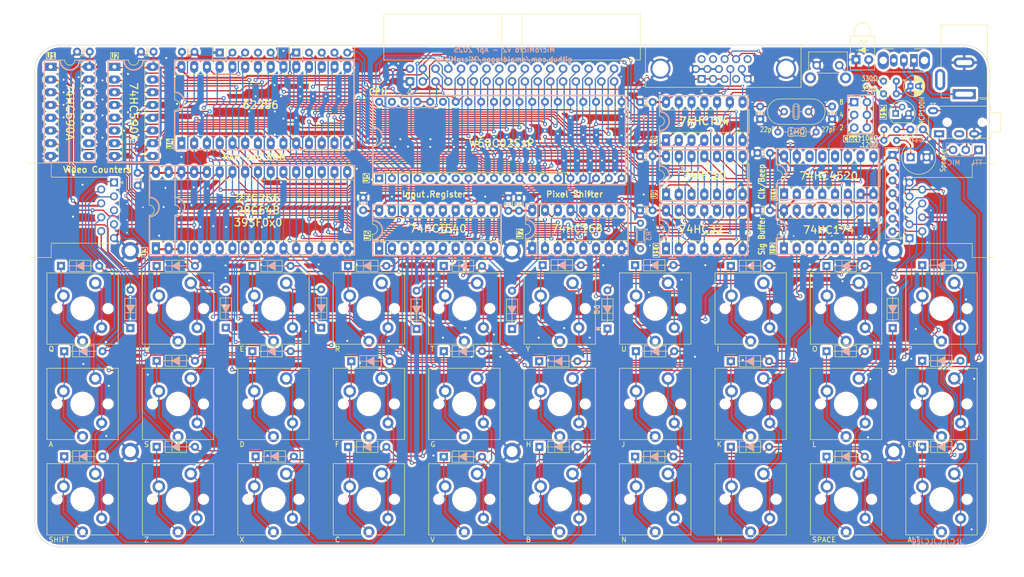
<source format=kicad_pcb>
(kicad_pcb (version 20241229) (generator "pcbnew") (generator_version "9.0")
  (title_block (title "MicroMicro") (rev "a2"))
  (layers (0 "F.Cu" signal) (2 "B.Cu" signal) (13 "F.Paste" user) (15 "B.Paste" user) (5 "F.SilkS" user "F.Silkscreen") (7 "B.SilkS" user "B.Silkscreen") (1 "F.Mask" user) (3 "B.Mask" user) (25 "Edge.Cuts" user))
  (net 0 "")
  (net 1 "/A4")
  (net 2 "/A5")
  (net 3 "/A6")
  (net 4 "/A7")
  (net 5 "/H32")
  (net 6 "Net-(C7-Pad1)")
  (net 7 "/A0")
  (net 8 "GND")
  (net 9 "/~{MRC}")
  (net 10 "/M2")
  (net 11 "/A3")
  (net 12 "/A2")
  (net 13 "/A8")
  (net 14 "/A9")
  (net 15 "/A10")
  (net 16 "/A11")
  (net 17 "/A12")
  (net 18 "/V512")
  (net 19 "/A1")
  (net 20 "/A15")
  (net 21 "Net-(C10-Pad2)")
  (net 22 "/ø1")
  (net 23 "/A14")
  (net 24 "/RDY")
  (net 25 "Col 1")
  (net 28 "/ø2")
  (net 29 "/~{HSYNC}")
  (net 31 "/RAMHIDE")
  (net 32 "/~{A13}")
  (net 33 "/M16")
  (net 34 "/M8")
  (net 35 "/M4")
  (net 36 "Col 2")
  (net 37 "/~{WR}")
  (net 38 "/~{VSYNC}")
  (net 39 "/~{A15}")
  (net 40 "/r{slash}~{w}")
  (net 41 "/~{RESET}")
  (net 42 "/~{sload}")
  (net 43 "/A13")
  (net 44 "VCC")
  (net 45 "Net-(D37-K)")
  (net 46 "Net-(D38-K)")
  (net 47 "Net-(SW2-A)")
  (net 48 "/~{HSYNC}*")
  (net 49 "/D7")
  (net 50 "/D1")
  (net 51 "/D4")
  (net 52 "/D6")
  (net 53 "/D5")
  (net 54 "/D0")
  (net 55 "/D3")
  (net 56 "/D2")
  (net 57 "/~{HSYNC}**")
  (net 58 "/~{NMI}")
  (net 60 "/BEEP")
  (net 61 "Col 3")
  (net 62 "Col 4")
  (net 63 "Col 5")
  (net 64 "HRow 1")
  (net 65 "Joy 1")
  (net 66 "Joy 2")
  (net 67 "Net-(D7-K)")
  (net 68 "Net-(D8-K)")
  (net 69 "Net-(D9-K)")
  (net 70 "Net-(D10-K)")
  (net 71 "Net-(D11-K)")
  (net 72 "Net-(J4-Pad1)")
  (net 74 "Net-(D14-K)")
  (net 75 "Net-(D15-K)")
  (net 76 "Net-(D16-K)")
  (net 77 "Net-(D17-K)")
  (net 78 "Net-(D18-K)")
  (net 79 "Net-(D19-K)")
  (net 80 "Net-(D20-K)")
  (net 81 "Net-(D21-K)")
  (net 82 "Net-(D22-K)")
  (net 83 "Net-(D23-K)")
  (net 84 "Net-(D24-K)")
  (net 85 "Net-(D25-K)")
  (net 86 "Net-(D26-K)")
  (net 87 "Net-(D27-K)")
  (net 88 "Net-(D28-K)")
  (net 89 "Net-(D29-K)")
  (net 90 "Net-(D30-K)")
  (net 91 "Net-(D31-K)")
  (net 92 "Net-(D34-K)")
  (net 93 "Net-(D35-K)")
  (net 94 "Net-(D36-K)")
  (net 95 "/DataOut")
  (net 102 "Net-(D32-K)")
  (net 103 "Net-(D33-K)")
  (net 105 "HRow 2")
  (net 106 "/~{load}")
  (net 107 "/M1")
  (net 108 "/~{H32}")
  (net 109 "/Speaker")
  (net 110 "HRow 3")
  (net 111 "HRow 4")
  (net 112 "HRow 5")
  (net 113 "HRow 6")
  (net 114 "/V1")
  (net 115 "/~{SO}")
  (net 116 "/V512*")
  (net 117 "/DataIn")
  (net 118 "Net-(U1-~{CE})")
  (net 120 "Net-(U7-Qh)")
  (net 121 "Net-(U10-Pad12)")
  (net 122 "/~{MRC!}")
  (net 123 "/~{VSYNC!}")
  (net 124 "Net-(U10-Pad13)")
  (net 125 "/~{HSYNC!}")
  (net 129 "Net-(U13-VDD)")
  (net 130 "Net-(D1-A)")
  (net 131 "Net-(J8-Pin_3)")
  (footprint "MicroMicro:SW_Redragon_MX_LowProfile_PCB_1.00u_Other" (layer "F.Cu") (at 101.5 125.5)
    (property "Reference" "SW29" (hide yes))
    (property "Value" "C")
  )
  (footprint "MicroMicro:SW_Redragon_MX_LowProfile_PCB_1.00u_Other" (layer "F.Cu") (at 63.5 106.5)
    (property "Reference" "SW18" (hide yes))
    (property "Value" "S")
  )
  (footprint "MountingHole:MountingHole_2.2mm_M2_ISO7380_Pad" (layer "F.Cu") (at 130 76)
    (property "Reference" "H6" (hide yes))
    (property "Value" "M2")
  )
  (footprint "PCM_Capacitor_THT_AKL_Double:C_Disc_D3.0mm_W1.6mm_P2.50mm" (layer "F.Cu") (at 55.445 62.965 90)
    (property "Reference" "C2" (hide yes))
    (property "Value" "100nF" (hide yes))
  )
  (footprint "Package_DIP:DIP-14_W7.62mm_LongPads" (layer "F.Cu") (at 160.655 75.565 90)
    (property "Reference" "U10")
    (property "Value" "74HC32")
  )
  (footprint "MicroMicro:SW_Redragon_MX_LowProfile_PCB_1.00u_Other" (layer "F.Cu") (at 215.5 87.5)
    (property "Reference" "SW12" (hide yes))
    (property "Value" "P")
  )
  (footprint "PCM_Capacitor_THT_AKL_Double:C_Disc_D3.0mm_W1.6mm_P2.50mm" (layer "F.Cu") (at 193.712 47.244 -90)
    (property "Reference" "C8" (hide yes))
    (property "Value" "27pF")
  )
  (footprint "Package_DIP:DIP-14_W7.62mm_LongPads" (layer "F.Cu") (at 160.655 64.77 90)
    (property "Reference" "U9")
    (property "Value" "74HC10")
  )
  (footprint "PCM_Diode_THT_AKL_Double:D_DO-35_SOD27_P7.62mm_Horizontal" (layer "F.Cu") (at 92 91.31 90)
    (property "Reference" "D3" (hide yes))
    (property "Value" "1N4148" (hide yes))
  )
  (footprint "MicroMicro:SW_Redragon_MX_LowProfile_PCB_1.00u_Other" (layer "F.Cu") (at 177.5 87.5)
    (property "Reference" "SW11" (hide yes))
    (property "Value" "I")
  )
  (footprint "Package_DIP:DIP-16_W7.62mm_LongPads" (layer "F.Cu") (at 184.15 64.77 90)
    (property "Reference" "U11")
    (property "Value" "74HC4520")
  )
  (footprint "PCM_Diode_THT_AKL_Double:D_DO-35_SOD27_P7.62mm_Horizontal" (layer "F.Cu") (at 40.205 79)
    (property "Reference" "D7" (hide yes))
    (property "Value" "1N4148" (hide yes))
  )
  (footprint "MicroMicro:SW_Redragon_MX_LowProfile_PCB_1.00u_Other" (layer "F.Cu") (at 44.5 106.5)
    (property "Reference" "SW13" (hide yes))
    (property "Value" "A")
  )
  (footprint "PCM_Diode_THT_AKL_Double:D_DO-35_SOD27_P7.62mm_Horizontal" (layer "F.Cu") (at 211.655 78.86)
    (property "Reference" "D18" (hide yes))
    (property "Value" "1N4148" (hide yes))
  )
  (footprint "Smal:DSUB9-Atari" (layer "F.Cu") (at 50.76 62.375 -90)
    (property "Reference" "J6" (hide yes))
    (property "Value" "DE9_Plug")
  )
  (footprint "Connector_PinHeader_2.54mm:PinHeader_2x03_P2.54mm_Vertical" (layer "F.Cu") (at 198.115 46.37)
    (property "Reference" "J3" (hide yes))
    (property "Value" "Conn_02x03_Odd_Even")
  )
  (footprint "Package_DIP:DIP-28_W15.24mm_LongPads" (layer "F.Cu") (at 64.175 54.565 90)
    (property "Reference" "U4")
    (property "Value" "62256")
  )
  (footprint "Package_TO_SOT_THT:TO-92" (layer "F.Cu") (at 206.375 48.62)
    (property "Reference" "U13")
    (property "Value" "MCP100H")
  )
  (footprint "PCM_Capacitor_THT_AKL_Double:C_Disc_D3.0mm_W1.6mm_P2.50mm" (layer "F.Cu") (at 56.12 36.315)
    (property "Reference" "C9" (hide yes))
    (property "Value" "100nF" (hide yes))
  )
  (footprint "PCM_Capacitor_THT_AKL_Double:C_Disc_D3.0mm_W1.6mm_P2.50mm" (layer "F.Cu") (at 155.468 67.945)
    (property "Reference" "C1" (hide yes))
    (property "Value" "100nF" (hide yes))
  )
  (footprint "MicroMicro:SW_Redragon_MX_LowProfile_PCB_1.00u_Other" (layer "F.Cu") (at 101.5 106.5)
    (property "Reference" "SW19" (hide yes))
    (property "Value" "F")
  )
  (footprint "MountingHole:MountingHole_2.2mm_M2_ISO7380_Pad" (layer "F.Cu") (at 206 116)
    (property "Reference" "H4" (hide yes))
    (property "Value" "M2")
  )
  (footprint "Resistor_THT:R_Array_SIP7" (layer "F.Cu") (at 205.74 56.896 -90)
    (property "Reference" "RN3" (hide yes))
    (property "Value" "10KΩ")
  )
  (footprint "MicroMicro:SW_Redragon_MX_LowProfile_PCB_1.00u_Other" (layer "F.Cu") (at 158.5 106.5)
    (property "Reference" "SW16" (hide yes))
    (property "Value" "J")
  )
  (footprint "PCM_Capacitor_THT_AKL_Double:C_Disc_D3.0mm_W1.6mm_P2.50mm" (layer "F.Cu") (at 178.856 56.515)
    (property "Reference" "C14" (hide yes))
    (property "Value" "100nF" (hide yes))
  )
  (footprint "PCM_Capacitor_THT_AKL_Double:C_Disc_D3.0mm_W1.6mm_P2.50mm" (layer "F.Cu") (at 178.856 67.93)
    (property "Reference" "C17" (hide yes))
    (property "Value" "100nF" (hide yes))
  )
  (footprint "PCM_Diode_THT_AKL_Double:D_DO-35_SOD27_P7.62mm_Horizontal" (layer "F.Cu") (at 78.94 116.96)
    (property "Reference" "D30" (hide yes))
    (property "Value" "1N4148" (hide yes))
  )
  (footprint "MicroMicro:SW_Redragon_MX_LowProfile_PCB_1.00u_Other" (layer "F.Cu") (at 158.5 87.5)
    (property "Reference" "SW6" (hide yes))
    (property "Value" "U")
  )
  (footprint "MicroMicro:SW_Redragon_MX_LowProfile_PCB_1.00u_Other" (layer "F.Cu") (at 82.5 87.5)
    (property "Reference" "SW4" (hide yes))
    (property "Value" "E")
  )
  (footprint "Connector_BarrelJack:BarrelJack_GCT_DCJ200-10-A_Horizontal" (layer "F.Cu") (at 220.019 44.786 180)
    (property "Reference" "J1" (hide yes))
    (property "Value" "Barrel Jack")
  )
  (footprint "Package_DIP:DIP-40_W15.24mm" (layer "F.Cu") (at 103.545 61.55 90)
    (property "Reference" "U5")
    (property "Value" "W65C02SxP")
  )
  (footprint "PCM_Diode_THT_AKL_Double:D_DO-35_SOD27_P7.62mm_Horizontal" (layer "F.Cu") (at 78.305 79)
    (property "Reference" "D8" (hide yes))
    (property "Value" "1N4148" (hide yes))
  )
  (footprint "Smal:Jack_3.5mm_PJ320A_Horizontal" (layer "F.Cu") (at 213.019 50.374 -90)
    (property "Reference" "J5" (hide yes))
    (property "Value" "AudioJack4" (hide yes))
  )
  (footprint "PCM_Diode_THT_AKL_Double:D_DO-35_SOD27_P7.62mm_Horizontal" (layer "F.Cu") (at 154.505 78.86)
    (property "Reference" "D10" (hide yes))
    (property "Value" "1N4148" (hide yes))
  )
  (footprint "MicroMicro:SW_Redragon_MX_LowProfile_PCB_1.00u_Other" (layer "F.Cu") (at 101.5 87.5)
    (property "Reference" "SW9" (hide yes))
    (property "Value" "R")
  )
  (footprint "PCM_LED_THT_AKL:LED_Indicator_D3.0mm_W4.6mm_L6.5mm" (layer "F.Cu") (at 198.48 37.91 -90)
    (property "Reference" "D1" (hide yes))
    (property "Value" "LED" (hide yes))
  )
  (footprint "PCM_Resistor_THT_AKL:R_Axial_DIN0204_L3.6mm_D1.6mm_P2.54mm_Vertical" (layer "F.Cu") (at 204.028 53.975)
    (property "Reference" "R6")
    (property "Value" "120Ω")
  )
  (footprint "PCM_Capacitor_THT_AKL_Double:C_Disc_D3.0mm_W1.6mm_P2.50mm" (layer "F.Cu") (at 64.282 36.345)
    (property "Reference" "C4" (hide yes))
    (property "Value" "100nF" (hide yes))
  )
  (footprint "Resistor_THT:R_Array_SIP5" (layer "F.Cu") (at 71.795 36.5)
    (property "Reference" "RN2" (hide yes))
    (property "Value" "1KΩ")
  )
  (footprint "MountingHole:MountingHole_2.2mm_M2_ISO7380_Pad" (layer "F.Cu") (at 54 116)
    (property "Reference" "H3" (hide yes))
    (property "Value" "M2")
  )
  (footprint "Package_DIP:DIP-20_W7.62mm_LongPads" (layer "F.Cu") (at 103.545 75.52 90)
    (property "Reference" "U6")
    (property "Value" "74HCT540")
  )
  (footprint "PCM_Diode_THT_AKL_Double:D_DO-35_SOD27_P7.62mm_Horizontal" (layer "F.Cu") (at 78.305 96.005)
    (property "Reference" "D20" (hide yes))
    (property "Value" "1N4148" (hide yes))
  )
  (footprint "Button_Switch_THT:SW_Tactile_SKHH_Angled" (layer "F.Cu") (at 190.65 39.025)
    (property "Reference" "SW1" (hide yes))
    (property "Value" "SW_Push")
  )
  (footprint "MicroMicro:SW_Redragon_MX_LowProfile_PCB_1.00u_Other" (layer "F.Cu") (at 177.5 125.5)
    (property "Reference" "SW31" (hide yes))
    (property "Value" "M")
  )
  (footprint "PCM_Diode_THT_AKL_Double:D_DO-35_SOD27_P7.62mm_Horizontal" (layer "F.Cu") (at 211.655 97.91)
    (property "Reference" "D28" (hide yes))
    (property "Value" "1N4148" (hide yes))
  )
  (footprint "Package_DIP:DIP-14_W7.62mm_LongPads" (layer "F.Cu") (at 160.655 53.975 90)
    (property "Reference" "U8")
    (property "Value" "74HCT04")
  )
  (footprint "MicroMicro:SW_Redragon_MX_LowProfile_PCB_1.00u_Other" (layer "F.Cu") (at 82.5 106.5)
    (property "Reference" "SW14" (hide yes))
    (property "Value" "D")
  )
  (footprint "PCM_Diode_THT_AKL_Double:D_DO-35_SOD27_P7.62mm_Horizontal" (layer "F.Cu") (at 111 91.56 90)
    (property "Reference" "D4" (hide yes))
    (property "Value" "1N4148" (hide yes))
  )
  (footprint "Connector_Dsub:DSUB-15-HD_Female_Horizontal_P2.29x1.98mm_EdgePinOffset3.03mm_Housed_MountingHolesOffset4.94mm" (layer "F.Cu") (at 167.737 41.756 180)
    (property "Reference" "J4" (hide yes))
    (property "Value" "VGA")
  )
  (footprint "Connector_IDC:IDC-Header_2x17_P2.54mm_Horizontal" (layer "F.Cu") (at 109.68 42.246 90)
    (property "Reference" "J2" (hide yes))
    (property "Value" "IDC 34")
  )
  (footprint "MountingHole:MountingHole_2.2mm_M2_ISO7380_Pad" (layer "F.Cu") (at 206 76)
    (property "Reference" "H1" (hide yes))
    (property "Value" "M2")
  )
  (footprint "Package_DIP:DIP-16_W7.62mm_LongPads" (layer "F.Cu") (at 184.135 75.55 90)
    (property "Reference" "U12")
    (property "Value" "74HC174")
  )
  (footprint "PCM_Diode_THT_AKL_Double:D_DO-35_SOD27_P7.62mm_Horizontal" (layer "F.Cu") (at 135.455 115.055)
    (property "Reference" "D36" (hide yes))
    (property "Value" "1N4148" (hide yes))
  )
  (footprint "PCM_Resistor_THT_AKL:R_Axial_DIN0204_L3.6mm_D1.6mm_P2.54mm_Vertical" (layer "F.Cu") (at 203.962 44.704)
    (property "Reference" "R1")
    (property "Value" "330Ω" (hide yes))
  )
  (footprint "PCM_Crystal_AKL_Double:Crystal_HC49-4H_Vertical" (layer "F.Cu") (at 184.15 48.26)
    (property "Reference" "Y1" (hide yes))
    (property "Value" "16Mhz" (hide yes))
  )
  (footprint "PCM_Diode_THT_AKL_Double:D_DO-35_SOD27_P7.62mm_Horizontal" (layer "F.Cu") (at 59.255 97.91)
    (property "Reference" "D24" (hide yes))
    (property "Value" "1N4148" (hide yes))
  )
  (footprint "MicroMicro:SW_Redragon_MX_LowProfile_PCB_1.00u_Other" (layer "F.Cu") (at 63.5 87.5)
    (property "Reference" "SW8" (hide yes))
    (property "Value" "W")
  )
  (footprint "Package_DIP:DIP-32_W15.24mm_LongPads" (layer "F.Cu") (at 59.095 75.52 90)
    (property "Reference" "U3")
    (property "Value" "SST39SF0x0")
  )
  (footprint "PCM_Diode_THT_AKL_Double:D_DO-35_SOD27_P7.62mm_Horizontal" (layer "F.Cu") (at 173.555 79)
    (property "Reference" "D17" (hide yes))
    (property "Value" "1N4148" (hide yes))
  )
  (footprint "PCM_Resistor_THT_AKL_Double:R_Axial_DIN0204_L3.6mm_D1.6mm_P5.08mm_Horizontal" (layer "F.Cu") (at 155.575 70.485 -90)
    (property "Reference" "R3" (hide yes))
    (property "Value" "120Ω" (hide yes))
  )
  (footprint "PCM_Diode_THT_AKL_Double:D_DO-35_SOD27_P7.62mm_Horizontal" (layer "F.Cu") (at 192.605 117)
    (property "Reference" "D33" (hide yes))
    (property "Value" "1N4148" (hide yes))
  )
  (footprint "PCM_Capacitor_THT_AKL_Double:C_Disc_D3.0mm_W1.6mm_P2.50mm" (layer "F.Cu") (at 100.37 65.4 -90)
    (property "Reference" "C11" (hide yes))
    (property "Value" "100nF" (hide yes))
  )
  (footprint "MicroMicro:SW_Redragon_MX_LowProfile_PCB_1.00u_Other" (layer "F.Cu") (at 82.5 125.5)
    (property "Reference" "SW24" (hide yes))
    (property "Value" "X")
  )
  (footprint "PCM_Capacitor_THT_AKL_Double:C_Disc_D3.0mm_W1.6mm_P2.50mm" (layer "F.Cu") (at 129.271351 65.502173 -90)
    (property "Reference" "C12" (hide yes))
    (property "Value" "100nF" (hide yes))
  )
  (footprint "PCM_Diode_THT_AKL_Double:D_DO-35_SOD27_P7.62mm_Horizontal" (layer "F.Cu") (at 192.605 79)
    (property "Reference" "D11" (hide yes))
    (property "Value" "1N4148" (hide yes))
  )
  (footprint "MicroMicro:SW_Redragon_MX_LowProfile_PCB_1.00u_Other" (layer "F.Cu") (at 196.5 87.5)
    (property "Reference" "SW7" (hide yes))
    (property "Value" "O")
  )
  (footprint "MicroMicro:SW_Redragon_MX_LowProfile_PCB_1.00u_Other" (layer "F.Cu") (at 196.5 106.5)
    (property "Reference" "SW17" (hide yes))
    (property "Value" "L")
  )
  (footprint "PCM_Diode_THT_AKL_Double:D_DO-35_SOD27_P7.62mm_Horizontal" (layer "F.Cu") (at 135.41 98)
    (property "Reference" "D26" (hide yes))
    (property "Value" "1N4148" (hide yes))
  )
  (footprint "MicroMicro:SW_Redragon_MX_LowProfile_PCB_1.00u_Other" (layer "F.Cu") (at 44.5 87.5)
    (property "Reference" "SW3" (hide yes))
    (property "Value" "Q")
  )
  (footprint "PCM_Diode_THT_AKL_Double:D_DO-35_SOD27_P7.62mm_Horizontal" (layer "F.Cu") (at 54.015 91.395 90)
    (property "Reference" "D12" (hide yes))
    (property "Value" "1N4148" (hide yes))
  )
  (footprint "Resistor_THT:R_Array_SIP5" (layer "F.Cu") (at 87.035 36.5)
    (property "Reference" "RN1" (hide yes))
    (property "Value" "1KΩ")
  )
  (footprint "PCM_Diode_THT_AKL_Double:D_DO-35_SOD27_P7.62mm_Horizontal" (layer "F.Cu") (at 97.355 115.055)
    (property "Reference" "D35" (hide yes))
    (property "Value" "1N4148" (hide yes))
  )
  (footprint "PCM_Diode_THT_AKL_Double:D_DO-35_SOD27_P7.62mm_Horizontal" (layer "F.Cu") (at 211.655 115.055)
    (property "Reference" "D38" (hide yes))
    (property "Value" "1N4148" (hide yes))
  )
  (footprint "PCM_Capacitor_THT_AKL_Double:C_Disc_D3.0mm_W1.6mm_P2.50mm" (layer "F.Cu") (at 155.488 57.15)
    (property "Reference" "C15" (hide yes))
    (property "Value" "100nF" (hide yes))
  )
  (footprint "PCM_Diode_THT_AKL_Double:D_DO-35_SOD27_P7.62mm_Horizontal" (layer "F.Cu") (at 205.78 91.395 90)
    (property "Reference" "D13" (hide yes))
    (property "Value" "1N4148" (hide yes))
  )
  (footprint "PCM_Diode_THT_AKL_Double:D_DO-35_SOD27_P7.62mm_Horizontal" (layer "F.Cu") (at 73 91.31 90)
    (property "Reference" "D2" (hide yes))
    (property "Value" "1N4148" (hide yes))
  )
  (footprint "PCM_Diode_THT_AKL_Double:D_DO-35_SOD27_P7.62mm_Horizontal" (layer "F.Cu") (at 40.84 96.005)
    (property "Reference" "D19" (hide yes))
    (property "Value" "1N4148" (hide yes))
  )
  (footprint "PCM_Diode_THT_AKL_Double:D_DO-35_SOD27_P7.62mm_Horizontal" (layer "F.Cu") (at 59.255 115.055)
    (property "Reference" "D34" (hide yes))
    (property "Value" "1N4148" (hide yes))
  )
  (footprint "PCM_Diode_THT_AKL_Double:D_DO-35_SOD27_P7.62mm_Horizontal" (layer "F.Cu") (at 97.99 98)
    (property "Reference" "D25" (hide yes))
    (property "Value" "1N4148" (hide yes))
  )
  (footprint "MountingHole:MountingHole_2.2mm_M2_ISO7380_Pad" (layer "F.Cu") (at 54 76 180)
    (property "Reference" "H2" (hide yes))
    (property "Value" "M2")
  )
  (footprint "MicroMicro:SW_Redragon_MX_LowProfile_PCB_1.00u_Other" (layer "F.Cu") (at 177.5 106.5)
    (property "Reference" "SW21" (hide yes))
    (property "Value" "K")
  )
  (footprint "MicroMicro:SW_Redragon_MX_LowProfile_PCB_1.00u_Other" (layer "F.Cu") (at 63.5 125.5)
    (property "Reference" "SW28" (hide yes))
    (property "Value" "Z")
  )
  (footprint "MicroMicro:SW_Redragon_MX_LowProfile_PCB_1.00u_Other" (layer "F.Cu") (at 44.5 125.5)
    (property "Reference" "SW23" (hide yes))
    (property "Value" "SHIFT")
  )
  (footprint "PCM_Capacitor_THT_AKL_Double:C_Disc_D3.0mm_W1.6mm_P2.50mm" (layer "F.Cu") (at 211.796 51.816 180)
    (property "Reference" "C10" (hide yes))
    (property "Value" "47nF")
  )
  (footprint "PCM_Diode_THT_AKL_Double:D_DO-35_SOD27_P7.62mm_Horizontal" (layer "F.Cu") (at 149 91.5 90)
    (property "Reference" "D6")
    (property "Value" "1N4148" (hide yes))
  )
  (footprint "MicroMicro:SW_Redragon_MX_LowProfile_PCB_1.00u_Other" (layer "F.Cu") (at 139.5 106.5)
    (property "Reference" "SW20" (hide yes))
    (property "Value" "H")
  )
  (footprint "Package_DIP:DIP-16_W7.62mm_LongPads" (layer "F.Cu") (at 134.025 75.52 90)
    (property "Reference" "U7")
    (property "Value" "74HC166")
  )
  (footprint "PCM_Capacitor_THT_AKL_Double:C_Disc_D3.0mm_W1.6mm_P2.50mm" (layer "F.Cu") (at 179.397 47.244 -90)
    (property "Reference" "C7" (hide yes))
    (property "Value" "22pF")
  )
  (footprint "Button_Switch_THT:SW_Slide_SPDT_Angled_CK_OS102011MA1Q" (layer "F.Cu") (at 210.001 38.053 180)
    (property "Reference" "SW2" (hide yes))
    (property "Value" "SW_SPDT")
  )
  (footprint "PCM_Diode_THT_AKL_Double:D_DO-35_SOD27_P7.62mm_Horizontal" (layer "F.Cu") (at 97.355 79)
    (property "Reference" "D15" (hide yes))
    (property "Value" "1N4148" (hide yes))
  )
  (footprint "PCM_Diode_THT_AKL_Double:D_DO-35_SOD27_P7.62mm_Horizontal" (layer "F.Cu") (at 116.405 117)
    (property "Reference" "D31" (hide yes))
    (property "Value" "1N4148" (hide yes))
  )
  (footprint "PCM_Resistor_THT_AKL_Double:R_Axial_DIN0204_L3.6mm_D1.6mm_P7.62mm_Horizontal" (layer "F.Cu") (at 182.917 52.324)
    (property "Reference" "R4" (hide yes))
    (property "Value" "1MΩ")
  )
  (footprint "MicroMicro:SW_Redragon_MX_LowProfile_PCB_1.00u_Other" (layer "F.Cu") (at 215.5 125.5)
    (property "Reference" "SW32" (hide yes))
    (property "Value" "ALT")
  )
  (footprint "Buzzer_Beeper:MagneticBuzzer_Kingstate_KCG0601" (layer "F.Cu") (at 209.338044 57.346781)
    (property "Reference" "LS1" (hide yes))
    (property "Value" "Speaker")
  )
  (footprint "PCM_Diode_THT_AKL_Double:D_DO-35_SOD27_P7.62mm_Horizontal" (layer "F.Cu") (at 154.505 117)
    (property "Reference" "D32" (hide yes))
    (property "Value" "1N4148" (hide yes))
  )
  (footprint "PCM_Diode_THT_AKL_Double:D_DO-35_SOD27_P7.62mm_Horizontal" (layer "F.Cu") (at 154.66 96.005)
    (property "Reference" "D22" (hide yes))
    (property "Value" "1N4148" (hide yes))
  )
  (footprint "MicroMicro:SW_Redragon_MX_LowProfile_PCB_1.00u_Other" (layer "F.Cu") (at 139.5 87.5)
    (property "Reference" "SW10" (hide yes))
    (property "Value" "Y")
  )
  (footprint "PCM_Diode_THT_AKL_Double:D_DO-35_SOD27_P7.62mm_Horizontal" (layer "F.Cu") (at 40.84 116.96)
    (property "Reference" "D29" (hide yes))
    (property "Value" "1N4148" (hide yes))
  )
  (footprint "MicroMicro:SW_Redragon_MX_LowProfile_PCB_1.00u_Other" (layer "F.Cu") (at 139.5 125.5)
    (property "Reference" "SW30" (hide yes))
    (property "Value" "B")
  )
  (footprint "MountingHole:MountingHole_2.2mm_M2_ISO7380_Pad" (layer "F.Cu") (at 130 116)
    (property "Reference" "H5" (hide yes))
    (property "Value" "M2")
  )
  (footprint "PCM_Diode_THT_AKL_Double:D_DO-35_SOD27_P7.62mm_Horizontal" (layer "F.Cu") (at 136.09 78.86)
    (property "Reference" "D16" (hide yes))
    (property "Value" "1N4148" (hide yes))
  )
  (footprint "PCM_Diode_THT_AKL_Double:D_DO-35_SOD27_P7.62mm_Horizontal" (layer "F.Cu") (at 59.255 79)
    (property "Reference" "D14" (hide yes))
    (property "Value" "1N4148" (hide yes))
  )
  (footprint "PCM_Capacitor_THT_AKL:CP_Radial_D4.0mm_P1.50mm" (layer "F.Cu") (at 209.32 43.18)
    (property "Reference" "C6" (hide yes))
    (property "Value" "10µF" (hide yes))
  )
  (footprint "PCM_Resistor_THT_AKL:R_Axial_DIN0204_L3.6mm_D1.6mm_P2.54mm_Vertical" (layer "F.Cu") (at 203.962 42.185)
    (property "Reference" "R2")
    (property "Value" "330Ω" (hide yes))
  )
  (footprint "PCM_Diode_THT_AKL_Double:D_DO-35_SOD27_P7.62mm_Horizontal" (layer "F.Cu") (at 173.555 98)
    (property "Reference" "D27" (hide yes))
    (property "Value" "1N4148" (hide yes))
  )
  (footprint "Package_DIP:DIP-16_W7.62mm_LongPads" (layer "F.Cu") (at 50.84 39.325)
    (property "Reference" "U2")
    (property "Value" "74HC590A")
  )
  (footprint "MicroMicro:SW_Redragon_MX_LowProfile_PCB_1.00u_Other" (layer "F.Cu") (at 120.5 125.5)
    (property "Reference" "SW25" (hide yes))
    (property "Value" "V")
  )
  (footprint "MicroMicro:SW_Redragon_MX_LowProfile_PCB_1.00u_Other" (layer "F.Cu") (at 120.5 106.5)
    (property "Reference" "SW15" (hide yes))
    (property "Value" "G")
  )
  (footprint "PCM_Diode_THT_AKL_Double:D_DO-35_SOD27_P7.62mm_Horizontal" (layer "F.Cu") (at 173.555 115.055)
    (property "Reference" "D37" (hide yes))
    (property "Value" "1N4148" (hide yes))
  )
  (footprint "PCM_Diode_THT_AKL_Double:D_DO-35_SOD27_P7.62mm_Horizontal" (layer "F.Cu") (at 116.41 96.005)
    (property "Reference" "D21" (hide yes))
    (property "Value" "1N4148" (hide yes))
  )
  (footprint "PCM_Diode_THT_AKL_Double:D_DO-35_SOD27_P7.62mm_Horizontal" (layer "F.Cu") (at 116.405 79)
    (property "Reference" "D9" (hide yes))
    (property "Value" "1N4148" (hide yes))
  )
  (footprint "PCM_Diode_THT_AKL_Double:D_DO-35_SOD27_P7.62mm_Horizontal" (layer "F.Cu") (at 192.605 96.005)
    (property "Reference" "D23" (hide yes))
    (property "Value" "1N4148" (hide yes))
  )
  (footprint "PCM_Diode_THT_AKL_Double:D_DO-35_SOD27_P7.62mm_Horizontal" (layer "F.Cu") (at 130 91.56 90)
    (property "Reference" "D5" (hide yes))
    (property "Value" "1N4148" (hide yes))
  )
  (footprint "Package_DIP:DIP-16_W7.62mm_LongPads" (layer "F.Cu") (at 38.14 39.325)
    (property "Reference" "U1")
    (property "Value" "74HC590A")
  )
  (footprint "PCM_Capacitor_THT_AKL_Double:C_Disc_D3.0mm_W1.6mm_P2.50mm" (layer "F.Cu") (at 131.38045 67.989313 90)
    (property "Reference" "C3" (hide yes))
    (property "Value" "100nF" (hide yes))
  )
  (footprint "Smal:DSUB9-Atari" (layer "F.Cu") (at 209.12 73.48 90)
    (property "Reference" "J7" (hide yes))
    (property "Value" "DE9_Plug")
  )
  (footprint "PCM_Resistor_THT_AKL:R_Axial_DIN0204_L3.6mm_D1.6mm_P2.54mm_Vertical" (layer "F.Cu") (at 204.028 51.816)
    (property "Reference" "R5")
    (property "Value" "10KΩ")
  )
  (footprint "MicroMicro:SW_Redragon_MX_LowProfile_PCB_1.00u_Other" (layer "F.Cu") (at 158.5 125.5)
    (property "Reference" "SW26" (hide yes))
    (property "Value" "N")
  )
  (footprint "PCM_Capacitor_THT_AKL_Double:C_Disc_D3.0mm_W1.6mm_P2.50mm" (layer "F.Cu") (at 155.488 46.355)
    (property "Reference" "C16" (hide yes))
    (property "Value" "100nF" (hide yes))
  )
  (footprint "MicroMicro:SW_Redragon_MX_LowProfile_PCB_1.00u_Other" (layer "F.Cu") (at 196.5 125.5)
    (property "Reference" "SW27" (hide yes))
    (property "Value" "SPACE")
  )
  (footprint "MicroMicro:SW_Redragon_MX_LowProfile_PCB_1.00u_Other" (layer "F.Cu") (at 120.5 87.5)
    (property "Reference" "SW5" (hide yes))
    (property "Value" "T")
  )
  (footprint "PCM_Capacitor_THT_AKL_Double:C_Disc_D3.0mm_W1.6mm_P2.50mm" (layer "F.Cu") (at 43.42 36.315)
    (property "Reference" "C5" (hide yes))
    (property "Value" "100nF" (hide yes))
  )
  (footprint "MicroMicro:SW_Redragon_MX_LowProfile_PCB_1.00u_Other" (layer "F.Cu") (at 215.5 106.5)
    (property "Reference" "SW22" (hide yes))
    (property "Value" "ENT")
  )
  (footprint "Connector_PinHeader_2.54mm:PinHeader_1x03_P2.54mm_Vertical" (layer "B.Cu") (at 222.87 55.88 90)
    (property "Reference" "J8" (hide yes))
    (property "Value" "Conn_01x03")
  )
  (gr_arc (start 62.9 66.8875) (mid 63.9 67.8875) (end 62.9 68.8875) (stroke (width 0.15)) (layer "F.SilkS"))
  (gr_line (start 62.9 61.85) (end 62.9 66.8875) (stroke (width 0.15)) (layer "F.SilkS"))
  (gr_line (start 62.9 68.8875) (end 62.9 73.925) (stroke (width 0.15)) (layer "F.SilkS"))
  (gr_line (start 152.6 62.82) (end 102.275 62.82) (stroke (width 0.3)) (layer "B.SilkS"))
  (gr_line (start 202.946 65.786) (end 202.946 55.626) (stroke (width 0.3)) (layer "B.SilkS"))
  (gr_arc (start 182.626 69.723) (mid 184.531 71.628) (end 182.626 73.533) (stroke (width 0.3)) (layer "B.SilkS"))
  (gr_line (start 176.911 55.245) (end 159.385 55.245) (stroke (width 0.3)) (layer "B.SilkS"))
  (gr_arc (start 57.825 65.36) (mid 59.73 67.265) (end 57.825 69.17) (stroke (width 0.3)) (layer "B.SilkS"))
  (gr_line (start 62.825 55.835) (end 62.825 48.215) (stroke (width 0.3)) (layer "B.SilkS"))
  (gr_arc (start 56.555 38.055) (mid 54.65 39.96) (end 52.745 38.055) (stroke (width 0.3)) (layer "B.SilkS"))
  (gr_line (start 153.075 76.79) (end 153.075 66.63) (stroke (width 0.3)) (layer "B.SilkS"))
  (gr_line (start 49.57 58.375) (end 49.57 38.055) (stroke (width 0.3)) (layer "B.SilkS"))
  (gr_line (start 182.626 58.801) (end 182.626 55.626) (stroke (width 0.3)) (layer "B.SilkS"))
  (gr_line (start 182.626 55.626) (end 202.946 55.626) (stroke (width 0.3)) (layer "B.SilkS"))
  (gr_line (start 159.385 55.245) (end 159.385 52.07) (stroke (width 0.3)) (layer "B.SilkS"))
  (gr_line (start 102.275 51.39) (end 102.275 45.04) (stroke (width 0.3)) (layer "B.SilkS"))
  (gr_arc (start 102.275 69.97) (mid 104.18 71.875) (end 102.275 73.78) (stroke (width 0.3)) (layer "B.SilkS"))
  (gr_line (start 182.626 76.708) (end 182.626 73.533) (stroke (width 0.3)) (layer "B.SilkS"))
  (gr_line (start 176.911 55.245) (end 176.911 45.085) (stroke (width 0.3)) (layer "B.SilkS"))
  (gr_line (start 62.825 38.055) (end 98.545 38.055) (stroke (width 0.3)) (layer "B.SilkS"))
  (gr_line (start 159.385 76.835) (end 159.385 73.66) (stroke (width 0.3)) (layer "B.SilkS"))
  (gr_line (start 182.626 66.548) (end 202.946 66.548) (stroke (width 0.3)) (layer "B.SilkS"))
  (gr_arc (start 159.385 59.055) (mid 161.29 60.96) (end 159.385 62.865) (stroke (width 0.3)) (layer "B.SilkS"))
  (gr_rect (start 196.85 44.958) (end 201.93 52.578) (stroke (width 0.2)) (fill no) (layer "B.SilkS"))
  (gr_arc (start 62.905 65.36) (mid 64.81 67.265) (end 62.905 69.17) (stroke (width 0.3)) (layer "B.SilkS"))
  (gr_arc (start 159.385 69.85) (mid 161.29 71.755) (end 159.385 73.66) (stroke (width 0.3)) (layer "B.SilkS"))
  (gr_line (start 102.275 76.955) (end 102.275 73.78) (stroke (width 0.3)) (layer "B.SilkS"))
  (gr_line (start 57.825 76.79) (end 57.825 69.17) (stroke (width 0.3)) (layer "B.SilkS"))
  (gr_line (start 159.385 55.88) (end 176.911 55.88) (stroke (width 0.3)) (layer "B.SilkS"))
  (gr_line (start 159.385 66.04) (end 159.385 62.865) (stroke (width 0.3)) (layer "B.SilkS"))
  (gr_line (start 36.87 38.055) (end 40.045 38.055) (stroke (width 0.3)) (layer "B.SilkS"))
  (gr_arc (start 182.626 58.801) (mid 184.531 60.706) (end 182.626 62.611) (stroke (width 0.3)) (layer "B.SilkS"))
  (gr_arc (start 62.825 44.405) (mid 64.73 46.31) (end 62.825 48.215) (stroke (width 0.3)) (layer "B.SilkS"))
  (gr_line (start 159.385 45.085) (end 176.911 45.085) (stroke (width 0.3)) (layer "B.SilkS"))
  (gr_line (start 49.57 58.375) (end 59.73 58.375) (stroke (width 0.3)) (layer "B.SilkS"))
  (gr_line (start 202.946 76.708) (end 202.946 66.548) (stroke (width 0.3)) (layer "B.SilkS"))
  (gr_line (start 159.385 48.26) (end 159.385 45.085) (stroke (width 0.3)) (layer "B.SilkS"))
  (gr_line (start 56.555 38.055) (end 59.73 38.055) (stroke (width 0.3)) (layer "B.SilkS"))
  (gr_line (start 98.625 76.79) (end 57.825 76.79) (stroke (width 0.3)) (layer "B.SilkS"))
  (gr_line (start 132.755 66.63) (end 153.075 66.63) (stroke (width 0.3)) (layer "B.SilkS"))
  (gr_line (start 127.835 76.955) (end 102.275 76.955) (stroke (width 0.3)) (layer "B.SilkS"))
  (gr_line (start 36.87 58.375) (end 36.87 38.055) (stroke (width 0.3)) (layer "B.SilkS"))
  (gr_arc (start 132.755 69.805) (mid 134.66 71.71) (end 132.755 73.615) (stroke (width 0.3)) (layer "B.SilkS"))
  (gr_line (start 182.626 69.723) (end 182.626 66.548) (stroke (width 0.3)) (layer "B.SilkS"))
  (gr_line (start 62.905 76.79) (end 62.905 69.17) (stroke (width 0.3)) (layer "B.SilkS"))
  (gr_line (start 176.911 66.04) (end 159.385 66.04) (stroke (width 0.3)) (layer "B.SilkS"))
  (gr_line (start 57.825 59.01) (end 98.625 59.01) (stroke (width 0.3)) (layer "B.SilkS"))
  (gr_arc (start 159.385 48.26) (mid 161.29 50.165) (end 159.385 52.07) (stroke (width 0.3)) (layer "B.SilkS"))
  (gr_line (start 43.855 38.055) (end 47.03 38.055) (stroke (width 0.3)) (layer "B.SilkS"))
  (gr_line (start 176.911 76.835) (end 176.911 66.675) (stroke (width 0.3)) (layer "B.SilkS"))
  (gr_line (start 152.6 62.82) (end 152.6 45.04) (stroke (width 0.3)) (layer "B.SilkS"))
  (gr_line (start 127.835 76.955) (end 127.835 66.795) (stroke (width 0.3)) (layer "B.SilkS"))
  (gr_line (start 159.385 59.055) (end 159.385 55.88) (stroke (width 0.3)) (layer "B.SilkS"))
  (gr_line (start 102.275 45.04) (end 152.6 45.04) (stroke (width 0.3)) (layer "B.SilkS"))
  (gr_line (start 47.03 38.055) (end 47.03 58.375) (stroke (width 0.3)) (layer "B.SilkS"))
  (gr_line (start 176.911 66.04) (end 176.911 55.88) (stroke (width 0.3)) (layer "B.SilkS"))
  (gr_line (start 159.385 66.675) (end 176.911 66.675) (stroke (width 0.3)) (layer "B.SilkS"))
  (gr_line (start 176.911 76.835) (end 159.385 76.835) (stroke (width 0.3)) (layer "B.SilkS"))
  (gr_line (start 62.905 65.36) (end 62.905 59.01) (stroke (width 0.3)) (layer "B.SilkS"))
  (gr_line (start 59.73 38.055) (end 59.73 58.375) (stroke (width 0.3)) (layer "B.SilkS"))
  (gr_line (start 98.625 76.79) (end 98.625 59.01) (stroke (width 0.3)) (layer "B.SilkS"))
  (gr_line (start 182.626 65.786) (end 182.626 62.611) (stroke (width 0.3)) (layer "B.SilkS"))
  (gr_line (start 36.87 58.375) (end 47.03 58.375) (stroke (width 0.3)) (layer "B.SilkS"))
  (gr_line (start 57.825 65.36) (end 57.825 59.01) (stroke (width 0.3)) (layer "B.SilkS"))
  (gr_line (start 102.275 69.97) (end 102.275 66.795) (stroke (width 0.3)) (layer "B.SilkS"))
  (gr_line (start 159.385 69.85) (end 159.385 66.675) (stroke (width 0.3)) (layer "B.SilkS"))
  (gr_line (start 49.57 38.055) (end 52.745 38.055) (stroke (width 0.3)) (layer "B.SilkS"))
  (gr_line (start 202.946 76.708) (end 182.626 76.708) (stroke (width 0.3)) (layer "B.SilkS"))
  (gr_line (start 132.755 69.805) (end 132.755 66.63) (stroke (width 0.3)) (layer "B.SilkS"))
  (gr_line (start 132.755 76.79) (end 132.755 73.615) (stroke (width 0.3)) (layer "B.SilkS"))
  (gr_line (start 98.545 55.835) (end 98.545 38.055) (stroke (width 0.3)) (layer "B.SilkS"))
  (gr_arc (start 43.855 38.055) (mid 41.95 39.96) (end 40.045 38.055) (stroke (width 0.3)) (layer "B.SilkS"))
  (gr_line (start 153.075 76.79) (end 132.755 76.79) (stroke (width 0.3)) (layer "B.SilkS"))
  (gr_line (start 98.545 55.835) (end 62.825 55.835) (stroke (width 0.3)) (layer "B.SilkS"))
  (gr_line (start 62.825 44.405) (end 62.825 38.055) (stroke (width 0.3)) (layer "B.SilkS"))
  (gr_line (start 202.946 65.786) (end 182.626 65.786) (stroke (width 0.3)) (layer "B.SilkS"))
  (gr_line (start 102.275 66.795) (end 127.835 66.795) (stroke (width 0.3)) (layer "B.SilkS"))
  (gr_arc (start 102.275 51.39) (mid 104.18 53.295) (end 102.275 55.2) (stroke (width 0.3)) (layer "B.SilkS"))
  (gr_line (start 102.275 62.82) (end 102.275 55.2) (stroke (width 0.3)) (layer "B.SilkS"))
  (gr_arc (start 220 35) (mid 223.535534 36.464466) (end 225 40) (stroke (width 0.1)) (layer "Edge.Cuts"))
  (gr_line (start 35 130) (end 35 40) (stroke (width 0.1)) (layer "Edge.Cuts"))
  (gr_line (start 225 46) (end 225 130) (stroke (width 0.1)) (layer "Edge.Cuts"))
  (gr_line (start 225 40) (end 225 46) (stroke (width 0.1)) (layer "Edge.Cuts"))
  (gr_arc (start 35 40) (mid 36.464466 36.464466) (end 40 35) (stroke (width 0.1)) (layer "Edge.Cuts"))
  (gr_line (start 40 35) (end 220 35) (stroke (width 0.1)) (layer "Edge.Cuts"))
  (gr_arc (start 40 135) (mid 36.464466 133.535534) (end 35 130) (stroke (width 0.1)) (layer "Edge.Cuts"))
  (gr_arc (start 225 130) (mid 223.535534 133.535534) (end 220 135) (stroke (width 0.1)) (layer "Edge.Cuts"))
  (gr_line (start 220 135) (end 40 135) (stroke (width 0.1)) (layer "Edge.Cuts"))
  (gr_text "4" (at 195.58 48.914718 0) (layer "F.SilkS") (effects (font (size 1 0.8) (thickness 0.15) (bold yes))))
  (gr_text "Clock" (at 197.61298 53.714625 0) (layer "F.SilkS" knockout) (effects (font (size 1 0.8) (thickness 0.2) (bold yes))))
  (gr_text "2" (at 195.58 51.435 0) (layer "F.SilkS") (effects (font (size 1 0.8) (thickness 0.15) (bold yes))))
  (gr_text "330Ω\n" (at 201.168 43.688 0) (layer "F.SilkS") (effects (font (size 1 0.8))))
  (gr_text "CPU" (at 103.324 45.04 0) (layer "F.SilkS") (effects (font (size 1.2 1.2) (thickness 0.24) (bold yes)) (justify bottom)))
  (gr_text "27C256\n28C64B\n39SF0x0" (at 79.448 67.938 0) (layer "F.SilkS") (effects (font (size 1.5 1.5) (thickness 0.25) (bold yes))))
  (gr_text "RAM and ROM" (at 78.686 57.275 0) (layer "F.SilkS") (effects (font (size 1.2 1.2) (thickness 0.24) (bold yes))))
  (gr_text "Speaker" (at 215.773 57.912 90) (layer "F.SilkS") (effects (font (size 1 0.8))))
  (gr_text "330Ω\n" (at 201.168 41.656 0) (layer "F.SilkS") (effects (font (size 1 0.8))))
  (gr_text "Video Counters" (at 47.425 59.825 0) (layer "F.SilkS") (effects (font (size 1.2 1.2) (thickness 0.24) (bold yes))))
  (gr_text "Input Register" (at 114.5 64.725 0) (layer "F.SilkS") (effects (font (size 1.2 1.2) (thickness 0.24) (bold yes))))
  (gr_text "8" (at 195.58 46.355 0) (layer "F.SilkS") (effects (font (size 1 0.8) (thickness 0.15) (bold yes))))
  (gr_text "Sig Buffer" (at 179.705 73.025 90) (layer "F.SilkS") (effects (font (size 1.2 1) (thickness 0.24) (bold yes))))
  (gr_text "Pixel Shifter" (at 142.44 64.725 0) (layer "F.SilkS") (effects (font (size 1.2 1.2) (thickness 0.24) (bold yes))))
  (gr_text "Clk/Beep\n" (at 179.705 62.23 90) (layer "F.SilkS") (effects (font (size 1.2 1) (thickness 0.24) (bold yes))))
  (gr_text "TTL" (at 222.504 58.42 0) (layer "B.SilkS") (effects (font (size 1 1)) (justify mirror)))
  (gr_text "MicroMicro v2 - Apr 2025" (at 128.463 36.529 0) (layer "B.SilkS") (effects (font (size 1 1) (thickness 0.2) (bold yes)) (justify bottom mirror)))
  (gr_text "JLCJLCJLCJLC" (at 219.9 134.525 0) (layer "B.SilkS") (effects (font (size 1 1)) (justify left bottom mirror)))
  (gr_text "MIC" (at 217.932 58.42 0) (layer "B.SilkS") (effects (font (size 1 1)) (justify mirror)))
  (gr_text "github.com/smaldragon/MicroMicro" (at 128.463 38.434 0) (layer "B.SilkS") (effects (font (size 1 1) (thickness 0.2) (bold yes)) (justify bottom mirror)))
  (segment (start 89.89 95.525) (end 107.936131 95.525) (width 0.25) (layer "F.Cu") (net 1))
  (segment (start 124.042208 58.625) (end 123.577208 58.16) (width 0.25) (layer "F.Cu") (net 1))
  (segment (start 126.455 95.525) (end 145.975 95.525) (width 0.25) (layer "F.Cu") (net 1))
  (segment (start 122.368604 94.88) (end 125.81 94.88) (width 0.25) (layer "F.Cu") (net 1))
  (segment (start 84.145 95.555) (end 85.3 94.4) (width 0.25) (layer "F.Cu") (net 1))
  (segment (start 85.3 94.4) (end 88.765 94.4) (width 0.25) (layer "F.Cu") (net 1))
  (segment (start 54.175 39.49) (end 51 39.49) (width 0.25) (layer "F.Cu") (net 1))
  (segment (start 61.16 42.03) (end 59.725 40.595) (width 0.25) (layer "F.Cu") (net 1))
  (segment (start 77.58 42.03) (end 61.16 42.03) (width 0.25) (layer "F.Cu") (net 1))
  (segment (start 88.765 94.4) (end 89.89 95.525) (width 0.25) (layer "F.Cu") (net 1))
  (segment (start 133.75 58.625) (end 124.042208 58.625) (width 0.25) (layer "F.Cu") (net 1))
  (segment (start 79.631396 94.155) (end 81.031396 95.555) (width 0.25) (layer "F.Cu") (net 1))
  (segment (start 59.725 40.595) (end 55.28 40.595) (width 0.25) (layer "F.Cu") (net 1))
  (segment (start 74.995 94.155) (end 79.631396 94.155) (width 0.25) (layer "F.Cu") (net 1))
  (segment (start 119.953604 97.295) (end 122.368604 94.88) (width 0.25) (layer "F.Cu") (net 1))
  (segment (start 149 92.5) (end 149 91.56) (width 0.25) (layer "F.Cu") (net 1))
  (segment (start 55.28 40.595) (end 54.175 39.49) (width 0.25) (layer "F.Cu") (net 1))
  (segment (start 79.83 58.16) (end 76.4 54.73) (width 0.25) (layer "F.Cu") (net 1))
  (segment (start 123.577208 58.16) (end 79.83 58.16) (width 0.25) (layer "F.Cu") (net 1))
  (segment (start 134.025 58.35) (end 133.75 58.625) (width 0.25) (layer "F.Cu") (net 1))
  (segment (start 125.81 94.88) (end 126.455 95.525) (width 0.25) (layer "F.Cu") (net 1))
  (segment (start 77.67 41.94) (end 77.58 42.03) (width 0.25) (layer "F.Cu") (net 1))
  (segment (start 145.975 95.525) (end 149 92.5) (width 0.25) (layer "F.Cu") (net 1))
  (segment (start 109.706131 97.295) (end 119.953604 97.295) (width 0.25) (layer "F.Cu") (net 1))
  (segment (start 107.936131 95.525) (end 109.706131 97.295) (width 0.25) (layer "F.Cu") (net 1))
  (segment (start 81.031396 95.555) (end 84.145 95.555) (width 0.25) (layer "F.Cu") (net 1))
  (via (at 74.995 94.155) (size 0.8) (drill 0.4) (layers "F.Cu" "B.Cu") (net 1))
  (via (at 134.025 58.35) (size 0.8) (drill 0.4) (layers "F.Cu" "B.Cu") (net 1))
  (via (at 77.67 41.94) (size 0.8) (drill 0.4) (layers "F.Cu" "B.Cu") (net 1))
  (segment (start 76.875 47.27) (end 77.67 46.475) (width 0.25) (layer "B.Cu") (net 1))
  (segment (start 74.995 94.155) (end 74.72 93.88) (width 0.25) (layer "B.Cu") (net 1))
  (segment (start 76.875 76.713604) (end 76.875 67.9) (width 0.25) (layer "B.Cu") (net 1))
  (segment (start 134.025 58.35) (end 134.025 55.84) (width 0.25) (layer "B.Cu") (net 1))
  (segment (start 132.755 54.57) (end 132.755 42.8475) (width 0.25) (layer "B.Cu") (net 1))
  (segment (start 78.145 66.63) (end 78.145 58.38) (width 0.25) (layer "B.Cu") (net 1))
  (segment (start 78.145 58.38) (end 76.875 57.11) (width 0.25) (layer "B.Cu") (net 1))
  (segment (start 74.72 78.868604) (end 76.875 76.713604) (width 0.25) (layer "B.Cu") (net 1))
  (segment (start 74.72 93.88) (end 74.72 78.868604) (width 0.25) (layer "B.Cu") (net 1))
  (segment (start 76.875 67.9) (end 78.145 66.63) (width 0.25) (layer "B.Cu") (net 1))
  (segment (start 77.67 46.475) (end 77.67 41.94) (width 0.25) (layer "B.Cu") (net 1))
  (segment (start 134.025 55.84) (end 132.755 54.57) (width 0.25) (layer "B.Cu") (net 1))
  (segment (start 76.875 57.11) (end 76.875 47.27) (width 0.25) (layer "B.Cu") (net 1))
  (segment (start 134.025 58.35) (end 134.025 61.55) (width 0.25) (layer "B.Cu") (net 1))
  (segment (start 55.28 43.135) (end 54.175 42.03) (width 0.25) (layer "F.Cu") (net 2))
  (segment (start 54.175 42.03) (end 51 42.03) (width 0.25) (layer "F.Cu") (net 2))
  (segment (start 78.38 58.61) (end 74.5 54.73) (width 0.25) (layer "F.Cu") (net 2))
  (segment (start 123.390812 58.61) (end 78.38 58.61) (width 0.25) (layer "F.Cu") (net 2))
  (segment (start 75.13 43.39) (end 74.875 43.135) (width 0.25) (layer "F.Cu") (net 2))
  (segment (start 123.855812 59.075) (end 123.390812 58.61) (width 0.25) (layer "F.Cu") (net 2))
  (segment (start 136.29 59.075) (end 123.855812 59.075) (width 0.25) (layer "F.Cu") (net 2))
  (segment (start 136.565 58.8) (end 136.29 59.075) (width 0.25) (layer "F.Cu") (net 2))
  (segment (start 74.875 43.135) (end 55.28 43.135) (width 0.25) (layer "F.Cu") (net 2))
  (via (at 75.13 43.39) (size 0.8) (drill 0.4) (layers "F.Cu" "B.Cu") (net 2))
  (via (at 136.565 58.8) (size 0.8) (drill 0.4) (layers "F.Cu" "B.Cu") (net 2))
  (segment (start 75.605 66.63) (end 75.605 58.38) (width 0.25) (layer "B.Cu") (net 2))
  (segment (start 75.605 58.38) (end 74.335 57.11) (width 0.25) (layer "B.Cu") (net 2))
  (segment (start 74.335 57.11) (end 74.335 47.27) (width 0.25) (layer "B.Cu") (net 2))
  (segment (start 75.13 46.475) (end 75.13 43.39) (width 0.25) (layer "B.Cu") (net 2))
  (segment (start 135.295 54.57) (end 135.295 42.8475) (width 0.25) (layer "B.Cu") (net 2))
  (segment (start 136.565 55.84) (end 135.295 54.57) (width 0.25) (layer "B.Cu") (net 2))
  (segment (start 74.335 47.27) (end 75.13 46.475) (width 0.25) (layer "B.Cu") (net 2))
  (segment (start 136.565 58.8) (end 136.565 55.84) (width 0.25) (layer "B.Cu") (net 2))
  (segment (start 74.335 67.9) (end 75.605 66.63) (width 0.25) (layer "B.Cu") (net 2))
  (segment (start 74.335 75.21) (end 74.335 67.9) (width 0.25) (layer "B.Cu") (net 2))
  (segment (start 136.565 58.8) (end 136.565 61.55) (width 0.25) (layer "B.Cu") (net 2))
  (segment (start 154.305 60.96) (end 164.465 60.96) (width 0.25) (layer "F.Cu") (net 3))
  (segment (start 78.145 59.55901) (end 75.69099 57.105) (width 0.25) (layer "F.Cu") (net 3))
  (segment (start 152.4 59.055) (end 154.305 60.96) (width 0.25) (layer "F.Cu") (net 3))
  (segment (start 119.437387 59.975) (end 100.672029 59.975) (width 0.25) (layer "F.Cu") (net 3))
  (segment (start 138.78 59.975) (end 120.525 59.975) (width 0.25) (layer "F.Cu") (net 3))
  (segment (start 78.145 61.00099) (end 78.145 59.55901) (width 0.25) (layer "F.Cu") (net 3))
  (segment (start 139.7 59.69) (end 140.335 59.055) (width 0.25) (layer "F.Cu") (net 3))
  (segment (start 120.525 59.975) (end 120.44 60.06) (width 0.25) (layer "F.Cu") (net 3))
  (segment (start 139.065 59.69) (end 138.78 59.975) (width 0.25) (layer "F.Cu") (net 3))
  (segment (start 80.68401 63.54) (end 78.145 61.00099) (width 0.25) (layer "F.Cu") (net 3))
  (segment (start 55.28 45.675) (end 54.175 44.57) (width 0.25) (layer "F.Cu") (net 3))
  (segment (start 97.107029 63.54) (end 80.68401 63.54) (width 0.25) (layer "F.Cu") (net 3))
  (segment (start 72.59 45.575702) (end 72.490702 45.675) (width 0.25) (layer "F.Cu") (net 3))
  (segment (start 72.490702 45.675) (end 55.28 45.675) (width 0.25) (layer "F.Cu") (net 3))
  (segment (start 120.44 60.06) (end 119.522387 60.06) (width 0.25) (layer "F.Cu") (net 3))
  (segment (start 75.69099 57.105) (end 73.695 57.105) (width 0.25) (layer "F.Cu") (net 3))
  (segment (start 140.335 59.055) (end 152.4 59.055) (width 0.25) (layer "F.Cu") (net 3))
  (segment (start 73.695 57.105) (end 71.32 54.73) (width 0.25) (layer "F.Cu") (net 3))
  (segment (start 139.065 59.69) (end 139.7 59.69) (width 0.25) (layer "F.Cu") (net 3))
  (segment (start 100.672029 59.975) (end 97.107029 63.54) (width 0.25) (layer "F.Cu") (net 3))
  (segment (start 54.175 44.57) (end 51 44.57) (width 0.25) (layer "F.Cu") (net 3))
  (segment (start 119.522387 60.06) (end 119.437387 59.975) (width 0.25) (layer "F.Cu") (net 3))
  (via (at 139.065 59.69) (size 0.6) (drill 0.3) (layers "F.Cu" "B.Cu") (net 3))
  (via (at 164.465 60.96) (size 0.6) (drill 0.3) (layers "F.Cu" "B.Cu") (net 3))
  (via (at 72.59 45.575702) (size 0.8) (drill 0.4) (layers "F.Cu" "B.Cu") (net 3))
  (segment (start 73.065 58.38) (end 73.065 66.63) (width 0.25) (layer "B.Cu") (net 3))
  (segment (start 137.835 54.57) (end 137.835 42.8475) (width 0.25) (layer "B.Cu") (net 3))
  (segment (start 139.105 59.65) (end 139.105 55.84) (width 0.25) (layer "B.Cu") (net 3))
  (segment (start 72.59 46.475698) (end 71.795 47.270698) (width 0.25) (layer "B.Cu") (net 3))
  (segment (start 71.795 57.11) (end 73.065 58.38) (width 0.25) (layer "B.Cu") (net 3))
  (segment (start 71.795 67.9) (end 71.795 75.21) (width 0.25) (layer "B.Cu") (net 3))
  (segment (start 73.065 66.63) (end 71.795 67.9) (width 0.25) (layer "B.Cu") (net 3))
  (segment (start 139.105 55.84) (end 137.835 54.57) (width 0.25) (layer "B.Cu") (net 3))
  (segment (start 139.105 59.73) (end 139.105 61.55) (width 0.25) (layer "B.Cu") (net 3))
  (segment (start 71.795 47.270698) (end 71.795 57.11) (width 0.25) (layer "B.Cu") (net 3))
  (segment (start 72.59 45.575702) (end 72.59 46.475698) (width 0.25) (layer "B.Cu") (net 3))
  (segment (start 165.735 53.975) (end 164.465 55.245) (width 0.25) (layer "B.Cu") (net 3))
  (segment (start 164.465 55.245) (end 164.465 60.96) (width 0.25) (layer "B.Cu") (net 3))
  (segment (start 120.711397 60.425) (end 140.52 60.425) (width 0.25) (layer "F.Cu") (net 4))
  (segment (start 119.335991 60.51) (end 120.626396 60.51) (width 0.25) (layer "F.Cu") (net 4))
  (segment (start 77.405 63.99) (end 97.293425 63.99) (width 0.25) (layer "F.Cu") (net 4))
  (segment (start 75.6025 62.1875) (end 77.405 63.99) (width 0.25) (layer "F.Cu") (net 4))
  (segment (start 73.95099 57.905) (end 75.6025 59.55651) (width 0.25) (layer "F.Cu") (net 4))
  (segment (start 140.52 60.425) (end 141.645 61.55) (width 0.25) (layer "F.Cu") (net 4))
  (segment (start 150.916536 69.90314) (end 143.171846 69.90314) (width 0.25) (layer "F.Cu") (net 4))
  (segment (start 69.8 48.215) (end 55.28 48.215) (width 0.25) (layer "F.Cu") (net 4))
  (segment (start 152.724396 71.711) (end 150.916536 69.90314) (width 0.25) (layer "F.Cu") (net 4))
  (segment (start 55.28 48.215) (end 54.175 47.11) (width 0.25) (layer "F.Cu") (net 4))
  (segment (start 70.05 57.905) (end 73.95099 57.905) (width 0.25) (layer "F.Cu") (net 4))
  (segment (start 153.403396 72.39) (end 173.355 72.39) (width 0.25) (layer "F.Cu") (net 4))
  (segment (start 54.175 47.11) (end 51 47.11) (width 0.25) (layer "F.Cu") (net 4))
  (segment (start 143.171846 69.90314) (end 142.896846 69.62814) (width 0.25) (layer "F.Cu") (net 4))
  (segment (start 100.858425 60.425) (end 119.250991 60.425) (width 0.25) (layer "F.Cu") (net 4))
  (segment (start 75.6025 59.55651) (end 75.6025 62.1875) (width 0.25) (layer "F.Cu") (net 4))
  (segment (start 119.250991 60.425) (end 119.335991 60.51) (width 0.25) (layer "F.Cu") (net 4))
  (segment (start 120.626396 60.51) (end 120.711397 60.425) (width 0.25) (layer "F.Cu") (net 4))
  (segment (start 97.293425 63.99) (end 100.858425 60.425) (width 0.25) (layer "F.Cu") (net 4))
  (segment (start 152.724396 71.711) (end 153.403396 72.39) (width 0.25) (layer "F.Cu") (net 4))
  (via (at 142.896846 69.62814) (size 0.8) (drill 0.4) (layers "F.Cu" "B.Cu") (net 4))
  (via (at 70.05 57.905) (size 0.8) (drill 0.4) (layers "F.Cu" "B.Cu") (net 4))
  (via (at 69.8 48.215) (size 0.8) (drill 0.4) (layers "F.Cu" "B.Cu") (net 4))
  (via (at 173.355 72.39) (size 0.6) (drill 0.3) (layers "F.Cu" "B.Cu") (net 4))
  (segment (start 173.355 72.39) (end 173.355 67.945) (width 0.25) (layer "B.Cu") (net 4))
  (segment (start 69.255 67.9) (end 70.525 66.63) (width 0.25) (layer "B.Cu") (net 4))
  (segment (start 142.915 69.609986) (end 142.915 64.73) (width 0.25) (layer "B.Cu") (net 4))
  (segment (start 69.255 48.76) (end 69.255 57.11) (width 0.25) (layer "B.Cu") (net 4))
  (segment (start 141.645 63.46) (end 141.645 55.84) (width 0.25) (layer "B.Cu") (net 4))
  (segment (start 142.896846 69.62814) (end 142.915 69.609986) (width 0.25) (layer "B.Cu") (net 4))
  (segment (start 69.8 48.215) (end 69.255 48.76) (width 0.25) (layer "B.Cu") (net 4))
  (segment (start 69.255 57.11) (end 70.05 57.905) (width 0.25) (layer "B.Cu") (net 4))
  (segment (start 70.525 58.38) (end 70.05 57.905) (width 0.25) (layer "B.Cu") (net 4))
  (segment (start 70.525 66.63) (end 70.525 58.38) (width 0.25) (layer "B.Cu") (net 4))
  (segment (start 142.915 64.73) (end 141.645 63.46) (width 0.25) (layer "B.Cu") (net 4))
  (segment (start 69.255 75.21) (end 69.255 67.9) (width 0.25) (layer "B.Cu") (net 4))
  (segment (start 140.375 54.57) (end 140.375 42.8475) (width 0.25) (layer "B.Cu") (net 4))
  (segment (start 141.645 55.84) (end 140.375 54.57) (width 0.25) (layer "B.Cu") (net 4))
  (segment (start 160.115 54.515) (end 100.729 54.515) (width 0.25) (layer "F.Cu") (net 5))
  (segment (start 160.655 53.975) (end 160.115 54.515) (width 0.25) (layer "F.Cu") (net 5))
  (segment (start 92.606701 51.455) (end 92.601701 51.46) (width 0.25) (layer "F.Cu") (net 5))
  (segment (start 87.945305 51.46) (end 86.860305 50.375) (width 0.25) (layer "F.Cu") (net 5))
  (segment (start 97.669 51.455) (end 92.606701 51.455) (width 0.25) (layer "F.Cu") (net 5))
  (segment (start 54.132005 49.65) (end 51 49.65) (width 0.25) (layer "F.Cu") (net 5))
  (segment (start 100.729 54.515) (end 97.669 51.455) (width 0.25) (layer "F.Cu") (net 5))
  (segment (start 169.545 52.07) (end 162.56 52.07) (width 0.25) (layer "F.Cu") (net 5))
  (segment (start 59.48599 50.775) (end 55.257005 50.775) (width 0.25) (layer "F.Cu") (net 5))
  (segment (start 59.88599 50.375) (end 59.48599 50.775) (width 0.25) (layer "F.Cu") (net 5))
  (segment (start 162.56 52.07) (end 160.655 53.975) (width 0.25) (layer "F.Cu") (net 5))
  (segment (start 92.601701 51.46) (end 87.945305 51.46) (width 0.25) (layer "F.Cu") (net 5))
  (segment (start 86.860305 50.375) (end 59.88599 50.375) (width 0.25) (layer "F.Cu") (net 5))
  (segment (start 55.257005 50.775) (end 54.132005 49.65) (width 0.25) (layer "F.Cu") (net 5))
  (via (at 169.545 52.07) (size 0.6) (drill 0.3) (layers "F.Cu" "B.Cu") (net 5))
  (segment (start 169.545 66.675) (end 170.815 67.945) (width 0.25) (layer "B.Cu") (net 5))
  (segment (start 169.545 52.07) (end 169.545 66.675) (width 0.25) (layer "B.Cu") (net 5))
  (segment (start 182.917 52.324) (end 182.917 49.493) (width 0.25) (layer "F.Cu") (net 6))
  (segment (start 175.895 49.53) (end 178.181 47.244) (width 0.25) (layer "F.Cu") (net 6))
  (segment (start 170.815 51.435) (end 172.72 49.53) (width 0.25) (layer "F.Cu") (net 6))
  (segment (start 170.815 53.975) (end 170.815 51.435) (width 0.25) (layer "F.Cu") (net 6))
  (segment (start 182.499 47.244) (end 179.397 47.244) (width 0.25) (layer "F.Cu") (net 6))
  (segment (start 182.917 49.493) (end 184.15 48.26) (width 0.25) (layer "F.Cu") (net 6))
  (segment (start 184.15 48.26) (end 183.515 48.26) (width 0.25) (layer "F.Cu") (net 6))
  (segment (start 178.181 47.244) (end 179.397 47.244) (width 0.25) (layer "F.Cu") (net 6))
  (segment (start 183.515 48.26) (end 182.499 47.244) (width 0.25) (layer "F.Cu") (net 6))
  (segment (start 172.72 49.53) (end 175.895 49.53) (width 0.25) (layer "F.Cu") (net 6))
  (segment (start 83.575 92.575) (end 74.265 92.575) (width 0.25) (layer "F.Cu") (net 7))
  (segment (start 170.815 60.96) (end 169.658856 60.96) (width 0.25) (layer "F.Cu") (net 7))
  (segment (start 88.951396 93.95) (end 84.95 93.95) (width 0.25) (layer "F.Cu") (net 7))
  (segment (start 167.753856 59.055) (end 155.57781 59.055) (width 0.25) (layer "F.Cu") (net 7))
  (segment (start 83.295 50.825) (end 88.745 56.275) (width 0.25) (layer "F.Cu") (net 7))
  (segment (start 122.748 55.96) (end 122.433 56.275) (width 0.25) (layer "F.Cu") (net 7))
  (segment (start 74.265 92.575) (end 73 91.31) (width 0.25) (layer "F.Cu") (net 7))
  (segment (start 51 54.73) (end 54.89 54.73) (width 0.25) (layer "F.Cu") (net 7))
  (segment (start 152.549999 56.027189) (end 122.815189 56.027189) (width 0.25) (layer "F.Cu") (net 7))
  (segment (start 84.95 93.95) (end 83.575 92.575) (width 0.25) (layer "F.Cu") (net 7))
  (segment (start 56.325 53.295) (end 59.50599 53.295) (width 0.25) (layer "F.Cu") (net 7))
  (segment (start 89.801396 94.8) (end 88.951396 93.95) (width 0.25) (layer "F.Cu") (net 7))
  (segment (start 59.50599 53.295) (end 61.97599 50.825) (width 0.25) (layer "F.Cu") (net 7))
  (segment (start 61.97599 50.825) (end 83.295 50.825) (width 0.25) (layer "F.Cu") (net 7))
  (segment (start 94 94.8) (end 89.801396 94.8) (width 0.25) (layer "F.Cu") (net 7))
  (segment (start 122.815189 56.027189) (end 122.748 55.96) (width 0.25) (layer "F.Cu") (net 7))
  (segment (start 155.57781 59.055) (end 152.549999 56.027189) (width 0.25) (layer "F.Cu") (net 7))
  (segment (start 169.658856 60.96) (end 167.753856 59.055) (width 0.25) (layer "F.Cu") (net 7))
  (segment (start 54.89 54.73) (end 56.325 53.295) (width 0.25) (layer "F.Cu") (net 7))
  (segment (start 122.433 56.275) (end 88.745 56.275) (width 0.25) (layer "F.Cu") (net 7))
  (via (at 170.815 60.96) (size 0.6) (drill 0.3) (layers "F.Cu" "B.Cu") (net 7))
  (via (at 94 94.8) (size 0.8) (drill 0.4) (layers "F.Cu" "B.Cu") (net 7))
  (via (at 122.748 55.96) (size 0.8) (drill 0.4) (layers "F.Cu" "B.Cu") (net 7))
  (segment (start 122.748 55.96) (end 122.595 55.807) (width 0.25) (layer "B.Cu") (net 7))
  (segment (start 122.748 55.96) (end 123.865 57.077) (width 0.25) (layer "B.Cu") (net 7))
  (segment (start 88.294297 66.640703) (end 88.294297 58.369297) (width 0.25) (layer "B.Cu") (net 7))
  (segment (start 170.815 60.96) (end 170.815 64.77) (width 0.25) (layer "B.Cu") (net 7))
  (segment (start 87.035 67.9) (end 88.294297 66.640703) (width 0.25) (layer "B.Cu") (net 7))
  (segment (start 88.294297 58.369297) (end 87.035 57.11) (width 0.25) (layer "B.Cu") (net 7))
  (segment (start 94.25 94.55) (end 94.25 83.375) (width 0.25) (layer "B.Cu") (net 7))
  (segment (start 122.595 55.807) (end 122.595 42.8475) (width 0.25) (layer "B.Cu") (net 7))
  (segment (start 94.25 83.375) (end 87.035 76.16) (width 0.25) (layer "B.Cu") (net 7))
  (segment (start 87.035 57.11) (end 87.035 54.565) (width 0.25) (layer "B.Cu") (net 7))
  (segment (start 94 94.8) (end 94.25 94.55) (width 0.25) (layer "B.Cu") (net 7))
  (segment (start 87.035 76.16) (end 87.035 67.9) (width 0.25) (layer "B.Cu") (net 7))
  (segment (start 123.865 57.077) (end 123.865 61.55) (width 0.25) (layer "B.Cu") (net 7))
  (segment (start 132.180449 64.689314) (end 156.129314 64.689314) (width 0.4) (layer "F.Cu") (net 8))
  (segment (start 124.40522 55.29) (end 123.209371 55.29) (width 0.4) (layer "F.Cu") (net 8))
  (segment (start 61.285121 37.710121) (end 107.139879 37.710121) (width 0.4) (layer "F.Cu") (net 8))
  (segment (start 139.979696 55.2) (end 134.7 55.2) (width 0.4) (layer "F.Cu") (net 8))
  (segment (start 106.996 55.49) (end 113.505 55.49) (width 0.4) (layer "F.Cu") (net 8))
  (segment (start 73.837943 37.7) (end 73.722943 37.585) (width 0.4) (layer "F.Cu") (net 8))
  (segment (start 122.416629 55.16) (end 122.286629 55.29) (width 0.4) (layer "F.Cu") (net 8))
  (segment (start 148.17186 71.07814) (end 148.181029 71.068971) (width 0.4) (layer "F.Cu") (net 8))
  (segment (start 118.27 53.91) (end 118.15 53.79) (width 0.4) (layer "F.Cu") (net 8))
  (segment (start 61.16 37.585) (end 61.285121 37.710121) (width 0.4) (layer "F.Cu") (net 8))
  (segment (start 148.181029 71.068971) (end 149.890831 71.068971) (width 0.4) (layer "F.Cu") (net 8))
  (segment (start 134.66 55.24) (end 134.46 55.04) (width 0.4) (layer "F.Cu") (net 8))
  (segment (start 192.168 46.118) (end 192.405 46.355) (width 0.25) (layer "F.Cu") (net 8))
  (segment (start 68.53 48.94) (end 68.605 49.015) (width 0.4) (layer "F.Cu") (net 8))
  (segment (start 58.46 49.485) (end 59.095 48.85) (width 0.4) (layer "F.Cu") (net 8))
  (segment (start 98.625 54.73) (end 96.73 54.73) (width 0.4) (layer "F.Cu") (net 8))
  (segment (start 134.7 55.2) (end 134.66 55.24) (width 0.4) (layer "F.Cu") (net 8))
  (segment (start 123.865 53.845) (end 123.8 53.91) (width 0.4) (layer "F.Cu") (net 8))
  (segment (start 193.04 45.72) (end 194.945 45.72) (width 0.25) (layer "F.Cu") (net 8))
  (segment (start 113.505 55.49) (end 113.705 55.29) (width 0.4) (layer "F.Cu") (net 8))
  (segment (start 178.037 46.118) (end 192.168 46.118) (width 0.25) (layer "F.Cu") (net 8))
  (segment (start 126.405 53.295) (end 126.24 53.46) (width 0.4) (layer "F.Cu") (net 8))
  (segment (start 59.095 48.85) (end 68.44 48.85) (width 0.4) (layer "F.Cu") (net 8))
  (segment (start 80.685 37.515) (end 80.5 37.7) (width 0.4) (layer "F.Cu") (net 8))
  (segment (start 113.705 55.29) (end 113.795 55.2) (width 0.4) (layer "F.Cu") (net 8))
  (segment (start 124.25 53.46) (end 123.865 53.845) (width 0.4) (layer "F.Cu") (net 8))
  (segment (start 159.385 44.54) (end 157.303 44.54) (width 0.4) (layer "F.Cu") (net 8))
  (segment (start 178.435 53.975) (end 175.895 53.975) (width 0.25) (layer "F.Cu") (net 8))
  (segment (start 157.303 44.54) (end 155.488 46.355) (width 0.4) (layer "F.Cu") (net 8))
  (segment (start 106.496 55.49) (end 102.174694 55.49) (width 0.4) (layer "F.Cu") (net 8))
  (segment (start 122.286629 55.29) (end 118.42 55.29) (width 0.4) (layer "F.Cu") (net 8))
  (segment (start 140.080885 55.301189) (end 139.979696 55.2) (width 0.4) (layer "F.Cu") (net 8))
  (segment (start 179.705 55.245) (end 178.435 53.975) (width 0.25) (layer "F.Cu") (net 8))
  (segment (start 78.94 45.205) (end 95.45 45.205) (width 0.4) (layer "F.Cu") (net 8))
  (segment (start 107.139879 37.710121) (end 107.99 36.86) (width 0.4) (layer "F.Cu") (net 8))
  (segment (start 140.274 57.992) (end 135.448 57.992) (width 0.4) (layer "F.Cu") (net 8))
  (segment (start 131.38045 65.489313) (end 132.180449 64.689314) (width 0.4) (layer "F.Cu") (net 8))
  (segment (start 101.985 55.49) (end 99.385 55.49) (width 0.4) (layer "F.Cu") (net 8))
  (segment (start 65.542 37.585) (end 66.782 36.345) (width 0.4) (layer "F.Cu") (net 8))
  (segment (start 93.968629 71.24) (end 94.438629 71.71) (width 0.4) (layer "F.Cu") (net 8))
  (segment (start 126.24 53.46) (end 124.25 53.46) (width 0.4) (layer "F.Cu") (net 8))
  (segment (start 145.455 74.25) (end 145.125 73.92) (width 0.4) (layer "F.Cu") (net 8))
  (segment (start 68.145715 37.708715) (end 77.951285 37.708715) (width 0.4) (layer "F.Cu") (net 8))
  (segment (start 147.64 71.07814) (end 145.455 71.07814) (width 0.4) (layer "F.Cu") (net 8))
  (segment (start 140.142074 55.24) (end 140.080885 55.301189) (width 0.4) (layer "F.Cu") (net 8))
  (segment (start 99.385 55.49) (end 98.625 54.73) (width 0.4) (layer "F.Cu") (net 8))
  (segment (start 113.795 55.2) (end 118.33 55.2) (width 0.4) (layer "F.Cu") (net 8))
  (segment (start 195.58 46.355) (end 195.58 51.435) (width 0.25) (layer "F.Cu") (net 8))
  (segment (start 124.416409 55.301189) (end 124.40522 55.29) (width 0.4) (layer "F.Cu") (net 8))
  (segment (start 192.405 46.355) (end 193.04 45.72) (width 0.25) (layer "F.Cu") (net 8))
  (segment (start 76.87 49.015) (end 77.67 48.215) (width 0.4) (layer "F.Cu") (net 8))
  (segment (start 118.33 55.2) (end 118.42 55.29) (width 0.4) (layer "F.Cu") (net 8))
  (segment (start 106.746 55.24) (end 106.996 55.49) (width 0.4) (layer "F.Cu") (net 8))
  (segment (start 68.44 48.85) (end 68.53 48.94) (width 0.4) (layer "F.Cu") (net 8))
  (segment (start 77.951285 37.708715) (end 78.145 37.515) (width 0.4) (layer "F.Cu") (net 8))
  (segment (start 123.079371 55.16) (end 122.416629 55.16) (width 0.4) (layer "F.Cu") (net 8))
  (segment (start 191.77 55.245) (end 179.705 55.245) (width 0.25) (layer "F.Cu") (net 8))
  (segment (start 149.890831 71.068971) (end 149.9 71.07814) (width 0.4) (layer "F.Cu") (net 8))
  (segment (start 110.02 36.025) (end 107.355 38.69) (width 0.4) (layer "F.Cu") (net 8))
  (segment (start 106.746 55.24) (end 106.496 55.49) (width 0.4) (layer "F.Cu") (net 8))
  (segment (start 80.5 37.7) (end 73.837943 37.7) (width 0.4) (layer "F.Cu") (net 8))
  (segment (start 123.209371 55.29) (end 123.079371 55.16) (width 0.4) (layer "F.Cu") (net 8))
  (segment (start 195.58 51.435) (end 191.77 55.245) (width 0.25) (layer "F.Cu") (net 8))
  (segment (start 177.8 46.355) (end 178.037 46.118) (width 0.25) (layer "F.Cu") (net 8))
  (segment (start 124.66 65.195) (end 128.964178 65.195) (width 0.4) (layer "F.Cu") (net 8))
  (segment (start 94.438629 71.71) (end 95.925 71.71) (width 0.4) (layer "F.Cu") (net 8))
  (segment (start 156.129314 64.689314) (end 156.21 64.77) (width 0.4) (layer "F.Cu") (net 8))
  (segment (start 145.125 73.92) (end 140.581 73.92) (width 0.4) (layer "F.Cu") (net 8))
  (segment (start 102.174694 55.49) (end 102.079847 55.395153) (width 0.4) (layer "F.Cu") (net 8))
  (segment (start 123.8 53.91) (end 118.27 53.91) (width 0.4) (layer "F.Cu") (net 8))
  (segment (start 68.605 49.015) (end 76.87 49.015) (width 0.4) (layer "F.Cu") (net 8))
  (segment (start 66.782 36.345) (end 68.145715 37.708715) (width 0.4) (layer "F.Cu") (net 8))
  (segment (start 194.945 45.72) (end 195.58 46.355) (width 0.25) (layer "F.Cu") (net 8))
  (segment (start 147.64 71.07814) (end 148.17186 71.07814) (width 0.4) (layer "F.Cu") (net 8))
  (segment (start 82.75 71.24) (end 93.968629 71.24) (width 0.4) (layer "F.Cu") (net 8))
  (segment (start 61.16 37.585) (end 57.39 37.585) (width 0.4) (layer "F.Cu") (net 8))
  (segment (start 102.079847 55.395153) (end 101.985 55.49) (width 0.4) (layer "F.Cu") (net 8))
  (segment (start 57.39 37.585) (end 56.12 36.315) (width 0.4) (layer "F.Cu") (net 8))
  (segment (start 61.16 37.585) (end 65.542 37.585) (width 0.4) (layer "F.Cu") (net 8))
  (segment (start 140.581 73.92) (end 140.401 73.74) (width 0.4) (layer "F.Cu") (net 8))
  (via (at 62.905 41.23) (size 0.8) (drill 0.4) (layers "F.Cu" "B.Cu") (net 8))
  (via (at 82.75 71.24) (size 0.8) (drill 0.4) (layers "F.Cu" "B.Cu") (net 8))
  (via (at 69.72 81.9) (size 0.8) (drill 0.4) (layers "F.Cu" "B.Cu") (net 8))
  (via (at 147.36 55.24) (size 0.8) (drill 0.4) (layers "F.Cu" "B.Cu") (net 8))
  (via (at 43.72 41.4) (size 0.8) (drill 0.4) (layers "F.Cu" "B.Cu") (net 8))
  (via (at 143.068 57.992) (size 0.8) (drill 0.4) (layers "F.Cu" "B.Cu") (net 8))
  (via (at 193.675 73.025) (size 0.6) (drill 0.3) (layers "F.Cu" "B.Cu") (net 8))
  (via (at 105.45 93.935) (size 0.8) (drill 0.4) (layers "F.Cu" "B.Cu") (net 8))
  (via (at 129.74 55.24) (size 0.8) (drill 0.4) (layers "F.Cu" "B.Cu") (net 8))
  (via (at 189.27 78.695) (size 0.8) (drill 0.4) (layers "F.Cu" "B.Cu") (net 8))
  (via (at 71 67.5) (size 0.8) (drill 0.4) (layers "F.Cu" "B.Cu") (net 8))
  (via (at 134.66 55.24) (size 0.8) (drill 0.4) (layers "F.Cu" "B.Cu") (net 8))
  (via (at 156.845 53.34) (size 0.6) (drill 0.3) (layers "F.Cu" "B.Cu") (net 8))
  (via (at 147.894 57.992) (size 0.8) (drill 0.4) (layers "F.Cu" "B.Cu") (net 8))
  (via (at 44.49 62.82) (size 0.8) (drill 0.4) (layers "F.Cu" "B.Cu") (net 8))
  (via (at 106.085 65.195) (size 0.8) (drill 0.4) (layers "F.Cu" "B.Cu") (net 8))
  (via (at 142.620885 55.30119) (size 0.8) (drill 0.4) (layers "F.Cu" "B.Cu") (net 8))
  (via (at 72.72 86.9) (size 0.8) (drill 0.4) (layers "F.Cu" "B.Cu") (net 8))
  (via (at 49.72 102.9) (size 0.8) (drill 0.4) (layers "F.Cu" "B.Cu") (net 8))
  (via (at 105.313064 42.363064) (size 0.8) (drill 0.4) (layers "F.Cu" "B.Cu") (net 8))
  (via (at 106.746 55.24) (size 0.8) (drill 0.4) (layers "F.Cu" "B.Cu") (net 8))
  (via (at 44.116883 43.606746) (size 0.8) (drill 0.4) (layers "F.Cu" "B.Cu") (net 8))
  (via (at 140.080885 55.301189) (size 0.8) (drill 0.4) (layers "F.Cu" "B.Cu") (net 8))
  (via (at 145.415 64.835) (size 0.8) (drill 0.4) (layers "F.Cu" "B.Cu") (net 8))
  (via (at 150.434 71.327) (size 0.8) (drill 0.4) (layers "F.Cu" "B.Cu") (net 8))
  (via (at 124.66 65.195) (size 0.8) (drill 0.4) (layers "F.Cu" "B.Cu") (net 8))
  (via (at 160.655 70.485) (size 0.6) (drill 0.3) (layers "F.Cu" "B.Cu") (net 8))
  (via (at 40.72 46.9) (size 0.8) (drill 0.4) (layers "F.Cu" "B.Cu") (net 8))
  (via (at 111.165 78.695) (size 0.8) (drill 0.4) (layers "F.Cu" "B.Cu") (net 8))
  (via (at 96.25 67.5) (size 0.8) (drill 0.4) (layers "F.Cu" "B.Cu") (net 8))
  (via (at 212.725 74.295) (size 0.6) (drill 0.3) (layers "F.Cu" "B.Cu") (net 8))
  (via (at 209.5 97.5) (size 0.8) (drill 0.4) (layers "F.Cu" "B.Cu") (net 8))
  (via (at 148.155 78.86) (size 0.8) (drill 0.4) (layers "F.Cu" "B.Cu") (net 8))
  (via (at 99.735 98.38) (size 0.8) (drill 0.4) (layers "F.Cu" "B.Cu") (net 8))
  (via (at 111.125 86.36) (size 0.6) (drill 0.3) (layers "F.Cu" "B.Cu") (net 8))
  (via (at 198.12 60.325) (size 0.6) (drill 0.3) (layers "F.Cu" "B.Cu") (net 8))
  (via (at 150.434 57.992) (size 0.8) (drill 0.4) (layers "F.Cu" "B.Cu") (net 8))
  (via (at 44.65 98.545) (size 0.8) (drill 0.4) (layers "F.Cu" "B.Cu") (net 8))
  (via (at 147.64 71.07814) (size 0.8) (drill 0.4) (layers "F.Cu" "B.Cu") (net 8))
  (via (at 80.05 78.695) (size 0.8) (drill 0.4) (layers "F.Cu" "B.Cu") (net 8))
  (via (at 135.295 93.3) (size 0.8) (drill 0.4) (layers "F.Cu" "B.Cu") (net 8))
  (via (at 118.15 53.79) (size 0.8) (drill 0.4) (layers "F.Cu" "B.Cu") (net 8))
  (via (at 67.985 71.24) (size 0.8) (drill 0.4) (layers "F.Cu" "B.Cu") (net 8))
  (via (at 140.335 64.835) (size 0.8) (drill 0.4) (layers "F.Cu" "B.Cu") (net 8))
  (via (at 73.065 71.24) (size 0.8) (drill 0.4) (layers "F.Cu" "B.Cu") (net 8))
  (via (at 40.72 49.4) (size 0.8) (drill 0.4) (layers "F.Cu" "B.Cu") (net 8))
  (via (at 82.701094 42.977703) (size 0.8) (drill 0.4) (layers "F.Cu" "B.Cu") (net 8))
  (via (at 145.455 60.28) (size 0.8) (drill 0.4) (layers "F.Cu" "B.Cu") (net 8))
  (via (at 144.195025 52.921017) (size 0.8) (drill 0.4) (layers "F.Cu" "B.Cu") (net 8))
  (via (at 158.75 62.865) (size 0.6) (drill 0.3) (layers "F.Cu" "B.Cu") (net 8))
  (via (at 55.356453 55.28502) (size 0.8) (drill 0.4) (layers "F.Cu" "B.Cu") (net 8))
  (via (at 116.245 93.3) (size 0.8) (drill 0.4) (layers "F.Cu" "B.Cu") (net 8))
  (via (at 42.585 69.17) (size 0.8) (drill 0.4) (layers "F.Cu" "B.Cu") (net 8))
  (via (at 72.97 81.4) (size 0.8) (drill 0.4) (layers "F.Cu" "B.Cu") (net 8))
  (via (at 53.34 72.39) (size 0.6) (drill 0.3) (layers "F.Cu" "B.Cu") (net 8))
  (via (at 48.46 53.46) (size 0.8) (drill 0.4) (layers "F.Cu" "B.Cu") (net 8))
  (via (at 210.385 91.56) (size 0.8) (drill 0.4) (layers "F.Cu" "B.Cu") (net 8))
  (via (at 40.72 44.4) (size 0.8) (drill 0.4) (layers "F.Cu" "B.Cu") (net 8))
  (via (at 55.655289 52.939405) (size 0.8) (drill 0.4) (layers "F.Cu" "B.Cu") (net 8))
  (via (at 48.46 42.03) (size 0.8) (drill 0.4) (layers "F.Cu" "B.Cu") (net 8))
  (via (at 59.73 72.98) (size 0.8) (drill 0.4) (layers "F.Cu" "B.Cu") (net 8))
  (via (at 113.07 78.695) (size 0.8) (drill 0.4) (layers "F.Cu" "B.Cu") (net 8))
  (via (at 156.845 71.755) (size 0.6) (drill 0.3) (layers "F.Cu" "B.Cu") (net 8))
  (via (at 115 81.5) (size 0.8) (drill 0.4) (layers "F.Cu" "B.Cu") (net 8))
  (via (at 120.125 78.86) (size 0.8) (drill 0.4) (layers "F.Cu" "B.Cu") (net 8))
  (via (at 49.22 112.9) (size 0.8) (drill 0.4) (layers "F.Cu" "B.Cu") (net 8))
  (via (at 52.745 52.025) (size 0.8) (drill 0.4) (layers "F.Cu" "B.Cu") (net 8))
  (via (at 66.614 63.326) (size 0.8) (drill 0.4) (layers "F.Cu" "B.Cu") (net 8))
  (via (at 159.385 44.54) (size 0.8) (drill 0.4) (layers "F.Cu" "B.Cu") (net 8))
  (via (at 56.515 67.31) (size 0.6) (drill 0.3) (layers "F.Cu" "B.Cu") (net 8))
  (via (at 108.746959 65.106549) (size 0.8) (drill 0.4) (layers "F.Cu" "B.Cu") (net 8))
  (via (at 95.45 45.205) (size 0.8) (drill 0.4) (layers "F.Cu" "B.Cu") (net 8))
  (via (at 133.55 53.46) (size 0.8) (drill 0.4) (layers "F.Cu" "B.Cu") (net 8))
  (via (at 145.160885 55.301189) (size 0.8) (drill 0.4) (layers "F.Cu" "B.Cu") (net 8))
  (via (at 87.83 45.205) (size 0.8) (drill 0.4) (layers "F.Cu" "B.Cu") (net 8))
  (via (at 40.72 41.9) (size 0.8) (drill 0.4) (layers "F.Cu" "B.Cu") (net 8))
  (via (at 113.23 65.195) (size 0.8) (drill 0.4) (layers "F.Cu" "B.Cu") (net 8))
  (via (at 120.69 91.395) (size 0.8) (drill 0.4) (layers "F.Cu" "B.Cu") (net 8))
  (via (at 196.215 60.96) (size 0.6) (drill 0.3) (layers "F.Cu" "B.Cu") (net 8))
  (via (at 151.765 41.275) (size 0.6) (drill 0.3) (layers "F.Cu" "B.Cu") (net 8))
  (via (at 84.495 49.65) (size 0.8) (drill 0.4) (layers "F.Cu" "B.Cu") (net 8))
  (via (at 83.5 67.5) (size 0.8) (drill 0.4) (layers "F.Cu" "B.Cu") (net 8))
  (via (at 61 78.695) (size 0.8) (drill 0.4) (layers "F.Cu" "B.Cu") (net 8))
  (via (at 199.39 73.025) (size 0.6) (drill 0.3) (layers "F.Cu" "B.Cu") (net 8))
  (via (at 68.9 66.882) (size 0.8) (drill 0.4) (layers "F.Cu" "B.Cu") (net 8))
  (via (at 139.105 52.66) (size 0.8) (drill 0.4) (layers "F.Cu" "B.Cu") (net 8))
  (via (at 127.015126 55.251321) (size 0.8) (drill 0.4) (layers "F.Cu" "B.Cu") (net 8))
  (via (at 101.285 53.674) (size 0.8) (drill 0.4) (layers "F.Cu" "B.Cu") (net 8))
  (via (at 69.408 63.58) (size 0.8) (drill 0.4) (layers "F.Cu" "B.Cu") (net 8))
  (via (at 61.16 37.585) (size 0.8) (drill 0.4) (layers "F.Cu" "B.Cu") (net 8))
  (via (at 201.93 71.755) (size 0.6) (drill 0.3) (layers "F.Cu" "B.Cu") (net 8))
  (via (at 124.416409 55.301189) (size 0.8) (drill 0.4) (layers "F.Cu" "B.Cu") (net 8))
  (via (at 199.39 53.34) (size 0.6) (drill 0.3) (layers "F.Cu" "B.Cu") (net 8))
  (via (at 131.485 53.295) (size 0.8) (drill 0.4) (layers "F.Cu" "B.Cu") (net 8))
  (via (at 113.75 53.75) (size 0.8) (drill 0.4) (layers "F.Cu" "B.Cu") (net 8))
  (via (at 90.37 45.205) (size 0.8) (drill 0.4) (layers "F.Cu" "B.Cu") (net 8))
  (via (at 222 101.5) (size 0.8) (drill 0.4) (layers "F.Cu" "B.Cu") (net 8))
  (via (at 99.1 78.695) (size 0.8) (drill 0.4) (layers "F.Cu" "B.Cu") (net 8))
  (via (at 221.5 131.5) (size 0.8) (drill 0.4) (layers "F.Cu" "B.Cu") (net 8))
  (via (at 157.48 74.93) (size 0.6) (drill 0.3) (layers "F.Cu" "B.Cu") (net 8))
  (via (at 51.22 94.4) (size 0.8) (drill 0.4) (layers "F.Cu" "B.Cu") (net 8))
  (via (at 84.495 36.15) (size 0.8) (drill 0.4) (layers "F.Cu" "B.Cu") (net 8))
  (via (at 114.34 116.795) (size 0.8) (drill 0.4) (layers "F.Cu" "B.Cu") (net 8))
  (via (at 146.800791 52.921017) (size 0.8) (drill 0.4) (layers "F.Cu" "B.Cu") (net 8))
  (via (at 61 63.455) (size 0.8) (drill 0.4) (layers "F.Cu" "B.Cu") (net 8))
  (via (at 53.54 48.38) (size 0.8) (drill 0.4) (layers "F.Cu" "B.Cu") (net 8))
  (via (at 128.945 53.295) (size 0.8) (drill 0.4) (layers "F.Cu" "B.Cu") (net 8))
  (via (at 145.455 93.3) (size 0.8) (drill 0.4) (layers "F.Cu" "B.Cu") (net 8))
  (via (at 103.990372 53.79) (size 0.8) (drill 0.4) (layers "F.Cu" "B.Cu") (net 8))
  (via (at 89.1 49.015) (size 0.8) (drill 0.4) (layers "F.Cu" "B.Cu") (net 8))
  (via (at 48.46 45.84) (size 0.8) (drill 0.4) (layers "F.Cu" "B.Cu") (net 8))
  (via (at 78.145 71.24) (size 0.8) (drill 0.4) (layers "F.Cu" "B.Cu") (net 8))
  (via (at 158.75 53.34) (size 0.6) (drill 0.3) (layers "F.Cu" "B.Cu") (net 8))
  (via (at 127.675 97.11) (size 0.8) (drill 0.4) (layers "F.Cu" "B.Cu") (net 8))
  (via (at 72.97 78.9) (size 0.8) (drill 0.4) (layers "F.Cu" "B.Cu") (net 8))
  (via (at 48.46 49.015) (size 0.8) (drill 0.4) (layers "F.Cu" "B.Cu") (net 8))
  (via (at 150.237206 55.297511) (size 0.8) (drill 0.4) (layers "F.Cu" "B.Cu") (net 8))
  (via (at 126.405 53.295) (size 0.8) (drill 0.4) (layers "F.Cu" "B.Cu") (net 8))
  (via (at 107.75 53.75) (size 0.8) (drill 0.4) (layers "F.Cu" "B.Cu") (net 8))
  (via (at 145.608 57.992) (size 0.8) (drill 0.4) (layers "F.Cu" "B.Cu") (net 8))
  (via (at 73.5 67.5) (size 0.8) (drill 0.4) (layers "F.Cu" "B.Cu") (net 8))
  (via (at 142.56 73.74) (size 0.8) (drill 0.4) (layers "F.Cu" "B.Cu") (net 8))
  (via (at 186.055 73.025) (size 0.6) (drill 0.3) (layers "F.Cu" "B.Cu") (net 8))
  (via (at 155.575 53.34) (size 0.6) (drill 0.3) (layers "F.Cu" "B.Cu") (net 8))
  (via (at 81.32 116.795) (size 0.8) (drill 0.4) (layers "F.Cu" "B.Cu") (net 8))
  (via (at 92.91 45.205) (size 0.8) (drill 0.4) (layers "F.Cu" "B.Cu") (net 8))
  (via (at 98.625 39.49) (size 0.8) (drill 0.4) (layers "F.Cu" "B.Cu") (net 8))
  (via (at 97.195 93.935) (size 0.8) (drill 0.4) (layers "F.Cu" "B.Cu") (net 8))
  (via (at 145.455 74.25) (size 0.8) (drill 0.4) (layers "F.Cu" "B.Cu") (net 8))
  (via (at 64.175 57.27) (size 0.8) (drill 0.4) (layers "F.Cu" "B.Cu") (net 8))
  (via (at 53.54 40.76) (size 0.8) (drill 0.4) (layers "F.Cu" "B.Cu") (net 8))
  (via (at 195.78 82.035) (size 0.8) (drill 0.4) (layers "F.Cu" "B.Cu") (net 8))
  (via (at 141.645 49.485) (size 0.8) (drill 0.4) (layers "F.Cu" "B.Cu") (net 8))
  (via (at 109.286 55.24) (size 0.8) (drill 0.4) (layers "F.Cu" "B.Cu") (net 8))
  (via (at 81 67.5) (size 0.8) (drill 0.4) (layers "F.Cu" "B.Cu") (net 8))
  (via (at 137.2 97.745) (size 0.8) (drill 0.4) (layers "F.Cu" "B.Cu") (net 8))
  (via (at 54.015 85.175003) (size 0.8) (drill 0.4) (layers "F.Cu" "B.Cu") (net 8))
  (via (at 157.25 84.25) (size 0.8) (drill 0.4) (layers "F.Cu" "B.Cu") (net 8))
  (via (at 87.035 49.485) (size 0.8) (drill 0.4) (layers "F.Cu" "B.Cu") (net 8))
  (via (at 152.352174 55.24) (size 0.8) (drill 0.4) (layers "F.Cu" "B.Cu") (net 8))
  (via (at 150.535 60.28) (size 0.8) (drill 0.4) (layers "F.Cu" "B.Cu") (net 8))
  (via (at 121.96 97.11) (size 0.8) (drill 0.4) (layers "F.Cu" "B.Cu") (net 8))
  (via (at 193.675 60.325) (size 0.6) (drill 0.3) (layers "F.Cu" "B.Cu") (net 8))
  (via (at 136.565 52.025) (size 0.8) (drill 0.4) (layers "F.Cu" "B.Cu") (net 8))
  (via (at 113.705 55.29) (size 0.8) (drill 0.4) (layers "F.Cu" "B.Cu") (net 8))
  (via (at 154.305 42.545) (size 0.6) (drill 0.3) (layers "F.Cu" "B.Cu") (net 8))
  (via (at 156.21 43.18) (size 0.6) (drill 0.3) (layers "F.Cu" "B.Cu") (net 8))
  (via (at 140.375 91.395) (size 0.8) (drill 0.4) (layers "F.Cu" "B.Cu") (net 8))
  (via (at 220.385 85.68) (size 0.8) (drill 0.4) (layers "F.Cu" "B.Cu") (net 8))
  (via (at 91.48 78.695) (size 0.8) (drill 0.4) (layers "F.Cu" "B.Cu") (net 8))
  (via (at 87.83 43.3) (size 0.8) (drill 0.4) (layers "F.Cu" "B.Cu") (net 8))
  (via (at 182.88 69.85) (size 0.8) (drill 0.4) (layers "F.Cu" "B.Cu") (net 8))
  (via (at 54.015 89.49) (size 0.8) (drill 0.4) (layers "F.Cu" "B.Cu") (net 8))
  (via (at 201.335 101.555) (size 0.8) (drill 0.4) (layers "F.Cu" "B.Cu") (net 8))
  (via (at 53.34 66.675) (size 0.6) (drill 0.3) (layers "F.Cu" "B.Cu") (net 8))
  (via (at 141.644117 52.957589) (size 0.8) (drill 0.4) (layers "F.Cu" "B.Cu") (net 8))
  (via (at 151.805 53.02) (size 0.8) (drill 0.4) (layers "F.Cu" "B.Cu") (net 8))
  (via (at 53.34 69.85) (size 0.6) (drill 0.3) (layers "F.Cu" "B.Cu") (net 8))
  (via (at 162.56 71.12) (size 0.6) (drill 0.3) (layers "F.Cu" "B.Cu") (net 8))
  (via (at 95.925 71.71) (size 0.8) (drill 0.4) (layers "F.Cu" "B.Cu") (net 8))
  (via (at 213.36 67.945) (size 0.6) (drill 0.3) (layers "F.Cu" "B.Cu") (net 8))
  (via (at 175.935 97.745) (size 0.8) (drill 0.4) (layers "F.Cu" "B.Cu") (net 8))
  (via (at 77.67 48.215) (size 0.8) (drill 0.4) (layers "F.Cu" "B.Cu") (net 8))
  (via (at 166.41 97.11) (size 0.8) (drill 0.4) (layers "F.Cu" "B.Cu") (net 8))
  (via (at 66.17 66.882) (size 0.8) (drill 0.4) (layers "F.Cu" "B.Cu") (net 8))
  (via (at 82.75 48.215) (size 0.8) (drill 0.4) (layers "F.Cu" "B.Cu") (net 8))
  (via (at 140.274 57.992) (size 0.8) (drill 0.4) (layers "F.Cu" "B.Cu") (net 8))
  (via (at 49.151854 94.17152) (size 0.8) (drill 0.4) (layers "F.Cu" "B.Cu") (net 8))
  (via (at 105.45 38.69) (size 0.8) (drill 0.4) (layers "F.Cu" "B.Cu") (net 8))
  (via (at 158.115 69.85) (size 0.6) (drill 0.3) (layers "F.Cu" "B.Cu") (net 8))
  (via (at 139.265 78.86) (size 0.8) (drill 0.4) (layers "F.Cu" "B.Cu") (net 8))
  (via (at 84.02 62.35) (size 0.8) (drill 0.4) (layers "F.Cu" "B.Cu") (net 8))
  (via (at 70.525 71.075) (size 0.8) (drill 0.4) (layers "F.Cu" "B.Cu") (net 8))
  (via (at 118.42 55.29) (size 0.8) (drill 0.4) (layers "F.Cu" "B.Cu") (net 8))
  (via (at 151.805 49.231) (size 0.8) (drill 0.4) (layers "F.Cu" "B.Cu") (net 8))
  (via (at 82.75 52.825) (size 0.8) (drill 0.4) (layers "F.Cu" "B.Cu") (net 8))
  (via (at 60.645 67.265) (size 0.8) (drill 0.4) (layers "F.Cu" "B.Cu") (net 8))
  (via (at 44.22 45.9) (size 0.8) (drill 0.4) (layers "F.Cu" "B.Cu") (net 8))
  (via (at 67.51 52.825) (size 0.8) (drill 0.4) (layers "F.Cu" "B.Cu") (net 8))
  (via (at 156.21 64.77) (size 0.8) (drill 0.4) (layers "F.Cu" "B.Cu") (net 8))
  (via (at 157.68 78.86) (size 0.8) (drill 0.4) (layers "F.Cu" "B.Cu") (net 8))
  (via (at 177.365 78.86) (size 0.8) (drill 0.4) (layers "F.Cu" "B.Cu") (net 8))
  (via (at 84.02 45.205) (size 0.8) (drill 0.4) (layers "F.Cu" "B.Cu") (net 8))
  (via (at 88.94 92.03) (size 0.8) (drill 0.4) (layers "F.Cu" "B.Cu") (net 8))
  (via (at 91.64 49.015) (size 0.8) (drill 0.4) (layers "F.Cu" "B.Cu") (net 8))
  (via (at 99.1 59.645) (size 0.8) (drill 0.4) (layers "F.Cu" "B.Cu") (net 8))
  (via (at 135.448 57.992) (size 0.8) (drill 0.4) (layers "F.Cu" "B.Cu") (net 8))
  (via (at 199.39 55.245) (size 0.6) (drill 0.3) (layers "F.Cu" "B.Cu") (net 8))
  (via (at 78.94 45.205) (size 0.8) (drill 0.4) (layers "F.Cu" "B.Cu") (net 8))
  (via (at 177.8 46.355) (size 0.6) (drill 0.3) (layers "F.Cu" "B.Cu") (net 8))
  (via (at 191.135 60.325) (size 0.6) (drill 0.3) (layers "F.Cu" "B.Cu") (net 8))
  (via (at 68.53 48.94) (size 0.8) (drill 0.4) (layers "F.Cu" "B.Cu") (net 8))
  (via (at 145.455 71.07814) (size 0.8) (drill 0.4) (layers "F.Cu" "B.Cu") (net 8))
  (via (at 102.111038 61.785519) (size 0.8) (drill 0.4) (layers "F.Cu" "B.Cu") (net 8))
  (via (at 120.78 55.29) (size 0.8) (drill 0.4) (layers "F.Cu" "B.Cu") (net 8))
  (via (at 163.75 81.75) (size 0.8) (drill 0.4) (layers "F.Cu" "B.Cu") (net 8))
  (via (at 126.405 92.665) (size 0.8) (drill 0.4) (layers "F.Cu" "B.Cu") (net 8))
  (via (at 168.475 78.86) (size 0.8) (drill 0.4) (layers "F.Cu" "B.Cu") (net 8))
  (via (at 109 78.695) (size 0.8) (drill 0.4) (layers "F.Cu" "B.Cu") (net 8))
  (via (at 192.405 46.355) (size 0.6) (drill 0.3) (layers "F.Cu" "B.Cu") (net 8))
  (via (at 57.47 100.65) (size 0.8) (drill 0.4) (layers "F.Cu" "B.Cu") (net 8))
  (via (at 194.35 78.695) (size 0.8) (drill 0.4) (layers "F.Cu" "B.Cu") (net 8))
  (via (at 132.28 55.24) (size 0.8) (drill 0.4) (layers "F.Cu" "B.Cu") (net 8))
  (via (at 200.86 113.15) (size 0.8) (drill 0.4) (layers "F.Cu" "B.Cu") (net 8))
  (via (at 63.302246 46.706652) (size 0.8) (drill 0.4) (layers "F.Cu" "B.Cu") (net 8))
  (via (at 140.401 73.74) (size 0.8) (drill 0.4) (layers "F.Cu" "B.Cu") (net 8))
  (via (at 104.016205 55.243908) (size 0.8) (drill 0.4) (layers "F.Cu" "B.Cu") (net 8))
  (via (at 80.21 71.24) (size 0.8) (drill 0.4) (layers "F.Cu" "B.Cu") (net 8))
  (via (at 107.355 38.69) (size 0.8) (drill 0.4) (layers "F.Cu" "B.Cu") (net 8))
  (via (at 147.995 60.28) (size 0.8) (drill 0.4) (layers "F.Cu" "B.Cu") (net 8))
  (segment (start 175.752 40.611) (end 176.897 41.756) (width 0.4) (layer "B.Cu") (net 8))
  (segment (start 159.385 52.705) (end 159.385 44.54) (width 0.4) (layer "B.Cu") (net 8))
  (segment (start 106.334403 77.151865) (end 105.896268 77.59) (width 0.4) (layer "B.Cu") (net 8))
  (segment (start 180.975 51.435) (end 180.975 53.34) (width 0.4) (layer "B.Cu") (net 8))
  (segment (start 179.397 49.744) (end 180.975 51.322) (width 0.4) (layer "B.Cu") (net 8))
  (segment (start 182.88 55.245) (end 182.88 56.515) (width 0.4) (layer "B.Cu") (net 8))
  (segment (start 171.172 39.776) (end 166.592 39.776) (width 0.4) (layer "B.Cu") (net 8))
  (segment (start 140.274 57.992) (end 140.335 58.053) (width 0.4) (layer "B.Cu") (net 8))
  (segment (start 175.752 39.776) (end 175.752 40.611) (width 0.4) (layer "B.Cu") (net 8))
  (segment (start 158.75 62.865) (end 159.385 62.23) (width 0.4) (layer "B.Cu") (net 8))
  (segment (start 180.975 51.322) (end 180.975 51.435) (width 0.4) (layer "B.Cu") (net 8))
  (segment (start 66.24 66.812) (end 66.17 66.882) (width 0.4) (layer "B.Cu") (net 8))
  (segment (start 104.885 76.417056) (end 105.587944 77.12) (width 0.4) (layer "B.Cu") (net 8))
  (segment (start 105.896268 77.59) (end 101.165 77.59) (width 0.4) (layer "B.Cu") (net 8))
  (segment (start 180.975 53.34) (end 182.245 54.61) (width 0.4) (layer "B.Cu") (net 8))
  (segment (start 145.455 60.28) (end 145.455 64.795) (width 0.4) (layer "B.Cu") (net 8))
  (segment (start 158.75 53.34) (end 159.385 52.705) (width 0.4) (layer "B.Cu") (net 8))
  (segment (start 145.455 64.795) (end 145.415 64.835) (width 0.4) (layer "B.Cu") (net 8))
  (segment (start 66.614 63.326) (end 66.24 63.7) (width 0.4) (layer "B.Cu") (net 8))
  (segment (start 78.415 47.47) (end 78.415 45.73) (width 0.4) (layer "B.Cu") (net 8))
  (segment (start 127.7767 68.873757) (end 132.047943 73.145) (width 0.4) (layer "B.Cu") (net 8))
  (segment (start 126.405 75.52) (end 124.805 73.92) (width 0.4) (layer "B.Cu") (net 8))
  (segment (start 128.665 65.565) (end 127.7767 66.4533) (width 0.4) (layer "B.Cu") (net 8))
  (segment (start 106.302538 77.12) (end 106.334403 77.151865) (width 0.4) (layer "B.Cu") (net 8))
  (segment (start 78.415 45.73) (end 78.94 45.205) (width 0.4) (layer "B.Cu") (net 8))
  (segment (start 105.587944 73.92) (end 104.885 74.622944) (width 0.4) (layer "B.Cu") (net 8))
  (segment (start 105.587944 77.12) (end 106.302538 77.12) (width 0.4) (layer "B.Cu") (net 8))
  (segment (start 104.885 74.622944) (end 104.885 76.417056) (width 0.4) (layer "B.Cu") (net 8))
  (segment (start 99.26 75.685) (end 96.72 75.685) (width 0.4) (layer "B.Cu") (net 8))
  (segment (start 159.385 53.937) (end 158.788 53.34) (width 0.4) (layer "B.Cu") (net 8))
  (segment (start 140.335 58.053) (end 140.335 64.835) (width 0.4) (layer "B.Cu") (net 8))
  (segment (start 127.7767 66.4533) (end 127.7767 68.873757) (width 0.4) (layer "B.Cu") (net 8))
  (segment (start 66.24 63.7) (end 66.24 66.812) (width 0.4) (layer "B.Cu") (net 8))
  (segment (start 124.805 73.92) (end 105.587944 73.92) (width 0.4) (layer "B.Cu") (net 8))
  (segment (start 182.88 56.515) (end 182.88 69.85) (width 0.4) (layer "B.Cu") (net 8))
  (segment (start 198.48 37.91) (end 198.48 37.933876) (width 0.25) (layer "B.Cu") (net 8))
  (segment (start 182.245 54.61) (end 182.88 55.245) (width 0.4) (layer "B.Cu") (net 8))
  (segment (start 132.047943 73.145) (end 134.025 73.145) (width 0.4) (layer "B.Cu") (net 8))
  (segment (start 77.67 48.215) (end 78.415 47.47) (width 0.4) (layer "B.Cu") (net 8))
  (segment (start 134.025 73.145) (end 134.025 75.21) (width 0.4) (layer "B.Cu") (net 8))
  (segment (start 101.165 77.59) (end 99.26 75.685) (width 0.4) (layer "B.Cu") (net 8))
  (segment (start 159.385 62.23) (end 159.385 53.937) (width 0.4) (layer "B.Cu") (net 8))
  (segment (start 149.216396 96.425) (end 151.071396 98.28) (width 0.25) (layer "F.Cu") (net 9))
  (segment (start 106.107348 96.425) (end 107.895256 98.212908) (width 0.25) (layer "F.Cu") (net 9))
  (segment (start 90.585 96.425) (end 106.107348 96.425) (width 0.25) (layer "F.Cu") (net 9))
  (segment (start 181.745 96.425) (end 183.14 97.82) (width 0.25) (layer "F.Cu") (net 9))
  (segment (start 76.255 97.13) (end 89.88 97.13) (width 0.25) (layer "F.Cu") (net 9))
  (segment (start 169.703604 98.28) (end 171.558604 96.425) (width 0.25) (layer "F.Cu") (net 9))
  (segment (start 132.932 96.425) (end 149.216396 96.425) (width 0.25) (layer "F.Cu") (net 9))
  (segment (start 107.895256 98.212908) (end 131.144092 98.212908) (width 0.25) (layer "F.Cu") (net 9))
  (segment (start 49.654732 53.290573) (end 48.215305 54.73) (width 0.25) (layer "F.Cu") (net 9))
  (segment (start 56.995 96.61) (end 57.27 96.335) (width 0.25) (layer "F.Cu") (net 9))
  (segment (start 57.27 96.335) (end 75.46 96.335) (width 0.25) (layer "F.Cu") (net 9))
  (segment (start 183.14 97.82) (end 185.893 97.82) (width 0.25) (layer "F.Cu") (net 9))
  (segment (start 131.144092 98.212908) (end 132.932 96.425) (width 0.25) (layer "F.Cu") (net 9))
  (segment (start 89.88 97.13) (end 90.585 96.425) (width 0.25) (layer "F.Cu") (net 9))
  (segment (start 151.071396 98.28) (end 169.703604 98.28) (width 0.25) (layer "F.Cu") (net 9))
  (segment (start 171.558604 96.425) (end 181.745 96.425) (width 0.25) (layer "F.Cu") (net 9))
  (segment (start 75.46 96.335) (end 76.255 97.13) (width 0.25) (layer "F.Cu") (net 9))
  (segment (start 185.893 97.82) (end 186.095 97.618) (width 0.25) (layer "F.Cu") (net 9))
  (segment (start 53.866371 53.290573) (end 49.654732 53.290573) (width 0.25) (layer "F.Cu") (net 9))
  (segment (start 54.580798 54.005) (end 53.866371 53.290573) (width 0.25) (layer "F.Cu") (net 9))
  (segment (start 48.215305 54.73) (end 45.92 54.73) (width 0.25) (layer "F.Cu") (net 9))
  (via (at 186.095 97.618) (size 0.8) (drill 0.4) (layers "F.Cu" "B.Cu") (net 9))
  (via (at 54.580798 54.005) (size 0.8) (drill 0.4) (layers "F.Cu" "B.Cu") (net 9))
  (via (at 56.995 96.61) (size 0.8) (drill 0.4) (layers "F.Cu" "B.Cu") (net 9))
  (segment (start 194.295 75.55) (end 193.895 75.55) (width 0.25) (layer "B.Cu") (net 9))
  (segment (start 189.23 80.215) (end 189.23 90.419) (width 0.25) (layer "B.Cu") (net 9))
  (segment (start 56.953642 96.568642) (end 56.995 96.61) (width 0.25) (layer "B.Cu") (net 9))
  (segment (start 56.953642 74.888642) (end 56.953642 96.568642) (width 0.25) (layer "B.Cu") (net 9))
  (segment (start 189.23 90.419) (end 186.095 93.554) (width 0.25) (layer "B.Cu") (net 9))
  (segment (start 54.295 54.290798) (end 54.295 72.23) (width 0.25) (layer "B.Cu") (net 9))
  (segment (start 193.895 75.55) (end 189.23 80.215) (width 0.25) (layer "B.Cu") (net 9))
  (segment (start 54.580798 54.005) (end 54.295 54.290798) (width 0.25) (layer "B.Cu") (net 9))
  (segment (start 186.095 97.618) (end 186.095 93.554) (width 0.25) (layer "B.Cu") (net 9))
  (segment (start 54.295 72.23) (end 56.953642 74.888642) (width 0.25) (layer "B.Cu") (net 9))
  (segment (start 194.31 61.595) (end 172.72 61.595) (width 0.25) (layer "F.Cu") (net 10))
  (segment (start 172.72 61.595) (end 168.275 57.15) (width 0.25) (layer "F.Cu") (net 10))
  (via (at 194.31 61.595) (size 0.6) (drill 0.3) (layers "F.Cu" "B.Cu") (net 10))
  (segment (start 194.31 61.595) (end 194.31 64.135) (width 0.25) (layer "B.Cu") (net 10))
  (segment (start 195.58 60.325) (end 195.58 53.985) (width 0.25) (layer "B.Cu") (net 10))
  (segment (start 195.58 53.985) (end 198.115 51.45) (width 0.25) (layer "B.Cu") (net 10))
  (segment (start 194.31 61.595) (end 195.58 60.325) (width 0.25) (layer "B.Cu") (net 10))
  (segment (start 59.89 42.03) (end 58.62 42.03) (width 0.25) (layer "F.Cu") (net 11))
  (segment (start 60.525 42.665) (end 59.89 42.03) (width 0.25) (layer "F.Cu") (net 11))
  (segment (start 131.485 57.9) (end 131.21 58.175) (width 0.25) (layer "F.Cu") (net 11))
  (segment (start 79.935 42.665) (end 60.525 42.665) (width 0.25) (layer "F.Cu") (net 11))
  (segment (start 131.21 58.175) (end 124.228604 58.175) (width 0.25) (layer "F.Cu") (net 11))
  (segment (start 81.92 57.71) (end 78.94 54.73) (width 0.25) (layer "F.Cu") (net 11))
  (segment (start 124.228604 58.175) (end 123.763604 57.71) (width 0.25) (layer "F.Cu") (net 11))
  (segment (start 123.763604 57.71) (end 81.92 57.71) (width 0.25) (layer "F.Cu") (net 11))
  (segment (start 80.21 42.39) (end 79.935 42.665) (width 0.25) (layer "F.Cu") (net 11))
  (via (at 131.485 57.9) (size 0.8) (drill 0.4) (layers "F.Cu" "B.Cu") (net 11))
  (via (at 80.21 42.39) (size 0.8) (drill 0.4) (layers "F.Cu" "B.Cu") (net 11))
  (segment (start 80.21 46.475) (end 80.21 42.39) (width 0.25) (layer "B.Cu") (net 11))
  (segment (start 131.485 57.9) (end 131.485 55.84) (width 0.25) (layer "B.Cu") (net 11))
  (segment (start 79.415 47.27) (end 80.21 46.475) (width 0.25) (layer "B.Cu") (net 11))
  (segment (start 131.5 90.06) (end 130 91.56) (width 0.25) (layer "B.Cu") (net 11))
  (segment (start 131.485 57.9) (end 131.485 61.55) (width 0.25) (layer "B.Cu") (net 11))
  (segment (start 80.685 66.63) (end 80.685 58.375) (width 0.25) (layer "B.Cu") (net 11))
  (segment (start 80.685 58.375) (end 79.415 57.105) (width 0.25) (layer "B.Cu") (net 11))
  (segment (start 79.415 67.9) (end 80.685 66.63) (width 0.25) (layer "B.Cu") (net 11))
  (segment (start 131.485 61.55) (end 135.15 65.215) (width 0.25) (layer "B.Cu") (net 11))
  (segment (start 130.215 54.57) (end 130.215 42.8475) (width 0.25) (layer "B.Cu") (net 11))
  (segment (start 79.415 75.52) (end 79.415 67.9) (width 0.25) (layer "B.Cu") (net 11))
  (segment (start 135.15 65.215) (end 135.15 77.735) (width 0.25) (layer "B.Cu") (net 11))
  (segment (start 79.415 57.105) (end 79.415 47.27) (width 0.25) (layer "B.Cu") (net 11))
  (segment (start 135.15 77.735) (end 131.5 81.385) (width 0.25) (layer "B.Cu") (net 11))
  (segment (start 131.5 81.385) (end 131.5 90.06) (width 0.25) (layer "B.Cu") (net 11))
  (segment (start 131.485 55.84) (end 130.215 54.57) (width 0.25) (layer "B.Cu") (net 11))
  (segment (start 81.955 55.195) (end 81.955 53.3) (width 0.25) (layer "F.Cu") (net 12))
  (segment (start 60.975 57.49653) (end 59.768618 58.702912) (width 0.25) (layer "F.Cu") (net 12))
  (segment (start 62.348782 51.725) (end 60.975 53.098782) (width 0.25) (layer "F.Cu") (net 12))
  (segment (start 102.461396 91.21) (end 104.181396 89.49) (width 0.25) (layer "F.Cu") (net 12))
  (segment (start 60.975 53.098782) (end 60.975 57.49653) (width 0.25) (layer "F.Cu") (net 12))
  (segment (start 99.548604 91.21) (end 102.461396 91.21) (width 0.25) (layer "F.Cu") (net 12))
  (segment (start 85.131396 89.49) (end 97.828604 89.49) (width 0.25) (layer "F.Cu") (net 12))
  (segment (start 81.955 53.3) (end 80.38 51.725) (width 0.25) (layer "F.Cu") (net 12))
  (segment (start 81.558604 91) (end 83.621396 91) (width 0.25) (layer "F.Cu") (net 12))
  (segment (start 75.5 89.49) (end 80.048604 89.49) (width 0.25) (layer "F.Cu") (net 12))
  (segment (start 42.93 42.85) (end 39.57 39.49) (width 0.25) (layer "F.Cu") (net 12))
  (segment (start 152.39719 57.15) (end 129.398 57.15) (width 0.25) (layer "F.Cu") (net 12))
  (segment (start 80.38 51.725) (end 62.348782 51.725) (width 0.25) (layer "F.Cu") (net 12))
  (segment (start 43.549892 58.702912) (end 42.93 58.08302) (width 0.25) (layer "F.Cu") (net 12))
  (segment (start 129.398 57.15) (end 129.098 57.45) (width 0.25) (layer "F.Cu") (net 12))
  (segment (start 83.621396 91) (end 85.131396 89.49) (width 0.25) (layer "F.Cu") (net 12))
  (segment (start 167.64 60.325) (end 168.275 60.96) (width 0.25) (layer "F.Cu") (net 12))
  (segment (start 59.768618 58.702912) (end 43.549892 58.702912) (width 0.25) (layer "F.Cu") (net 12))
  (segment (start 163.195 60.325) (end 155.57219 60.325) (width 0.25) (layer "F.Cu") (net 12))
  (segment (start 104.181396 89.49) (end 108.93 89.49) (width 0.25) (layer "F.Cu") (net 12))
  (segment (start 128.823 57.725) (end 124.415 57.725) (width 0.25) (layer "F.Cu") (net 12))
  (segment (start 123.95 57.26) (end 84.02 57.26) (width 0.25) (layer "F.Cu") (net 12))
  (segment (start 129.098 57.45) (end 128.823 57.725) (width 0.25) (layer "F.Cu") (net 12))
  (segment (start 97.828604 89.49) (end 99.548604 91.21) (width 0.25) (layer "F.Cu") (net 12))
  (segment (start 42.93 58.08302) (end 42.93 42.85) (width 0.25) (layer "F.Cu") (net 12))
  (segment (start 108.93 89.49) (end 111 91.56) (width 0.25) (layer "F.Cu") (net 12))
  (segment (start 39.57 39.49) (end 38.3 39.49) (width 0.25) (layer "F.Cu") (net 12))
  (segment (start 124.415 57.725) (end 123.95 57.26) (width 0.25) (layer "F.Cu") (net 12))
  (segment (start 163.195 60.325) (end 167.64 60.325) (width 0.25) (layer "F.Cu") (net 12))
  (segment (start 155.57219 60.325) (end 152.39719 57.15) (width 0.25) (layer "F.Cu") (net 12))
  (segment (start 80.048604 89.49) (end 81.558604 91) (width 0.25) (layer "F.Cu") (net 12))
  (segment (start 84.02 57.26) (end 81.955 55.195) (width 0.25) (layer "F.Cu") (net 12))
  (via (at 163.195 60.325) (size 0.6) (drill 0.3) (layers "F.Cu" "B.Cu") (net 12))
  (via (at 129.098 57.45) (size 0.8) (drill 0.4) (layers "F.Cu" "B.Cu") (net 12))
  (via (at 75.5 89.49) (size 0.8) (drill 0.4) (layers "F.Cu" "B.Cu") (net 12))
  (via (at 168.275 60.96) (size 0.6) (drill 0.3) (layers "F.Cu" "B.Cu") (net 12))
  (segment (start 168.275 60.96) (end 168.275 64.77) (width 0.25) (layer "B.Cu") (net 12))
  (segment (start 79.665 77.5) (end 81.955 75.21) (width 0.25) (layer "B.Cu") (net 12))
  (segment (start 128.945 56.221) (end 128.945 61.55) (width 0.25) (layer "B.Cu") (net 12))
  (segment (start 75.5 89.49) (end 75.17 89.16) (width 0.25) (layer "B.Cu") (net 12))
  (segment (start 163.195 60.325) (end 163.195 64.77) (width 0.25) (layer "B.Cu") (net 12))
  (segment (start 81.955 67.9) (end 83.225 66.63) (width 0.25) (layer "B.Cu") (net 12))
  (segment (start 83.225 58.378604) (end 81.955 57.108604) (width 0.25) (layer "B.Cu") (net 12))
  (segment (start 75.17 89.16) (end 75.17 79.33) (width 0.25) (layer "B.Cu") (net 12))
  (segment (start 81.955 75.21) (end 81.955 67.9) (width 0.25) (layer "B.Cu") (net 12))
  (segment (start 81.955 57.108604) (end 81.955 54.565) (width 0.25) (layer "B.Cu") (net 12))
  (segment (start 77 77.5) (end 79.665 77.5) (width 0.25) (layer "B.Cu") (net 12))
  (segment (start 127.675 54.951) (end 128.945 56.221) (width 0.25) (layer "B.Cu") (net 12))
  (segment (start 83.225 66.63) (end 83.225 58.378604) (width 0.25) (layer "B.Cu") (net 12))
  (segment (start 127.675 42.8475) (end 127.675 54.951) (width 0.25) (layer "B.Cu") (net 12))
  (segment (start 75.17 79.33) (end 77 77.5) (width 0.25) (layer "B.Cu") (net 12))
  (segment (start 71.972403 63.858403) (end 76.637007 63.858403) (width 0.25) (layer "F.Cu") (net 13))
  (segment (start 54.32 63.430991) (end 55.374484 64.485475) (width 0.25) (layer "F.Cu") (net 13))
  (segment (start 43.363496 59.152912) (end 52.504892 59.152912) (width 0.25) (layer "F.Cu") (net 13))
  (segment (start 52.504892 59.152912) (end 54.32 60.96802) (width 0.25) (layer "F.Cu") (net 13))
  (segment (start 39.57 42.03) (end 42.48 44.94) (width 0.25) (layer "F.Cu") (net 13))
  (segment (start 99.159821 62.76) (end 142.975 62.76) (width 0.25) (layer "F.Cu") (net 13))
  (segment (start 54.32 60.96802) (end 54.32 63.430991) (width 0.25) (layer "F.Cu") (net 13))
  (segment (start 76.637007 63.858403) (end 77.218604 64.44) (width 0.25) (layer "F.Cu") (net 13))
  (segment (start 42.48 58.269416) (end 43.363496 59.152912) (width 0.25) (layer "F.Cu") (net 13))
  (segment (start 77.218604 64.44) (end 97.479821 64.44) (width 0.25) (layer "F.Cu") (net 13))
  (segment (start 67.279525 64.485475) (end 71.32 60.445) (width 0.25) (layer "F.Cu") (net 13))
  (segment (start 97.479821 64.44) (end 99.159821 62.76) (width 0.25) (layer "F.Cu") (net 13))
  (segment (start 42.48 44.94) (end 42.48 58.269416) (width 0.25) (layer "F.Cu") (net 13))
  (segment (start 142.975 62.76) (end 144.185 61.55) (width 0.25) (layer "F.Cu") (net 13))
  (segment (start 55.374484 64.485475) (end 67.279525 64.485475) (width 0.25) (layer "F.Cu") (net 13))
  (segment (start 38.3 42.03) (end 39.57 42.03) (width 0.25) (layer "F.Cu") (net 13))
  (via (at 71.972403 63.858403) (size 0.8) (drill 0.4) (layers "F.Cu" "B.Cu") (net 13))
  (segment (start 71.32 46.475) (end 71.32 39.49) (width 0.25) (layer "B.Cu") (net 13))
  (segment (start 71.795 58.38) (end 70.525 57.11) (width 0.25) (layer "B.Cu") (net 13))
  (segment (start 71.972403 63.858403) (end 71.795 63.681) (width 0.25) (layer "B.Cu") (net 13))
  (segment (start 142.915 54.57) (end 142.915 42.8475) (width 0.25) (layer "B.Cu") (net 13))
  (segment (start 144.185 55.84) (end 142.915 54.57) (width 0.25) (layer "B.Cu") (net 13))
  (segment (start 70.525 57.11) (end 70.525 47.27) (width 0.25) (layer "B.Cu") (net 13))
  (segment (start 144.185 61.55) (end 144.185 55.84) (width 0.25) (layer "B.Cu") (net 13))
  (segment (start 71.795 63.681) (end 71.795 58.38) (width 0.25) (layer "B.Cu") (net 13))
  (segment (start 70.525 47.27) (end 71.32 46.475) (width 0.25) (layer "B.Cu") (net 13))
  (segment (start 97.666217 64.89) (end 99.346217 63.21) (width 0.25) (layer "F.Cu") (net 14))
  (segment (start 74.335 60.4705) (end 69.870025 64.935475) (width 0.25) (layer "F.Cu") (net 14))
  (segment (start 69.870025 64.935475) (end 55.188088 64.935475) (width 0.25) (layer "F.Cu") (net 14))
  (segment (start 145.065 63.21) (end 146.25 62.025) (width 0.25) (layer "F.Cu") (net 14))
  (segment (start 53.87 63.617387) (end 53.87 61.154416) (width 0.25) (layer "F.Cu") (net 14))
  (segment (start 74.667597 64.89) (end 97.666217 64.89) (width 0.25) (layer "F.Cu") (net 14))
  (segment (start 43.1771 59.602912) (end 42.03 58.455812) (width 0.25) (layer "F.Cu") (net 14))
  (segment (start 74.361 64.583403) (end 74.667597 64.89) (width 0.25) (layer "F.Cu") (net 14))
  (segment (start 42.03 58.455812) (end 42.03 47.03) (width 0.25) (layer "F.Cu") (net 14))
  (segment (start 42.03 47.03) (end 39.57 44.57) (width 0.25) (layer "F.Cu") (net 14))
  (segment (start 39.57 44.57) (end 38.3 44.57) (width 0.25) (layer "F.Cu") (net 14))
  (segment (start 52.318496 59.602912) (end 43.1771 59.602912) (width 0.25) (layer "F.Cu") (net 14))
  (segment (start 55.188088 64.935475) (end 53.87 63.617387) (width 0.25) (layer "F.Cu") (net 14))
  (segment (start 99.346217 63.21) (end 145.065 63.21) (width 0.25) (layer "F.Cu") (net 14))
  (segment (start 53.87 61.154416) (end 52.318496 59.602912) (width 0.25) (layer "F.Cu") (net 14))
  (via (at 74.361 64.583403) (size 0.8) (drill 0.4) (layers "F.Cu" "B.Cu") (net 14))
  (segment (start 73.065 57.232) (end 73.065 47.27) (width 0.25) (layer "B.Cu") (net 14))
  (segment (start 73.065 47.27) (end 73.86 46.475) (width 0.25) (layer "B.Cu") (net 14))
  (segment (start 73.86 46.475) (end 73.86 39.49) (width 0.25) (layer "B.Cu") (net 14))
  (segment (start 74.335 64.557403) (end 74.335 60.28) (width 0.25) (layer "B.Cu") (net 14))
  (segment (start 74.361 64.583403) (end 74.335 64.557403) (width 0.25) (layer "B.Cu") (net 14))
  (segment (start 74.335 58.502) (end 73.065 57.232) (width 0.25) (layer "B.Cu") (net 14))
  (segment (start 145.455 54.57) (end 145.455 42.8475) (width 0.25) (layer "B.Cu") (net 14))
  (segment (start 146.725 55.84) (end 145.455 54.57) (width 0.25) (layer "B.Cu") (net 14))
  (segment (start 146.725 61.55) (end 146.725 55.84) (width 0.25) (layer "B.Cu") (net 14))
  (segment (start 74.335 60.28) (end 74.335 58.502) (width 0.25) (layer "B.Cu") (net 14))
  (segment (start 41.58 58.642208) (end 41.58 49.12) (width 0.25) (layer "F.Cu") (net 15))
  (segment (start 42.990704 60.052912) (end 41.58 58.642208) (width 0.25) (layer "F.Cu") (net 15))
  (segment (start 55.001692 65.385475) (end 53.42 63.803783) (width 0.25) (layer "F.Cu") (net 15))
  (segment (start 99.532613 63.66) (end 147.155 63.66) (width 0.25) (layer "F.Cu") (net 15))
  (segment (start 52.1321 60.052912) (end 42.990704 60.052912) (width 0.25) (layer "F.Cu") (net 15))
  (segment (start 147.155 63.66) (end 149.265 61.55) (width 0.25) (layer "F.Cu") (net 15))
  (segment (start 53.42 63.803783) (end 53.42 61.340812) (width 0.25) (layer "F.Cu") (net 15))
  (segment (start 41.58 49.12) (end 39.57 47.11) (width 0.25) (layer "F.Cu") (net 15))
  (segment (start 97.852613 65.34) (end 99.532613 63.66) (width 0.25) (layer "F.Cu") (net 15))
  (segment (start 39.57 47.11) (end 38.3 47.11) (width 0.25) (layer "F.Cu") (net 15))
  (segment (start 82.23 65.34) (end 97.852613 65.34) (width 0.25) (layer "F.Cu") (net 15))
  (segment (start 81.725475 65.385475) (end 55.001692 65.385475) (width 0.25) (layer "F.Cu") (net 15))
  (segment (start 53.42 61.340812) (end 52.1321 60.052912) (width 0.25) (layer "F.Cu") (net 15))
  (segment (start 81.955 65.615) (end 82.23 65.34) (width 0.25) (layer "F.Cu") (net 15))
  (segment (start 81.955 65.615) (end 81.725475 65.385475) (width 0.25) (layer "F.Cu") (net 15))
  (via (at 81.955 65.615) (size 0.8) (drill 0.4) (layers "F.Cu" "B.Cu") (net 15))
  (segment (start 81.955 65.615) (end 81.955 58.375) (width 0.25) (layer "B.Cu") (net 15))
  (segment (start 80.685 57.105) (end 80.685 47.27) (width 0.25) (layer "B.Cu") (net 15))
  (segment (start 81.48 46.475) (end 81.48 39.49) (width 0.25) (layer "B.Cu") (net 15))
  (segment (start 80.685 47.27) (end 81.48 46.475) (width 0.25) (layer "B.Cu") (net 15))
  (segment (start 81.955 58.375) (end 80.685 57.105) (width 0.25) (layer "B.Cu") (net 15))
  (segment (start 149.265 61.55) (end 149.265 55.84) (width 0.25) (layer "B.Cu") (net 15))
  (segment (start 149.265 55.84) (end 147.995 54.57) (width 0.25) (layer "B.Cu") (net 15))
  (segment (start 147.995 54.57) (end 147.995 42.8475) (width 0.25) (layer "B.Cu") (net 15))
  (segment (start 99.719009 64.11) (end 149.245 64.11) (width 0.25) (layer "F.Cu") (net 16))
  (segment (start 51.945704 60.502912) (end 42.804308 60.502912) (width 0.25) (layer "F.Cu") (net 16))
  (segment (start 52.97 61.527208) (end 51.945704 60.502912) (width 0.25) (layer "F.Cu") (net 16))
  (segment (start 54.815296 65.835475) (end 52.97 63.990179) (width 0.25) (layer "F.Cu") (net 16))
  (segment (start 97.489009 66.34) (end 99.719009 64.11) (width 0.25) (layer "F.Cu") (net 16))
  (segment (start 76.901 66.110475) (end 77.130525 66.34) (width 0.25) (layer "F.Cu") (net 16))
  (segment (start 42.804308 60.502912) (end 41.13 58.828604) (width 0.25) (layer "F.Cu") (net 16))
  (segment (start 74.465 99.845) (end 205.72 99.845) (width 0.25) (layer "F.Cu") (net 16))
  (segment (start 205.72 99.845) (end 205.78 99.905) (width 0.25) (layer "F.Cu") (net 16))
  (segment (start 74.27 99.65) (end 74.465 99.845) (width 0.25) (layer "F.Cu") (net 16))
  (segment (start 76.901 66.110475) (end 76.626 65.835475) (width 0.25) (layer "F.Cu") (net 16))
  (segment (start 52.97 63.990179) (end 52.97 61.527208) (width 0.25) (layer "F.Cu") (net 16))
  (segment (start 41.13 51.21) (end 39.57 49.65) (width 0.25) (layer "F.Cu") (net 16))
  (segment (start 149.245 64.11) (end 151.805 61.55) (width 0.25) (layer "F.Cu") (net 16))
  (segment (start 39.57 49.65) (end 38.3 49.65) (width 0.25) (layer "F.Cu") (net 16))
  (segment (start 76.626 65.835475) (end 54.815296 65.835475) (width 0.25) (layer "F.Cu") (net 16))
  (segment (start 77.130525 66.34) (end 97.489009 66.34) (width 0.25) (layer "F.Cu") (net 16))
  (segment (start 41.13 58.828604) (end 41.13 51.21) (width 0.25) (layer "F.Cu") (net 16))
  (via (at 76.901 66.110475) (size 0.8) (drill 0.4) (layers "F.Cu" "B.Cu") (net 16))
  (via (at 205.78 99.905) (size 0.8) (drill 0.4) (layers "F.Cu" "B.Cu") (net 16))
  (via (at 74.27 99.65) (size 0.8) (drill 0.4) (layers "F.Cu" "B.Cu") (net 16))
  (segment (start 76.4 57.905) (end 75.605 57.11) (width 0.25) (layer "B.Cu") (net 16))
  (segment (start 205.78 91.395) (end 205.78 99.905) (width 0.25) (layer "B.Cu") (net 16))
  (segment (start 75.605 57.11) (end 75.605 47.27) (width 0.25) (layer "B.Cu") (net 16))
  (segment (start 76.4 46.475) (end 76.4 39.49) (width 0.25) (layer "B.Cu") (net 16))
  (segment (start 76.901 66.110475) (end 76.901 60.306) (width 0.25) (layer "B.Cu") (net 16))
  (segment (start 151.805 61.24) (end 151.805 55.84) (width 0.25) (layer "B.Cu") (net 16))
  (segment (start 75.605 67.9) (end 75.605 77.015) (width 0.25) (layer "B.Cu") (net 16))
  (segment (start 75.605 77.015) (end 74.27 78.35) (width 0.25) (layer "B.Cu") (net 16))
  (segment (start 76.901 66.604) (end 75.605 67.9) (width 0.25) (layer "B.Cu") (net 16))
  (segment (start 150.535 54.57) (end 150.535 43.0925) (width 0.25) (layer "B.Cu") (net 16))
  (segment (start 150.535 43.0925) (end 150.29 42.8475) (width 0.25) (layer "B.Cu") (net 16))
  (segment (start 74.27 78.35) (end 74.27 99.65) (width 0.25) (layer "B.Cu") (net 16))
  (segment (start 76.4 59.805) (end 76.4 57.905) (width 0.25) (layer "B.Cu") (net 16))
  (segment (start 76.901 66.110475) (end 76.901 66.604) (width 0.25) (layer "B.Cu") (net 16))
  (segment (start 151.805 55.84) (end 150.535 54.57) (width 0.25) (layer "B.Cu") (net 16))
  (segment (start 75.605 47.27) (end 76.4 46.475) (width 0.25) (layer "B.Cu") (net 16))
  (segment (start 66.741 70.819) (end 66.68066 70.75866) (width 0.25) (layer "F.Cu") (net 17))
  (segment (start 141.003604 52.025) (end 138.213604 49.235) (width 0.25) (layer "F.Cu") (net 17))
  (segment (start 148.175 52.025) (end 141.003604 52.025) (width 0.25) (layer "F.Cu") (net 17))
  (segment (start 149.225 52.705) (end 148.855 52.705) (width 0.25) (layer "F.Cu") (net 17))
  (segment (start 102.937812 49.235) (end 100.557812 46.855) (width 0.25) (layer "F.Cu") (net 17))
  (segment (start 85.627195 46.855) (end 82.557195 49.925) (width 0.25) (layer "F.Cu") (net 17))
  (segment (start 51.01 69.04) (end 49.72 69.04) (width 0.25) (layer "F.Cu") (net 17))
  (segment (start 67.43 49.925) (end 67.155 49.65) (width 0.25) (layer "F.Cu") (net 17))
  (segment (start 41.315 67.9) (end 40.68 67.265) (width 0.25) (layer "F.Cu") (net 17))
  (segment (start 66.68066 70.75866) (end 52.72866 70.75866) (width 0.25) (layer "F.Cu") (net 17))
  (segment (start 48.58 67.9) (end 41.315 67.9) (width 0.25) (layer "F.Cu") (net 17))
  (segment (start 100.557812 46.855) (end 85.627195 46.855) (width 0.25) (layer "F.Cu") (net 17))
  (segment (start 40.68 67.265) (end 40.68 53.3) (width 0.25) (layer "F.Cu") (net 17))
  (segment (start 52.72866 70.75866) (end 51.01 69.04) (width 0.25) (layer "F.Cu") (net 17))
  (segment (start 82.557195 49.925) (end 67.43 49.925) (width 0.25) (layer "F.Cu") (net 17))
  (segment (start 40.68 53.3) (end 39.57 52.19) (width 0.25) (layer "F.Cu") (net 17))
  (segment (start 49.72 69.04) (end 48.58 67.9) (width 0.25) (layer "F.Cu") (net 17))
  (segment (start 148.855 52.705) (end 148.175 52.025) (width 0.25) (layer "F.Cu") (net 17))
  (segment (start 138.213604 49.235) (end 102.937812 49.235) (width 0.25) (layer "F.Cu") (net 17))
  (segment (start 39.57 52.19) (end 38.3 52.19) (width 0.25) (layer "F.Cu") (net 17))
  (via (at 67.155 49.65) (size 0.8) (drill 0.4) (layers "F.Cu" "B.Cu") (net 17))
  (via (at 46.485 67.9) (size 0.8) (drill 0.4) (layers "F.Cu" "B.Cu") (net 17))
  (via (at 149.225 52.705) (size 0.8) (drill 0.4) (layers "F.Cu" "B.Cu") (net 17))
  (via (at 66.741 70.819) (size 0.8) (drill 0.4) (layers "F.Cu" "B.Cu") (net 17))
  (segment (start 52.89 90.27) (end 52.89 81.201217) (width 0.25) (layer "B.Cu") (net 17))
  (segment (start 46.355 68.03) (end 46.485 67.9) (width 0.25) (layer "B.Cu") (net 17))
  (segment (start 46.355 74.666217) (end 46.355 68.03) (width 0.25) (layer "B.Cu") (net 17))
  (segment (start 149.138 52.618) (end 149.138 41.7045) (width 0.25) (layer "B.Cu") (net 17))
  (segment (start 67.155 49.65) (end 66.715 50.09) (width 0.25) (layer "B.Cu") (net 17))
  (segment (start 149.138 41.7045) (end 150.535 40.3075) (width 0.25) (layer "B.Cu") (net 17))
  (segment (start 66.715 67.9) (end 66.715 76.395) (width 0.25) (layer "B.Cu") (net 17))
  (segment (start 67.985 66.63) (end 66.715 67.9) (width 0.25) (layer "B.Cu") (net 17))
  (segment (start 66.715 57.105) (end 67.985 58.375) (width 0.25) (layer "B.Cu") (net 17))
  (segment (start 54.65 92.03) (end 52.89 90.27) (width 0.25) (layer "B.Cu") (net 17))
  (segment (start 52.89 81.201217) (end 46.355 74.666217) (width 0.25) (layer "B.Cu") (net 17))
  (segment (start 149.225 52.705) (end 149.138 52.618) (width 0.25) (layer "B.Cu") (net 17))
  (segment (start 67.985 58.375) (end 67.985 66.63) (width 0.25) (layer "B.Cu") (net 17))
  (segment (start 66.715 50.09) (end 66.715 57.105) (width 0.25) (layer "B.Cu") (net 17))
  (segment (start 56.05919 79.131) (end 52.57681 79.131) (width 0.25) (layer "F.Cu") (net 18))
  (segment (start 52.57681 79.131) (end 49.578997 76.133187) (width 0.25) (layer "F.Cu") (net 18))
  (segment (start 146.62719 77.21) (end 140.79281 77.21) (width 0.25) (layer "F.Cu") (net 18))
  (segment (start 160.655 63.5) (end 161.29 62.865) (width 0.25) (layer "F.Cu") (net 18))
  (segment (start 188.499224 77.21) (end 155.46 77.21) (width 0.25) (layer "F.Cu") (net 18))
  (segment (start 128.549 78.549) (end 127.209 77.209) (width 0.25) (layer "F.Cu") (net 18))
  (segment (start 155.459 77.209) (end 146.62819 77.209) (width 0.25) (layer "F.Cu") (net 18))
  (segment (start 155.46 77.21) (end 155.459 77.209) (width 0.25) (layer "F.Cu") (net 18))
  (segment (start 140.79181 77.209) (end 132.84681 77.209) (width 0.25) (layer "F.Cu") (net 18))
  (segment (start 39.57 54.73) (end 38.3 54.73) (width 0.25) (layer "F.Cu") (net 18))
  (segment (start 140.79281 77.21) (end 140.79181 77.209) (width 0.25) (layer "F.Cu") (net 18))
  (segment (start 165.735 63.5) (end 165.1 62.865) (width 0.25) (layer "F.Cu") (net 18))
  (segment (start 57.792604 77.399) (end 57.79119 77.399) (width 0.25) (layer "F.Cu") (net 18))
  (segment (start 131.50681 78.549) (end 128.549 78.549) (width 0.25) (layer "F.Cu") (net 18))
  (segment (start 189.215 76.494224) (end 188.499224 77.21) (width 0.25) (layer "F.Cu") (net 18))
  (segment (start 40.23 55.39) (end 39.57 54.73) (width 0.25) (layer "F.Cu") (net 18))
  (segment (start 40.23 68.085) (end 40.23 55.39) (width 0.25) (layer "F.Cu") (net 18))
  (segment (start 165.735 64.77) (end 165.735 63.5) (width 0.25) (layer "F.Cu") (net 18))
  (segment (start 160.655 64.77) (end 160.655 63.5) (width 0.25) (layer "F.Cu") (net 18))
  (segment (start 49.578997 71.471003) (end 48.926995 70.819) (width 0.25) (layer "F.Cu") (net 18))
  (segment (start 189.215 75.55) (end 189.215 76.494224) (width 0.25) (layer "F.Cu") (net 18))
  (segment (start 48.926995 70.819) (end 42.964 70.819) (width 0.25) (layer "F.Cu") (net 18))
  (segment (start 132.84681 77.209) (end 131.50681 78.549) (width 0.25) (layer "F.Cu") (net 18))
  (segment (start 161.29 62.865) (end 165.1 62.865) (width 0.25) (layer "F.Cu") (net 18))
  (segment (start 107.54319 77.209) (end 107.54219 77.21) (width 0.25) (layer "F.Cu") (net 18))
  (segment (start 42.964 70.819) (end 40.23 68.085) (width 0.25) (layer "F.Cu") (net 18))
  (segment (start 57.79119 77.399) (end 56.05919 79.131) (width 0.25) (layer "F.Cu") (net 18))
  (segment (start 49.578997 76.133187) (end 49.578997 71.471003) (width 0.25) (layer "F.Cu") (net 18))
  (segment (start 127.209 77.209) (end 107.54319 77.209) (width 0.25) (layer "F.Cu") (net 18))
  (segment (start 107.54219 77.21) (end 57.981604 77.21) (width 0.25) (layer "F.Cu") (net 18))
  (segment (start 57.981604 77.21) (end 57.792604 77.399) (width 0.25) (layer "F.Cu") (net 18))
  (segment (start 146.62819 77.209) (end 146.62719 77.21) (width 0.25) (layer "F.Cu") (net 18))
  (via (at 161.925 77.035) (size 0.6) (drill 0.3) (layers "F.Cu" "B.Cu") (net 18))
  (segment (start 161.925 68.58) (end 161.925 77.035) (width 0.25) (layer "B.Cu") (net 18))
  (segment (start 161.925 66.04) (end 161.925 68.58) (width 0.25) (layer "B.Cu") (net 18))
  (segment (start 160.655 64.77) (end 161.925 66.04) (width 0.25) (layer "B.Cu") (net 18))
  (segment (start 43.736288 58.252912) (end 43.38 57.896624) (width 0.25) (layer "F.Cu") (net 19))
  (segment (start 84.495 55.205) (end 84.495 53.3) (width 0.25) (layer "F.Cu") (net 19))
  (segment (start 155.575 59.69) (end 163.83 59.69) (width 0.25) (layer "F.Cu") (net 19))
  (segment (start 60.525 57.310134) (end 59.582222 58.252912) (width 0.25) (layer "F.Cu") (net 19))
  (segment (start 126.431 57) (end 126.916 56.515) (width 0.25) (layer "F.Cu") (net 19))
  (segment (start 43.38 57.896624) (end 43.38 43.3) (width 0.25) (layer "F.Cu") (net 19))
  (segment (start 44.65 42.03) (end 45.92 42.03) (width 0.25) (layer "F.Cu") (net 19))
  (segment (start 59.582222 58.252912) (end 43.736288 58.252912) (width 0.25) (layer "F.Cu") (net 19))
  (segment (start 126.431 57) (end 126.156 56.725) (width 0.25) (layer "F.Cu") (net 19))
  (segment (start 86.015 56.725) (end 84.495 55.205) (width 0.25) (layer "F.Cu") (net 19))
  (segment (start 60.525 52.912386) (end 60.525 57.310134) (width 0.25) (layer "F.Cu") (net 19))
  (segment (start 84.495 53.3) (end 82.47 51.275) (width 0.25) (layer "F.Cu") (net 19))
  (segment (start 62.162386 51.275) (end 60.525 52.912386) (width 0.25) (layer "F.Cu") (net 19))
  (segment (start 126.156 56.725) (end 86.015 56.725) (width 0.25) (layer "F.Cu") (net 19))
  (segment (start 126.916 56.515) (end 152.4 56.515) (width 0.25) (layer "F.Cu") (net 19))
  (segment (start 43.38 43.3) (end 44.65 42.03) (width 0.25) (layer "F.Cu") (net 19))
  (segment (start 152.4 56.515) (end 155.575 59.69) (width 0.25) (layer "F.Cu") (net 19))
  (segment (start 82.47 51.275) (end 62.162386 51.275) (width 0.25) (layer "F.Cu") (net 19))
  (via (at 163.83 59.69) (size 0.6) (drill 0.3) (layers "F.Cu" "B.Cu") (net 19))
  (via (at 126.431 57) (size 0.8) (drill 0.4) (layers "F.Cu" "B.Cu") (net 19))
  (segment (start 126.431 57) (end 126.431 56.501) (width 0.25) (layer "B.Cu") (net 19))
  (segment (start 85.765 66.63) (end 85.765 58.38) (width 0.25) (layer "B.Cu") (net 19))
  (segment (start 85.765 58.38) (end 84.495 57.11) (width 0.25) (layer "B.Cu") (net 19))
  (segment (start 126.431 56.501) (end 125.135 55.205) (width 0.25) (layer "B.Cu") (net 19))
  (segment (start 163.195 59.055) (end 163.83 59.69) (width 0.25) (layer "B.Cu") (net 19))
  (segment (start 163.195 57.15) (end 163.195 59.055) (width 0.25) (layer "B.Cu") (net 19))
  (segment (start 126.431 57) (end 126.405 57.026) (width 0.25) (layer "B.Cu") (net 19))
  (segment (start 84.495 57.11) (end 84.495 55.205) (width 0.25) (layer "B.Cu") (net 19))
  (segment (start 125.135 55.205) (end 125.135 42.8475) (width 0.25) (layer "B.Cu") (net 19))
  (segment (start 90.6125 81.6375) (end 84.495 75.52) (width 0.25) (layer "B.Cu") (net 19))
  (segment (start 90.6125 89.9225) (end 90.6125 81.6375) (width 0.25) (layer "B.Cu") (net 19))
  (segment (start 84.495 75.61) (end 84.495 67.9) (width 0.25) (layer "B.Cu") (net 19))
  (segment (start 92 91.31) (end 90.6125 89.9225) (width 0.25) (layer "B.Cu") (net 19))
  (segment (start 84.495 67.9) (end 85.765 66.63) (width 0.25) (layer "B.Cu") (net 19))
  (segment (start 126.405 57.026) (end 126.405 61.55) (width 0.25) (layer "B.Cu") (net 19))
  (segment (start 100.002 44.39) (end 103.497 47.885) (width 0.25) (layer "F.Cu") (net 20))
  (segment (start 84.64 44.39) (end 100.002 44.39) (width 0.25) (layer "F.Cu") (net 20))
  (segment (start 154.94 62.23) (end 154.305 61.595) (width 0.25) (layer "F.Cu") (net 20))
  (segment (start 84.575 44.325) (end 84.64 44.39) (width 0.25) (layer "F.Cu") (net 20))
  (segment (start 199.39 62.23) (end 154.94 62.23) (width 0.25) (layer "F.Cu") (net 20))
  (segment (start 103.497 47.885) (end 141.805 47.885) (width 0.25) (layer "F.Cu") (net 20))
  (segment (start 141.805 48.16) (end 151.76072 48.16) (width 0.25) (layer "F.Cu") (net 20))
  (segment (start 151.76072 48.16) (end 153.13072 49.53) (width 0.25) (layer "F.Cu") (net 20))
  (segment (start 142.004 47.961) (end 141.805 48.16) (width 0.25) (layer "F.Cu") (net 20))
  (segment (start 153.13072 49.53) (end 168.275 49.53) (width 0.25) (layer "F.Cu") (net 20))
  (via (at 156.21 49.53) (size 0.6) (drill 0.3) (layers "F.Cu" "B.Cu") (net 20))
  (via (at 199.39 62.23) (size 0.6) (drill 0.3) (layers "F.Cu" "B.Cu") (net 20))
  (via (at 141.805 48.16) (size 0.8) (drill 0.4) (layers "F.Cu" "B.Cu") (net 20))
  (via (at 154.305 61.595) (size 0.6) (drill 0.3) (layers "F.Cu" "B.Cu") (net 20))
  (via (at 84.575 44.325) (size 0.8) (drill 0.4) (layers "F.Cu" "B.Cu") (net 20))
  (via (at 168.275 49.53) (size 0.6) (drill 0.3) (layers "F.Cu" "B.Cu") (net 20))
  (segment (start 199.39 56.515) (end 199.39 62.23) (width 0.25) (layer "B.Cu") (net 20))
  (segment (start 81.48 36.315) (end 84.03 38.865) (width 0.25) (layer "B.Cu") (net 20))
  (segment (start 142.915 40.3075) (end 141.518 41.7045) (width 0.25) (layer "B.Cu") (net 20))
  (segment (start 141.645 46.31) (end 141.645 48) (width 0.25) (layer "B.Cu") (net 20))
  (segment (start 84.02 43.77) (end 84.02 39.49) (width 0.25) (layer "B.Cu") (net 20))
  (segment (start 84.575 44.325) (end 84.02 43.77) (width 0.25) (layer "B.Cu") (net 20))
  (segment (start 154.305 55.88) (end 154.305 61.595) (width 0.25) (layer "B.Cu") (net 20))
  (segment (start 141.645 48) (end 141.805 48.16) (width 0.25) (layer "B.Cu") (net 20))
  (segment (start 168.275 49.53) (end 168.275 46.355) (width 0.25) (layer "B.Cu") (net 20))
  (segment (start 156.21 49.53) (end 156.21 53.975) (width 0.25) (layer "B.Cu") (net 20))
  (segment (start 141.518 41.7045) (end 141.518 46.188) (width 0.25) (layer "B.Cu") (net 20))
  (segment (start 156.21 53.975) (end 154.305 55.88) (width 0.25) (layer "B.Cu") (net 20))
  (segment (start 209.296 51.816) (end 208.828 51.816) (width 0.25) (layer "F.Cu") (net 21))
  (segment (start 208.828 51.816) (end 208.788 51.856) (width 0.25) (layer "F.Cu") (net 21))
  (segment (start 206.568 51.816) (end 209.296 51.816) (width 0.25) (layer "F.Cu") (net 21))
  (segment (start 173.99 44.45) (end 173.355 45.085) (width 0.25) (layer "F.Cu") (net 22))
  (segment (start 200.655 51.435) (end 200.655 45.715) (width 0.25) (layer "F.Cu") (net 22))
  (segment (start 179.705 45.085) (end 179.07 44.45) (width 0.25) (layer "F.Cu") (net 22))
  (segment (start 179.07 44.45) (end 173.99 44.45) (width 0.25) (layer "F.Cu") (net 22))
  (segment (start 200.025 45.085) (end 179.705 45.085) (width 0.25) (layer "F.Cu") (net 22))
  (segment (start 173.355 45.085) (end 173.355 46.355) (width 0.25) (layer "F.Cu") (net 22))
  (segment (start 200.655 45.715) (end 200.025 45.085) (width 0.25) (layer "F.Cu") (net 22))
  (segment (start 172.085 69.215) (end 168.275 73.025) (width 0.25) (layer "B.Cu") (net 22))
  (segment (start 168.275 73.025) (end 168.275 75.565) (width 0.25) (layer "B.Cu") (net 22))
  (segment (start 173.355 46.355) (end 173.355 47.625) (width 0.25) (layer "B.Cu") (net 22))
  (segment (start 173.355 47.625) (end 172.085 48.895) (width 0.25) (layer "B.Cu") (net 22))
  (segment (start 172.085 48.895) (end 172.085 69.215) (width 0.25) (layer "B.Cu") (net 22))
  (segment (start 64.89 46.4) (end 64.989298 46.300702) (width 0.25) (layer "F.Cu") (net 23))
  (segment (start 143.55 50.755) (end 144.185 50.12) (width 0.25) (layer "F.Cu") (net 23))
  (segment (start 64.989298 46.300702) (end 84.908701 46.300702) (width 0.25) (layer "F.Cu") (net 23))
  (segment (start 99.076 45.93) (end 99.46 45.546) (width 0.25) (layer "F.Cu") (net 23))
  (segment (start 138.59 48.335) (end 141.01 50.755) (width 0.25) (layer "F.Cu") (net 23))
  (segment (start 141.01 50.755) (end 143.55 50.755) (width 0.25) (layer "F.Cu") (net 23))
  (segment (start 85.479403 45.73) (end 85.679403 45.93) (width 0.25) (layer "F.Cu") (net 23))
  (segment (start 85.679403 45.93) (end 99.076 45.93) (width 0.25) (layer "F.Cu") (net 23))
  (segment (start 84.908701 46.300702) (end 85.479403 45.73) (width 0.25) (layer "F.Cu") (net 23))
  (segment (start 99.841 45.927) (end 100.902604 45.927) (width 0.25) (layer "F.Cu") (net 23))
  (segment (start 99.46 45.546) (end 99.841 45.927) (width 0.25) (layer "F.Cu") (net 23))
  (segment (start 100.902604 45.927) (end 103.310604 48.335) (width 0.25) (layer "F.Cu") (net 23))
  (segment (start 103.310604 48.335) (end 138.59 48.335) (width 0.25) (layer "F.Cu") (net 23))
  (via (at 144.185 50.12) (size 0.8) (drill 0.4) (layers "F.Cu" "B.Cu") (net 23))
  (via (at 99.46 45.546) (size 0.8) (drill 0.4) (layers "F.Cu" "B.Cu") (net 23))
  (via (at 64.89 46.4) (size 0.8) (drill 0.4) (layers "F.Cu" "B.Cu") (net 23))
  (segment (start 64.89 46.4) (end 65.382073 45.907927) (width 0.25) (layer "B.Cu") (net 23))
  (segment (start 64.89 46.4) (end 64.335 46.955) (width 0.25) (layer "B.Cu") (net 23))
  (segment (start 104.815 66.635) (end 105.61 67.43) (width 0.25) (layer "B.Cu") (net 23))
  (segment (start 104.815 60.57137) (end 104.815 66.635) (width 0.25) (layer "B.Cu") (net 23))
  (segment (start 99.735 45.821) (end 99.735 55.49137) (width 0.25) (layer "B.Cu") (net 23))
  (segment (start 65.382073 38.117927) (end 65.7 37.8) (width 0.25) (layer "B.Cu") (net 23))
  (segment (start 65.7 37.8) (end 73.035 37.8) (width 0.25) (layer "B.Cu") (net 23))
  (segment (start 64.335 46.955) (end 64.335 54.105) (width 0.25) (layer "B.Cu") (net 23))
  (segment (start 65.382073 45.907927) (end 65.382073 38.117927) (width 0.25) (layer "B.Cu") (net 23))
  (segment (start 99.735 55.49137) (end 104.815 60.57137) (width 0.25) (layer "B.Cu") (net 23))
  (segment (start 144.185 50.12) (end 144.058 49.993) (width 0.25) (layer "B.Cu") (net 23))
  (segment (start 99.46 45.546) (end 99.735 45.821) (width 0.25) (layer "B.Cu") (net 23))
  (segment (start 144.058 41.7045) (end 145.455 40.3075) (width 0.25) (layer "B.Cu") (net 23))
  (segment (start 73.035 37.8) (end 74.335 36.5) (width 0.25) (layer "B.Cu") (net 23))
  (segment (start 144.058 49.993) (end 144.058 41.7045) (width 0.25) (layer "B.Cu") (net 23))
  (segment (start 100.185 54.537761) (end 100.185 38.51) (width 0.25) (layer "B.Cu") (net 24))
  (segment (start 106.085 61.55) (end 106.085 60.437761) (width 0.25) (layer "B.Cu") (net 24))
  (segment (start 95.632947 37.767947) (end 94.18 36.315) (width 0.25) (layer "B.Cu") (net 24))
  (segment (start 106.085 60.437761) (end 100.185 54.537761) (width 0.25) (layer "B.Cu") (net 24))
  (segment (start 100.185 38.51) (end 99.442947 37.767947) (width 0.25) (layer "B.Cu") (net 24))
  (segment (start 99.442947 37.767947) (end 95.632947 37.767947) (width 0.25) (layer "B.Cu") (net 24))
  (segment (start 73 83.69) (end 67.31 83.69) (width 0.25) (layer "F.Cu") (net 25))
  (segment (start 67.31 83.69) (end 66.04 82.42) (width 0.25) (layer "F.Cu") (net 25))
  (segment (start 46.72 101.1) (end 46.72 92.88) (width 0.25) (layer "B.Cu") (net 25))
  (segment (start 70.72 113.72) (end 70.72 115.74) (width 0.25) (layer "B.Cu") (net 25))
  (segment (start 48.3 91.3) (end 48.3 83.68) (width 0.25) (layer "B.Cu") (net 25))
  (segment (start 48.3 129.3) (end 48.3 121.68) (width 0.25) (layer "B.Cu") (net 25))
  (segment (start 66.04 101.42) (end 66.04 105.727767) (width 0.25) (layer "B.Cu") (net 25))
  (segment (start 67.3 130.855634) (end 64.050634 134.105) (width 0.25) (layer "B.Cu") (net 25))
  (segment (start 46.72 92.88) (end 48.3 91.3) (width 0.25) (layer "B.Cu") (net 25))
  (segment (start 68.435 99.025) (end 66.04 101.42) (width 0.25) (layer "B.Cu") (net 25))
  (segment (start 67.3 121.68) (end 67.3 129.3) (width 0.25) (layer "B.Cu") (net 25))
  (segment (start 67.3 91.3) (end 68.435 92.435) (width 0.25) (layer "B.Cu") (net 25))
  (segment (start 67.3 106.987767) (end 67.3 110.3) (width 0.25) (layer "B.Cu") (net 25))
  (segment (start 67.3 110.3) (end 70.72 113.72) (width 0.25) (layer "B.Cu") (net 25))
  (segment (start 47.04 112.58) (end 48.3 111.32) (width 0.25) (layer "B.Cu") (net 25))
  (segment (start 66.04 120.42) (end 67.3 121.68) (width 0.25) (layer "B.Cu") (net 25))
  (segment (start 67.3 129.3) (end 67.3 130.855634) (width 0.25) (layer "B.Cu") (net 25))
  (segment (start 70.72 115.74) (end 66.04 120.42) (width 0.25) (layer "B.Cu") (net 25))
  (segment (start 48.3 121.68) (end 47.04 120.42) (width 0.25) (layer "B.Cu") (net 25))
  (segment (start 47.04 120.42) (end 47.04 112.58) (width 0.25) (layer "B.Cu") (net 25))
  (segment (start 48.3 111.32) (end 48.3 110.3) (width 0.25) (layer "B.Cu") (net 25))
  (segment (start 48.3 102.68) (end 47.04 101.42) (width 0.25) (layer "B.Cu") (net 25))
  (segment (start 64.050634 134.105) (end 53.105 134.105) (width 0.25) (layer "B.Cu") (net 25))
  (segment (start 68.435 92.435) (end 68.435 99.025) (width 0.25) (layer "B.Cu") (net 25))
  (segment (start 48.3 110.3) (end 48.3 102.68) (width 0.25) (layer "B.Cu") (net 25))
  (segment (start 48.3 83.68) (end 47.04 82.42) (width 0.25) (layer "B.Cu") (net 25))
  (segment (start 66.04 82.42) (end 67.3 83.68) (width 0.25) (layer "B.Cu") (net 25))
  (segment (start 53.105 134.105) (end 48.3 129.3) (width 0.25) (layer "B.Cu") (net 25))
  (segment (start 67.3 83.68) (end 67.3 91.3) (width 0.25) (layer "B.Cu") (net 25))
  (segment (start 66.04 105.727767) (end 67.3 106.987767) (width 0.25) (layer "B.Cu") (net 25))
  (segment (start 154.94 40.64) (end 154.94 37.465) (width 0.25) (layer "F.Cu") (net 28))
  (segment (start 54.01 43.135) (end 55.28 44.405) (width 0.25) (layer "F.Cu") (net 28))
  (segment (start 104.588064 42.062759) (end 104.588064 42.091936) (width 0.25) (layer "F.Cu") (net 28))
  (segment (start 81.705 42.115) (end 80.685 43.135) (width 0.25) (layer "F.Cu") (net 28))
  (segment (start 75.895 44.115) (end 58.75 44.115) (width 0.25) (layer "F.Cu") (net 28))
  (segment (start 104.588064 42.091936) (end 103.925 42.755) (width 0.25) (layer "F.Cu") (net 28))
  (segment (start 111.816314 40.926186) (end 105.724637 40.926186) (width 0.25) (layer "F.Cu") (net 28))
  (segment (start 154.305 36.83) (end 114.295 36.83) (width 0.25) (layer "F.Cu") (net 28))
  (segment (start 103.925 42.755) (end 101.895 42.755) (width 0.25) (layer "F.Cu") (net 28))
  (segment (start 49.26 43.135) (end 54.01 43.135) (width 0.25) (layer "F.Cu") (net 28))
  (segment (start 175.895 43.18) (end 157.48 43.18) (width 0.25) (layer "F.Cu") (net 28))
  (segment (start 101.895 42.755) (end 101.255 42.115) (width 0.25) (layer "F.Cu") (net 28))
  (segment (start 111.165 46.31) (end 113.705 46.31) (width 0.25) (layer "F.Cu") (net 28))
  (segment (start 112.435 38.69) (end 112.435 40.3075) (width 0.25) (layer "F.Cu") (net 28))
  (segment (start 76.875 43.135) (end 75.895 44.115) (width 0.25) (layer "F.Cu") (net 28))
  (segment (start 101.255 42.115) (end 81.705 42.115) (width 0.25) (layer "F.Cu") (net 28))
  (segment (start 47.825 44.57) (end 49.26 43.135) (width 0.25) (layer "F.Cu") (net 28))
  (segment (start 45.92 44.57) (end 47.825 44.57) (width 0.25) (layer "F.Cu") (net 28))
  (segment (start 157.48 43.18) (end 154.94 40.64) (width 0.25) (layer "F.Cu") (net 28))
  (segment (start 112.435 40.3075) (end 111.816314 40.926186) (width 0.25) (layer "F.Cu") (net 28))
  (segment (start 80.685 43.135) (end 76.875 43.135) (width 0.25) (layer "F.Cu") (net 28))
  (segment (start 105.724637 40.926186) (end 104.588064 42.062759) (width 0.25) (layer "F.Cu") (net 28))
  (segment (start 114.295 36.83) (end 112.435 38.69) (width 0.25) (layer "F.Cu") (net 28))
  (segment (start 58.46 44.405) (end 55.28 44.405) (width 0.25) (layer "F.Cu") (net 28))
  (segment (start 154.94 37.465) (end 154.305 36.83) (width 0.25) (layer "F.Cu") (net 28))
  (via (at 175.895 43.18) (size 0.6) (drill 0.3) (layers "F.Cu" "B.Cu") (net 28))
  (segment (start 113.578 46.183) (end 113.578 41.738) (width 0.25) (layer "B.Cu") (net 28))
  (segment (start 175.895 46.355) (end 175.895 43.18) (width 0.25) (layer "B.Cu") (net 28))
  (segment (start 112.435 40.595) (end 112.435 40.3075) (width 0.25) (layer "B.Cu") (net 28))
  (segment (start 113.578 41.738) (end 112.435 40.595) (width 0.25) (layer "B.Cu") (net 28))
  (segment (start 199.375 68.595) (end 198.12 69.85) (width 0.25) (layer "F.Cu") (net 29))
  (segment (start 198.12 69.85) (end 192.405 69.85) (width 0.25) (layer "F.Cu") (net 29))
  (segment (start 191.755 69.2) (end 191.755 67.93) (width 0.25) (layer "F.Cu") (net 29))
  (segment (start 192.405 69.85) (end 191.755 69.2) (width 0.25) (layer "F.Cu") (net 29))
  (segment (start 199.375 67.93) (end 199.375 68.595) (width 0.25) (layer "F.Cu") (net 29))
  (segment (start 79.215 41.665) (end 78.94 41.94) (width 0.25) (layer "F.Cu") (net 31))
  (segment (start 103.280303 41.665) (end 79.215 41.665) (width 0.25) (layer "F.Cu") (net 31))
  (segment (start 103.634999 42.019696) (end 103.280303 41.665) (width 0.25) (layer "F.Cu") (net 31))
  (via (at 103.634999 42.019696) (size 0.8) (drill 0.4) (layers "F.Cu" "B.Cu") (net 31))
  (via (at 78.94 41.94) (size 0.8) (drill 0.4) (layers "F.Cu" "B.Cu") (net 31))
  (segment (start 103.634999 42.019696) (end 103.634999 38.925001) (width 0.25) (layer "B.Cu") (net 31))
  (segment (start 116.118 39.198) (end 116.118 40.572201) (width 0.25) (layer "B.Cu") (net 31))
  (segment (start 104.975 37.585) (end 114.505 37.585) (width 0.25) (layer "B.Cu") (net 31))
  (segment (start 116.118 40.572201) (end 117.515 41.969201) (width 0.25) (layer "B.Cu") (net 31))
  (segment (start 103.634999 38.925001) (end 104.975 37.585) (width 0.25) (layer "B.Cu") (net 31))
  (segment (start 114.505 37.585) (end 116.118 39.198) (width 0.25) (layer "B.Cu") (net 31))
  (segment (start 79.415 41.465) (end 78.94 41.94) (width 0.25) (layer "B.Cu") (net 31))
  (segment (start 79.415 36.79) (end 79.415 41.465) (width 0.25) (layer "B.Cu") (net 31))
  (segment (start 165.735 50.8) (end 165.1 51.435) (width 0.25) (layer "F.Cu") (net 32))
  (segment (start 154.75 51.435) (end 152.44 53.745) (width 0.25) (layer "F.Cu") (net 32))
  (segment (start 165.1 51.435) (end 154.75 51.435) (width 0.25) (layer "F.Cu") (net 32))
  (segment (start 137.015 53.745) (end 136.565 53.295) (width 0.25) (layer "F.Cu") (net 32))
  (segment (start 85.38 61.805) (end 84.02 60.445) (width 0.25) (layer "F.Cu") (net 32))
  (segment (start 152.44 53.745) (end 137.015 53.745) (width 0.25) (layer "F.Cu") (net 32))
  (segment (start 100.461624 59.525) (end 98.181624 61.805) (width 0.25) (layer "F.Cu") (net 32))
  (segment (start 98.181624 61.805) (end 85.38 61.805) (width 0.25) (layer "F.Cu") (net 32))
  (segment (start 137.32 59.525) (end 100.461624 59.525) (width 0.25) (layer "F.Cu") (net 32))
  (segment (start 137.835 59.01) (end 137.32 59.525) (width 0.25) (layer "F.Cu") (net 32))
  (via (at 136.565 53.295) (size 0.8) (drill 0.4) (layers "F.Cu" "B.Cu") (net 32))
  (via (at 165.735 50.8) (size 0.6) (drill 0.3) (layers "F.Cu" "B.Cu") (net 32))
  (via (at 137.835 59.01) (size 0.8) (drill 0.4) (layers "F.Cu" "B.Cu") (net 32))
  (via (at 120 59.335) (size 0.8) (drill 0.4) (layers "F.Cu" "B.Cu") (net 32))
  (segment (start 137.36 55.365) (end 136.565 54.57) (width 0.25) (layer "B.Cu") (net 32))
  (segment (start 137.365 55.365) (end 137.36 55.365) (width 0.25) (layer "B.Cu") (net 32))
  (segment (start 120 59.335) (end 120.055 59.28) (width 0.25) (layer "B.Cu") (net 32))
  (segment (start 137.835 55.835) (end 137.365 55.365) (width 0.25) (layer "B.Cu") (net 32))
  (segment (start 165.735 50.8) (end 165.735 46.355) (width 0.25) (layer "B.Cu") (net 32))
  (segment (start 137.835 59.01) (end 137.835 55.835) (width 0.25) (layer "B.Cu") (net 32))
  (segment (start 120.055 59.28) (end 120.055 42.8475) (width 0.25) (layer "B.Cu") (net 32))
  (segment (start 136.565 54.57) (end 136.565 53.295) (width 0.25) (layer "B.Cu") (net 32))
  (segment (start 153.891 48.895) (end 153.256 48.26) (width 0.25) (layer "F.Cu") (net 33))
  (segment (start 152.047833 38.1) (end 114.676 38.1) (width 0.25) (layer "F.Cu") (net 33))
  (segment (start 190.537 49.767) (end 189.03 48.26) (width 0.25) (layer "F.Cu") (net 33))
  (segment (start 189.03 48.26) (end 190.046 47.244) (width 0.25) (layer "F.Cu") (net 33))
  (segment (start 190.046 47.244) (end 193.712 47.244) (width 0.25) (layer "F.Cu") (net 33))
  (segment (start 153.256 48.26) (end 153.075 48.26) (width 0.25) (layer "F.Cu") (net 33))
  (segment (start 173.355 53.34) (end 173.355 53.975) (width 0.25) (layer "F.Cu") (net 33))
  (segment (start 188.251 54.61) (end 190.537 52.324) (width 0.25) (layer "F.Cu") (net 33))
  (segment (start 114.676 38.1) (end 113.578 39.198) (width 0.25) (layer "F.Cu") (net 33))
  (segment (start 181.61 54.61) (end 179.07 52.07) (width 0.25) (layer "F.Cu") (net 33))
  (segment (start 152.4 38.452167) (end 152.047833 38.1) (width 0.25) (layer "F.Cu") (net 33))
  (segment (start 113.578 39.198) (end 113.578 41.357) (width 0.25) (layer "F.Cu") (net 33))
  (segment (start 179.07 52.07) (end 174.625 52.07) (width 0.25) (layer "F.Cu") (net 33))
  (segment (start 190.537 52.324) (end 190.537 49.767) (width 0.25) (layer "F.Cu") (net 33))
  (segment (start 185.42 54.61) (end 188.251 54.61) (width 0.25) (layer "F.Cu") (net 33))
  (segment (start 174.625 52.07) (end 173.355 53.34) (width 0.25) (layer "F.Cu") (net 33))
  (segment (start 153.075 48.26) (end 153.035 48.26) (width 0.25) (layer "F.Cu") (net 33))
  (segment (start 113.578 41.357) (end 112.435 42.5) (width 0.25) (layer "F.Cu") (net 33))
  (segment (start 185.42 54.61) (end 181.61 54.61) (width 0.25) (layer "F.Cu") (net 33))
  (segment (start 173.355 48.895) (end 153.891 48.895) (width 0.25) (layer "F.Cu") (net 33))
  (via (at 185.42 54.61) (size 0.6) (drill 0.3) (layers "F.Cu" "B.Cu") (net 33))
  (via (at 152.4 38.452167) (size 0.8) (drill 0.4) (layers "F.Cu" "B.Cu") (net 33))
  (via (at 173.355 48.895) (size 0.6) (drill 0.3) (layers "F.Cu" "B.Cu") (net 33))
  (via (at 153.035 48.26) (size 0.6) (drill 0.3) (layers "F.Cu" "B.Cu") (net 33))
  (segment (start 173.355 48.895) (end 173.355 53.975) (width 0.25) (layer "B.Cu") (net 33))
  (segment (start 152.4 38.452167) (end 153.075 39.127167) (width 0.25) (layer "B.Cu") (net 33))
  (segment (start 153.075 39.127167) (end 153.075 54.936106) (width 0.25) (layer "B.Cu") (net 33))
  (segment (start 185.42 60.325001) (end 184.15 61.595001) (width 0.25) (layer "B.Cu") (net 33))
  (segment (start 185.42 54.61) (end 185.42 60.325001) (width 0.25) (layer "B.Cu") (net 33))
  (segment (start 153.075 55.543894) (end 153.075 70.083) (width 0.25) (layer "B.Cu") (net 33))
  (segment (start 149.265 73.893) (end 149.265 75.52) (width 0.25) (layer "B.Cu") (net 33))
  (segment (start 153.075 70.083) (end 149.265 73.893) (width 0.25) (layer "B.Cu") (net 33))
  (segment (start 153.075 54.936106) (end 153.078174 54.93928) (width 0.25) (layer "B.Cu") (net 33))
  (segment (start 184.15 61.595001) (end 184.15 64.135) (width 0.25) (layer "B.Cu") (net 33))
  (segment (start 153.078174 54.93928) (end 153.078174 55.54072) (width 0.25) (layer "B.Cu") (net 33))
  (segment (start 153.078174 55.54072) (end 153.075 55.543894) (width 0.25) (layer "B.Cu") (net 33))
  (segment (start 176.53 60.325) (end 173.355 57.15) (width 0.25) (layer "F.Cu") (net 34))
  (segment (start 189.23 60.325) (end 176.53 60.325) (width 0.25) (layer "F.Cu") (net 34))
  (via (at 189.23 60.325) (size 0.6) (drill 0.3) (layers "F.Cu" "B.Cu") (net 34))
  (segment (start 196.736645 47.103355) (end 197.485 46.355) (width 0.25) (layer "B.Cu") (net 34))
  (segment (start 190.5 55.792596) (end 196.736645 49.555951) (width 0.25) (layer "B.Cu") (net 34))
  (segment (start 189.23 60.325) (end 190.5 59.055) (width 0.25) (layer "B.Cu") (net 34))
  (segment (start 189.23 60.325) (end 189.23 64.135) (width 0.25) (layer "B.Cu") (net 34))
  (segment (start 196.736645 49.555951) (end 196.736645 47.103355) (width 0.25) (layer "B.Cu") (net 34))
  (segment (start 190.5 59.055) (end 190.5 55.792596) (width 0.25) (layer "B.Cu") (net 34))
  (segment (start 191.77 60.96) (end 174.625 60.96) (width 0.25) (layer "F.Cu") (net 35))
  (segment (start 174.625 60.96) (end 170.815 57.15) (width 0.25) (layer "F.Cu") (net 35))
  (via (at 191.77 60.96) (size 0.6) (drill 0.3) (layers "F.Cu" "B.Cu") (net 35))
  (segment (start 191.80895 61.63395) (end 191.77 61.6729) (width 0.25) (layer "B.Cu") (net 35))
  (segment (start 191.77 60.96) (end 191.77 61.595) (width 0.25) (layer "B.Cu") (net 35))
  (segment (start 191.77 60.96) (end 193.04 59.69) (width 0.25) (layer "B.Cu") (net 35))
  (segment (start 191.77 61.595) (end 191.80895 61.63395) (width 0.25) (layer "B.Cu") (net 35))
  (segment (start 191.77 61.6729) (end 191.77 64.135) (width 0.25) (layer "B.Cu") (net 35))
  (segment (start 193.04 54.56731) (end 198.115 49.49231) (width 0.25) (layer "B.Cu") (net 35))
  (segment (start 198.115 49.49231) (end 198.115 48.91) (width 0.25) (layer "B.Cu") (net 35))
  (segment (start 193.04 59.69) (end 193.04 54.56731) (width 0.25) (layer "B.Cu") (net 35))
  (segment (start 86.31 83.69) (end 85.04 82.42) (width 0.25) (layer "F.Cu") (net 36))
  (segment (start 92 83.69) (end 86.31 83.69) (width 0.25) (layer "F.Cu") (net 36))
  (segment (start 105.3 110.3) (end 106.399999 111.399999) (width 0.25) (layer "B.Cu") (net 36))
  (segment (start 105.3 83.68) (end 105.3 91.3) (width 0.25) (layer "B.Cu") (net 36))
  (segment (start 102.050634 134.105) (end 91.105 134.105) (width 0.25) (layer "B.Cu") (net 36))
  (segment (start 105.3 102.68) (end 105.3 110.3) (width 0.25) (layer "B.Cu") (net 36))
  (segment (start 104.04 93.44) (end 105.3 92.18) (width 0.25) (layer "B.Cu") (net 36))
  (segment (start 87.83 115.69) (end 86.3 114.16) (width 0.25) (layer "B.Cu") (net 36))
  (segment (start 104.04 120.42) (end 105.3 121.68) (width 0.25) (layer "B.Cu") (net 36))
  (segment (start 105.3 121.68) (end 105.3 129.3) (width 0.25) (layer "B.Cu") (net 36))
  (segment (start 86.3 121.68) (end 85.04 120.42) (width 0.25) (layer "B.Cu") (net 36))
  (segment (start 86.3 83.68) (end 85.04 82.42) (width 0.25) (layer "B.Cu") (net 36))
  (segment (start 104.04 101.42) (end 104.04 93.44) (width 0.25) (layer "B.Cu") (net 36))
  (segment (start 87.435 99.025) (end 85.04 101.42) (width 0.25) (layer "B.Cu") (net 36))
  (segment (start 87.83 118.549045) (end 87.83 115.69) (width 0.25) (layer "B.Cu") (net 36))
  (segment (start 105.3 130.855634) (end 102.050634 134.105) (width 0.25) (layer "B.Cu") (net 36))
  (segment (start 91.105 134.105) (end 86.3 129.3) (width 0.25) (layer "B.Cu") (net 36))
  (segment (start 106.399999 118.060001) (end 104.04 120.42) (width 0.25) (layer "B.Cu") (net 36))
  (segment (start 86.3 91.3) (end 86.3 83.68) (width 0.25) (layer "B.Cu") (net 36))
  (segment (start 87.435 92.435) (end 87.435 99.025) (width 0.25) (layer "B.Cu") (net 36))
  (segment (start 86.3 102.68) (end 85.04 101.42) (width 0.25) (layer "B.Cu") (net 36))
  (segment (start 86.3 129.3) (end 86.3 121.68) (width 0.25) (layer "B.Cu") (net 36))
  (segment (start 86.3 110.3) (end 86.3 102.68) (width 0.25) (layer "B.Cu") (net 36))
  (segment (start 104.04 82.42) (end 105.3 83.68) (width 0.25) (layer "B.Cu") (net 36))
  (segment (start 104.04 101.42) (end 105.3 102.68) (width 0.25) (layer "B.Cu") (net 36))
  (segment (start 106.399999 111.399999) (end 106.399999 118.060001) (width 0.25) (layer "B.Cu") (net 36))
  (segment (start 86.3 114.16) (end 86.3 110.3) (width 0.25) (layer "B.Cu") (net 36))
  (segment (start 86.3 91.3) (end 87.435 92.435) (width 0.25) (layer "B.Cu") (net 36))
  (segment (start 105.3 129.3) (end 105.3 130.855634) (width 0.25) (layer "B.Cu") (net 36))
  (segment (start 85.959045 120.42) (end 87.83 118.549045) (width 0.25) (layer "B.Cu") (net 36))
  (segment (start 154.34 89.49) (end 155.7 90.85) (width 0.25) (layer "F.Cu") (net 37))
  (segment (start 97.83 88.855) (end 99.735 90.76) (width 0.25) (layer "F.Cu") (net 37))
  (segment (start 121.975 90.435) (end 122.92 89.49) (width 0.25) (layer "F.Cu") (net 37))
  (segment (start 160.855 89.655) (end 168.475 89.655) (width 0.25) (layer "F.Cu") (net 37))
  (segment (start 85.13 88.855) (end 97.83 88.855) (width 0.25) (layer "F.Cu") (net 37))
  (segment (start 79.945 88.75) (end 81.595 90.4) (width 0.25) (layer "F.Cu") (net 37))
  (segment (start 134.899872 89.49) (end 135.699872 90.29) (width 0.25) (layer "F.Cu") (net 37))
  (segment (start 104.18 88.855) (end 112.125 88.855) (width 0.25) (layer "F.Cu") (net 37))
  (segment (start 150.535 88.22) (end 151.805 89.49) (width 0.25) (layer "F.Cu") (net 37))
  (segment (start 175.66 73.66) (end 200.381116 73.66) (width 0.25) (layer "F.Cu") (net 37))
  (segment (start 141.48 90.29) (end 142.28 89.49) (width 0.25) (layer "F.Cu") (net 37))
  (segment (start 173.755 75.565) (end 175.66 73.66) (width 0.25) (layer "F.Cu") (net 37))
  (segment (start 173.355 75.565) (end 173.755 75.565) (width 0.25) (layer "F.Cu") (net 37))
  (segment (start 122.92 89.49) (end 134.899872 89.49) (width 0.25) (layer "F.Cu") (net 37))
  (segment (start 147.36 88.22) (end 150.535 88.22) (width 0.25) (layer "F.Cu") (net 37))
  (segment (start 142.28 89.49) (end 146.09 89.49) (width 0.25) (layer "F.Cu") (net 37))
  (segment (start 146.09 89.49) (end 147.36 88.22) (width 0.25) (layer "F.Cu") (net 37))
  (segment (start 70.870001 88.75) (end 79.945 88.75) (width 0.25) (layer "F.Cu") (net 37))
  (segment (start 70.470001 89.15) (end 70.870001 88.75) (width 0.25) (layer "F.Cu") (net 37))
  (segment (start 102.275 90.76) (end 104.18 88.855) (width 0.25) (layer "F.Cu") (net 37))
  (segment (start 151.805 89.49) (end 154.34 89.49) (width 0.25) (layer "F.Cu") (net 37))
  (segment (start 81.595 90.4) (end 83.585 90.4) (width 0.25) (layer "F.Cu") (net 37))
  (segment (start 99.735 90.76) (end 102.275 90.76) (width 0.25) (layer "F.Cu") (net 37))
  (segment (start 159.66 90.85) (end 160.855 89.655) (width 0.25) (layer "F.Cu") (net 37))
  (segment (start 112.125 88.855) (end 113.705 90.435) (width 0.25) (layer "F.Cu") (net 37))
  (segment (start 83.585 90.4) (end 85.13 88.855) (width 0.25) (layer "F.Cu") (net 37))
  (segment (start 155.7 90.85) (end 159.66 90.85) (width 0.25) (layer "F.Cu") (net 37))
  (segment (start 200.381116 73.66) (end 200.520558 73.520558) (width 0.25) (layer "F.Cu") (net 37))
  (segment (start 135.699872 90.29) (end 141.48 90.29) (width 0.25) (layer "F.Cu") (net 37))
  (segment (start 113.705 90.435) (end 121.975 90.435) (width 0.25) (layer "F.Cu") (net 37))
  (via (at 168.475 89.655) (size 0.8) (drill 0.4) (layers "F.Cu" "B.Cu") (net 37))
  (via (at 200.520558 73.520558) (size 0.6) (drill 0.3) (layers "F.Cu" "B.Cu") (net 37))
  (via (at 70.470001 89.15) (size 0.8) (drill 0.4) (layers "F.Cu" "B.Cu") (net 37))
  (segment (start 65.445 47.27) (end 66.715 46) (width 0.25) (layer "B.Cu") (net 37))
  (segment (start 168.475 85.21) (end 171.45 82.235) (width 0.25) (layer "B.Cu") (net 37))
  (segment (start 70.72 84.872613) (end 65.445 79.597613) (width 0.25) (layer "B.Cu") (net 37))
  (segment (start 70.470001 89.15) (end 70.72 88.900001) (width 0.25) (layer "B.Cu") (net 37))
  (segment (start 171.45 82.235) (end 171.45 78.74) (width 0.25) (layer "B.Cu") (net 37))
  (segment (start 200.66 73.381116) (end 200.66 60.325) (width 0.25) (layer "B.Cu") (net 37))
  (segment (start 168.475 89.655) (end 168.475 85.21) (width 0.25) (layer "B.Cu") (net 37))
  (segment (start 201.93 59.055) (end 201.93 56.515) (width 0.25) (layer "B.Cu") (net 37))
  (segment (start 70.72 88.900001) (end 70.72 84.872613) (width 0.25) (layer "B.Cu") (net 37))
  (segment (start 173.355 76.835) (end 173.355 75.565) (width 0.25) (layer "B.Cu") (net 37))
  (segment (start 200.520558 73.520558) (end 200.66 73.381116) (width 0.25) (layer "B.Cu") (net 37))
  (segment (start 66.715 46) (end 66.715 39.955) (width 0.25) (layer "B.Cu") (net 37))
  (segment (start 200.66 60.325) (end 201.93 59.055) (width 0.25) (layer "B.Cu") (net 37))
  (segment (start 171.45 78.74) (end 173.355 76.835) (width 0.25) (layer "B.Cu") (net 37))
  (segment (start 65.445 79.597613) (end 65.445 47.27) (width 0.25) (layer "B.Cu") (net 37))
  (segment (start 173.006 36.195) (end 113.9775 36.195) (width 0.25) (layer "F.Cu") (net 38))
  (segment (start 175.733 36.67) (end 174.607 37.796) (width 0.25) (layer "F.Cu") (net 38))
  (segment (start 113.9775 36.195) (end 111.4825 38.69) (width 0.25) (layer "F.Cu") (net 38))
  (segment (start 179.07 37.513461) (end 178.226539 36.67) (width 0.25) (layer "F.Cu") (net 38))
  (segment (start 202.189116 43.815) (end 180.975 43.815) (width 0.25) (layer "F.Cu") (net 38))
  (segment (start 180.975 43.815) (end 179.07 41.91) (width 0.25) (layer "F.Cu") (net 38))
  (segment (start 202.377058 44.002942) (end 202.189116 43.815) (width 0.25) (layer "F.Cu") (net 38))
  (segment (start 179.07 41.91) (end 179.07 37.513461) (width 0.25) (layer "F.Cu") (net 38))
  (segment (start 178.226539 36.67) (end 175.733 36.67) (width 0.25) (layer "F.Cu") (net 38))
  (segment (start 174.607 37.796) (end 173.006 36.195) (width 0.25) (layer "F.Cu") (net 38))
  (via (at 202.377058 44.002942) (size 0.6) (drill 0.3) (layers "F.Cu" "B.Cu") (net 38))
  (via (at 111.165 38.69) (size 0.8) (drill 0.4) (layers "F.Cu" "B.Cu") (net 38))
  (segment (start 111.038 43.897) (end 111.038 38.817) (width 0.25) (layer "B.Cu") (net 38))
  (segment (start 111.165 61.55) (end 111.165 54.287538) (width 0.25) (layer "B.Cu") (net 38))
  (segment (start 203.835 71.09) (end 203.835 55.245) (width 0.25) (layer "B.Cu") (net 38))
  (segment (start 109.895 45.04) (end 111.038 43.897) (width 0.25) (layer "B.Cu") (net 38))
  (segment (start 202.377058 53.787058) (end 202.377058 44.002942) (width 0.25) (layer "B.Cu") (net 38))
  (segment (start 203.835 55.245) (end 202.377058 53.787058) (width 0.25) (layer "B.Cu") (net 38))
  (segment (start 111.038 38.817) (end 111.165 38.69) (width 0.25) (layer "B.Cu") (net 38))
  (segment (start 109.895 53.017538) (end 109.895 45.04) (width 0.25) (layer "B.Cu") (net 38))
  (segment (start 199.375 75.55) (end 203.835 71.09) (width 0.25) (layer "B.Cu") (net 38))
  (segment (start 111.165 54.287538) (end 109.895 53.017538) (width 0.25) (layer "B.Cu") (net 38))
  (segment (start 153.7 50.165) (end 170.815 50.165) (width 0.25) (layer "F.Cu") (net 39))
  (segment (start 97.318604 68.915) (end 98.798604 70.395) (width 0.25) (layer "F.Cu") (net 39))
  (segment (start 78.319 68.915) (end 97.318604 68.915) (width 0.25) (layer "F.Cu") (net 39))
  (segment (start 116.205 37.48) (end 116.205 37.465) (width 0.25) (layer "F.Cu") (net 39))
  (segment (start 153.035 37.465) (end 153.67 38.1) (width 0.25) (layer "F.Cu") (net 39))
  (segment (start 78.044 69.19) (end 78.319 68.915) (width 0.25) (layer "F.Cu") (net 39))
  (segment (start 98.798604 70.395) (end 106.987685 70.395) (width 0.25) (layer "F.Cu") (net 39))
  (segment (start 116.205 37.465) (end 153.035 37.465) (width 0.25) (layer "F.Cu") (net 39))
  (segment (start 106.987685 70.395) (end 107.489685 69.893) (width 0.25) (layer "F.Cu") (net 39))
  (via (at 170.815 50.165) (size 0.6) (drill 0.3) (layers "F.Cu" "B.Cu") (net 39))
  (via (at 78.044 69.19) (size 0.8) (drill 0.4) (layers "F.Cu" "B.Cu") (net 39))
  (via (at 107.489685 69.893) (size 0.8) (drill 0.4) (layers "F.Cu" "B.Cu") (net 39))
  (via (at 153.67 38.1) (size 0.6) (drill 0.3) (layers "F.Cu" "B.Cu") (net 39))
  (via (at 116.205 37.465) (size 0.6) (drill 0.3) (layers "F.Cu" "B.Cu") (net 39))
  (via (at 153.7 50.165) (size 0.6) (drill 0.3) (layers "F.Cu" "B.Cu") (net 39))
  (segment (start 116.5 37.775) (end 117.515 38.79) (width 0.25) (layer "B.Cu") (net 39))
  (segment (start 104.788604 37.135) (end 115.86 37.135) (width 0.25) (layer "B.Cu") (net 39))
  (segment (start 102.91 44.405) (end 102.91 39.013604) (width 0.25) (layer "B.Cu") (net 39))
  (segment (start 153.67 50.135) (end 153.7 50.165) (width 0.25) (layer "B.Cu") (net 39))
  (segment (start 102.275 45.04) (end 102.91 44.405) (width 0.25) (layer "B.Cu") (net 39))
  (segment (start 79.415 66.63) (end 79.415 60.92) (width 0.25) (layer "B.Cu") (net 39))
  (segment (start 102.91 39.013604) (end 104.788604 37.135) (width 0.25) (layer "B.Cu") (net 39))
  (segment (start 107.489685 69.893) (end 103.545 73.837685) (width 0.25) (layer "B.Cu") (net 39))
  (segment (start 107.489685 69.893) (end 107.355 69.758315) (width 0.25) (layer "B.Cu") (net 39))
  (segment (start 107.355 69.758315) (end 107.355 60.28) (width 0.25) (layer "B.Cu") (net 39))
  (segment (start 78.044 68.001) (end 79.415 66.63) (width 0.25) (layer "B.Cu") (net 39))
  (segment (start 102.275 55.2) (end 102.275 45.04) (width 0.25) (layer "B.Cu") (net 39))
  (segment (start 103.545 73.837685) (end 103.545 75.52) (width 0.25) (layer "B.Cu") (net 39))
  (segment (start 153.67 38.1) (end 153.67 50.135) (width 0.25) (layer "B.Cu") (net 39))
  (segment (start 107.355 60.28) (end 102.275 55.2) (width 0.25) (layer "B.Cu") (net 39))
  (segment (start 170.815 46.355) (end 170.815 50.165) (width 0.25) (layer "B.Cu") (net 39))
  (segment (start 117.515 38.79) (end 117.515 40.3075) (width 0.25) (layer "B.Cu") (net 39))
  (segment (start 78.044 69.19) (end 78.044 68.001) (width 0.25) (layer "B.Cu") (net 39))
  (segment (start 115.86 37.135) (end 116.5 37.775) (width 0.25) (layer "B.Cu") (net 39))
  (segment (start 152.355 45.04) (end 120.44391 45.04) (width 0.25) (layer "F.Cu") (net 40))
  (segment (start 155.575 48.26) (end 152.355 45.04) (width 0.25) (layer "F.Cu") (net 40))
  (segment (start 100.063298 43.655) (end 92.91 43.655) (width 0.25) (layer "F.Cu") (net 40))
  (segment (start 120.44391 45.04) (end 119.17391 46.31) (width 0.25) (layer "F.Cu") (net 40))
  (segment (start 174.625 73.66) (end 171.45 73.66) (width 0.25) (layer "F.Cu") (net 40))
  (segment (start 174.625 48.26) (end 155.575 48.26) (width 0.25) (layer "F.Cu") (net 40))
  (segment (start 171.45 73.66) (end 170.815 74.295) (width 0.25) (layer "F.Cu") (net 40))
  (segment (start 101.593298 45.185) (end 100.063298 43.655) (width 0.25) (layer "F.Cu") (net 40))
  (segment (start 118.04891 45.185) (end 101.593298 45.185) (width 0.25) (layer "F.Cu") (net 40))
  (segment (start 170.815 74.295) (end 170.815 75.565) (width 0.25) (layer "F.Cu") (net 40))
  (segment (start 119.17391 46.31) (end 118.04891 45.185) (width 0.25) (layer "F.Cu") (net 40))
  (via (at 174.625 48.26) (size 0.6) (drill 0.3) (layers "F.Cu" "B.Cu") (net 40))
  (via (at 174.625 73.66) (size 0.6) (drill 0.3) (layers "F.Cu" "B.Cu") (net 40))
  (via (at 92.91 43.655) (size 0.8) (drill 0.4) (layers "F.Cu" "B.Cu") (net 40))
  (segment (start 93.385 43.18) (end 93.385 38.06) (width 0.25) (layer "B.Cu") (net 40))
  (segment (start 93.385 38.06) (end 91.64 36.315) (width 0.25) (layer "B.Cu") (net 40))
  (segment (start 174.625 73.66) (end 174.625 48.26) (width 0.25) (layer "B.Cu") (net 40))
  (segment (start 92.91 43.655) (end 93.385 43.18) (width 0.25) (layer "B.Cu") (net 40))
  (segment (start 120.055 40.3075) (end 118.658 41.7045) (width 0.25) (layer "B.Cu") (net 40))
  (segment (start 118.658 41.7045) (end 118.658 46.183) (width 0.25) (layer "B.Cu") (net 40))
  (segment (start 180.34 44.45) (end 179.705 43.815) (width 0.25) (layer "F.Cu") (net 41))
  (segment (start 114.7 47.435) (end 114.975 47.16) (width 0.25) (layer "F.Cu") (net 41))
  (segment (start 114.92772 42.246) (end 114.76 42.246) (width 0.25) (layer "F.Cu") (net 41))
  (segment (start 114.975 47.03) (end 114.935 46.99) (width 0.25) (layer "F.Cu") (net 41))
  (segment (start 104.67 47.435) (end 103.545 46.31) (width 0.25) (layer "F.Cu") (net 41))
  (segment (start 201.295 44.45) (end 180.34 44.45) (width 0.25) (layer "F.Cu") (net 41))
  (segment (start 104.67 47.435) (end 114.7 47.435) (width 0.25) (layer "F.Cu") (net 41))
  (segment (start 179.705 43.815) (end 116.49672 43.815) (width 0.25) (layer "F.Cu") (net 41))
  (segment (start 204.195 47.35) (end 201.295 44.45) (width 0.25) (layer "F.Cu") (net 41))
  (segment (start 207.645 47.35) (end 204.195 47.35) (width 0.25) (layer "F.Cu") (net 41))
  (segment (start 116.49672 43.815) (end 114.92772 42.246) (width 0.25) (layer "F.Cu") (net 41))
  (segment (start 114.975 47.16) (end 114.975 47.03) (width 0.25) (layer "F.Cu") (net 41))
  (via (at 114.935 46.99) (size 0.6) (drill 0.3) (layers "F.Cu" "B.Cu") (net 41))
  (segment (start 114.975 45.72) (end 114.975 42.8475) (width 0.25) (layer "B.Cu") (net 41))
  (segment (start 114.975 47.16) (end 114.975 45.72) (width 0.25) (layer "B.Cu") (net 41))
  (segment (start 163.83 73.025) (end 153.402 73.025) (width 0.25) (layer "F.Cu") (net 42))
  (segment (start 150.73014 70.35314) (end 142.47514 70.35314) (width 0.25) (layer "F.Cu") (net 42))
  (segment (start 141.612 69.49) (end 138.155 69.49) (width 0.25) (layer "F.Cu") (net 42))
  (segment (start 138.155 69.49) (end 136.565 67.9) (width 0.25) (layer "F.Cu") (net 42))
  (segment (start 153.402 73.025) (end 150.73014 70.35314) (width 0.25) (layer "F.Cu") (net 42))
  (segment (start 142.47514 70.35314) (end 141.612 69.49) (width 0.25) (layer "F.Cu") (net 42))
  (via (at 163.83 73.025) (size 0.6) (drill 0.3) (layers "F.Cu" "B.Cu") (net 42))
  (segment (start 165.735 75.565) (end 165.735 74.93) (width 0.25) (layer "B.Cu") (net 42))
  (segment (start 165.735 74.93) (end 163.83 73.025) (width 0.25) (layer "B.Cu") (net 42))
  (segment (start 85.010802 46.834997) (end 85.440799 46.405) (width 0.25) (layer "F.Cu") (net 43))
  (segment (start 75.355 40.85) (end 75.5 40.705) (width 0.25) (layer "F.Cu") (net 43))
  (segment (start 100.744208 46.405) (end 103.124208 48.785) (width 0.25) (layer "F.Cu") (net 43))
  (segment (start 68.62 47.49) (end 69.275003 46.834997) (width 0.25) (layer "F.Cu") (net 43))
  (segment (start 146.09 51.39) (end 146.725 50.755) (width 0.25) (layer "F.Cu") (net 43))
  (segment (start 69.275003 46.834997) (end 85.010802 46.834997) (width 0.25) (layer "F.Cu") (net 43))
  (segment (start 141.005 51.39) (end 146.09 51.39) (width 0.25) (layer "F.Cu") (net 43))
  (segment (start 70.78 40.85) (end 75.355 40.85) (width 0.25) (layer "F.Cu") (net 43))
  (segment (start 146.77 50.8) (end 146.725 50.755) (width 0.25) (layer "F.Cu") (net 43))
  (segment (start 138.4 48.785) (end 141.005 51.39) (width 0.25) (layer "F.Cu") (net 43))
  (segment (start 103.124208 48.785) (end 138.4 48.785) (width 0.25) (layer "F.Cu") (net 43))
  (segment (start 69.255 39.325) (end 70.78 40.85) (width 0.25) (layer "F.Cu") (net 43))
  (segment (start 163.195 50.8) (end 146.77 50.8) (width 0.25) (layer "F.Cu") (net 43))
  (segment (start 85.440799 46.405) (end 100.744208 46.405) (width 0.25) (layer "F.Cu") (net 43))
  (via (at 146.725 50.755) (size 0.8) (drill 0.4) (layers "F.Cu" "B.Cu") (net 43))
  (via (at 163.195 50.8) (size 0.6) (drill 0.3) (layers "F.Cu" "B.Cu") (net 43))
  (via (at 75.5 40.705) (size 0.8) (drill 0.4) (layers "F.Cu" "B.Cu") (net 43))
  (via (at 68.62 47.49) (size 0.8) (drill 0.4) (layers "F.Cu" "B.Cu") (net 43))
  (segment (start 163.195 46.355) (end 163.195 50.8) (width 0.25) (layer "B.Cu") (net 43))
  (segment (start 75.5 40.705) (end 75.5 37.875) (width 0.25) (layer "B.Cu") (net 43))
  (segment (start 146.725 50.755) (end 146.725 46.31) (width 0.25) (layer "B.Cu") (net 43))
  (segment (start 69.255 46.855) (end 69.255 39.965) (width 0.25) (layer "B.Cu") (net 43))
  (segment (start 146.598 41.7045) (end 147.995 40.3075) (width 0.25) (layer "B.Cu") (net 43))
  (segment (start 146.598 46.183) (end 146.598 41.7045) (width 0.25) (layer "B.Cu") (net 43))
  (segment (start 75.5 37.875) (end 76.875 36.5) (width 0.25) (layer "B.Cu") (net 43))
  (segment (start 68.62 47.49) (end 69.255 46.855) (width 0.25) (layer "B.Cu") (net 43))
  (segment (start 155.672 65.649) (end 157.968 67.945) (width 0.4) (layer "F.Cu") (net 44))
  (segment (start 151.858874 65.649) (end 135.476 65.649) (width 0.4) (layer "F.Cu") (net 44))
  (segment (start 65.725 41.505) (end 63.71 39.49) (width 0.4) (layer "F.Cu") (net 44))
  (segment (start 134.025 67.1) (end 134.025 67.9) (width 0.4) (layer "F.Cu") (net 44))
  (segment (start 133.715 67.9) (end 134.025 67.9) (width 0.4) (layer "F.Cu") (net 44))
  (segment (start 55.445 60.465) (end 68.76 60.465) (width 0.4) (layer "F.Cu") (net 44))
  (segment (start 160.655 68.053876) (end 160.655 67.945) (width 0.4) (layer "F.Cu") (net 44))
  (segment (start 129.114673 68.002173) (end 133.612827 68.002173) (width 0.4) (layer "F.Cu") (net 44))
  (segment (start 182.88 56.515) (end 181.356 56.515) (width 0.4) (layer "F.Cu") (net 44))
  (segment (start 183.449 71.689) (end 164.290124 71.689) (width 0.4) (layer "F.Cu") (net 44))
  (segment (start 151.858874 65.649) (end 155.672 65.649) (width 0.4) (layer "F.Cu") (net 44))
  (segment (start 171.259151 44.54) (end 162.47 44.54) (width 0.25) (layer "F.Cu") (net 44))
  (segment (start 76.973629 41.505) (end 65.725 41.505) (width 0.4) (layer "F.Cu") (net 44))
  (segment (start 218.31123 63.37123) (end 218.31123 68.70877) (width 0.4) (layer "F.Cu") (net 44))
  (segment (start 184.135 67.93) (end 181.356 67.93) (width 0.4) (layer "F.Cu") (net 44))
  (segment (start 121.98 65.995) (end 127.1075 65.995) (width 0.4) (layer "F.Cu") (net 44))
  (segment (start 77.338629 41.14) (end 76.973629 41.505) (width 0.4) (layer "F.Cu") (net 44))
  (segment (start 58.62 39.49) (end 56.08 39.49) (width 0.4) (layer "F.Cu") (net 44))
  (segment (start 205.74 56.896) (end 208.534 59.69) (width 0.4) (layer "F.Cu") (net 44))
  (segment (start 160.655 67.945) (end 157.968 67.945) (width 0.4) (layer "F.Cu") (net 44))
  (segment (start 152.6 68.065) (end 151.33 68.065) (width 0.25) (layer "F.Cu") (net 44))
  (segment (start 157.988 57.15) (end 160.655 57.15) (width 0.4) (layer "F.Cu") (net 44))
  (segment (start 104.68764 39.950125) (end 103.497765 41.14) (width 0.4) (layer "F.Cu") (net 44))
  (segment (start 206.375 57.15) (end 205.74 56.515) (width 0.4) (layer "F.Cu") (net 44))
  (segment (start 103.497765 41.14) (end 77.338629 41.14) (width 0.4) (layer "F.Cu") (net 44))
  (segment (start 133.612827 68.002173) (end 133.715 67.9) (width 0.4) (layer "F.Cu") (net 44))
  (segment (start 47.19 39.49) (end 45.92 39.49) (width 0.4) (layer "F.Cu") (net 44))
  (segment (start 127.1075 65.995) (end 129.114673 68.002173) (width 0.4) (layer "F.Cu") (net 44))
  (segment (start 186.69 64.135) (end 186.69 65.375) (width 0.4) (layer "F.Cu") (net 44))
  (segment (start 56.08 39.49) (end 54.105 37.515) (width 0.4) (layer "F.Cu") (net 44))
  (segment (start 54.105 37.515) (end 49.165 37.515) (width 0.4) (layer "F.Cu") (net 44))
  (segment (start 58.62 75.685) (end 63.7 75.685) (width 0.4) (layer "F.Cu") (net 44))
  (segment (start 106.277565 39.950125) (end 104.68764 39.950125) (width 0.4) (layer "F.Cu") (net 44))
  (segment (start 43.595 67.005) (end 48.322831 67.005) (width 0.4) (layer "F.Cu") (net 44))
  (segment (start 105.14 65.995) (end 103.07 68.065) (width 0.4) (layer "F.Cu") (net 44))
  (segment (start 218.31123 68.70877) (end 217.695 69.325) (width 0.4) (layer "F.Cu") (net 44))
  (segment (start 160.655 46.355) (end 157.988 46.355) (width 0.4) (layer "F.Cu") (net 44))
  (segment (start 121.96 65.995) (end 121.98 65.995) (width 0.4) (layer "F.Cu") (net 44))
  (segment (start 217.695 69.325) (end 211.66 69.325) (width 0.4) (layer "F.Cu") (net 44))
  (segment (start 171.259152 44.540001) (end 171.259151 44.54) (width 0.25) (layer "F.Cu") (net 44))
  (segment (start 63.71 39.49) (end 58.62 39.49) (width 0.4) (layer "F.Cu") (net 44))
  (segment (start 203.2 59.055) (end 185.42 59.055) (width 0.4) (layer "F.Cu") (net 44))
  (segment (start 205.74 56.515) (end 203.2 59.055) (width 0.4) (layer "F.Cu") (net 44))
  (segment (start 162.47 44.54) (end 160.655 46.355) (width 0.25) (layer "F.Cu") (net 44))
  (segment (start 49.165 37.515) (end 47.19 39.49) (width 0.4) (layer "F.Cu") (net 44))
  (segment (start 42.585 65.995) (end 43.595 67.005) (width 0.4) (layer "F.Cu") (net 44))
  (segment (start 135.476 65.649) (end 134.025 67.1) (width 0.4) (layer "F.Cu") (net 44))
  (segment (start 208.534 59.69) (end 214.63 59.69) (width 0.4) (layer "F.Cu") (net 44))
  (segment (start 184.15 72.39) (end 183.449 71.689) (width 0.4) (layer "F.Cu") (net 44))
  (segment (start 185.42 59.055) (end 182.88 56.515) (width 0.4) (layer "F.Cu") (net 44))
  (segment (start 164.290124 71.689) (end 160.655 68.053876) (width 0.4) (layer "F.Cu") (net 44))
  (segment (start 103.07 68.065) (end 99.935 68.065) (width 0.4) (layer "F.Cu") (net 44))
  (segment (start 172.084999 44.540001) (end 171.259152 44.540001) (width 0.25) (layer "F.Cu") (net 44))
  (segment (start 214.63 59.69) (end 218.31123 63.37123) (width 0.4) (layer "F.Cu") (net 44))
  (segment (start 121.98 65.995) (end 105.14 65.995) (width 0.4) (layer "F.Cu") (net 44))
  (segment (start 186.69 65.375) (end 184.135 67.93) (width 0.4) (layer "F.Cu") (net 44))
  (segment (start 109.885125 39.950125) (end 106.277565 39.950125) (width 0.4) (layer "F.Cu") (net 44))
  (via (at 151.858874 65.649) (size 0.8) (drill 0.4) (layers "F.Cu" "B.Cu") (net 44))
  (via (at 121.96 65.995) (size 0.8) (drill 0.4) (layers "F.Cu" "B.Cu") (net 44))
  (via (at 85.765 40.595) (size 0.8) (drill 0.4) (layers "F.Cu" "B.Cu") (net 44))
  (via (at 172.084999 44.540001) (size 0.8) (drill 0.4) (layers "F.Cu" "B.Cu") (net 44))
  (via (at 42.585 65.995) (size 0.8) (drill 0.4) (layers "F.Cu" "B.Cu") (net 44))
  (via (at 109.895 65.995) (size 0.8) (drill 0.4) (layers "F.Cu" "B.Cu") (net 44))
  (via (at 184.15 72.39) (size 0.8) (drill 0.4) (layers "F.Cu" "B.Cu") (net 44))
  (via (at 106.277565 39.950125) (size 0.8) (drill 0.4) (layers "F.Cu" "B.Cu") (net 44))
  (segment (start 85.765 40.595) (end 85.765 37.11) (width 0.4) (layer "B.Cu") (net 44))
  (segment (start 157.968 67.945) (end 157.968 57.17) (width 0.4) (layer "B.Cu") (net 44))
  (segment (start 151.805 67.9) (end 151.805 65.702874) (width 0.4) (layer "B.Cu") (net 44))
  (segment (start 104.790372 44.017128) (end 104.790372 53.905372) (width 0.4) (layer "B.Cu") (net 44))
  (segment (start 43.295 39.325) (end 45.76 39.325) (width 0.4) (layer "B.Cu") (net 44))
  (segment (start 213.276128 50.716128) (end 213.276128 52.915872) (width 0.4) (layer "B.Cu") (net 44))
  (segment (start 106.277565 42.529935) (end 104.790372 44.017128) (width 0.4) (layer "B.Cu") (net 44))
  (segment (start 181.356 67.93) (end 181.356 56.515) (width 0.4) (layer "B.Cu") (net 44))
  (segment (start 209.32 43.18) (end 209.32 41.959) (width 0.4) (layer "B.Cu") (net 44))
  (segment (start 55.285 60.305) (end 55.285 57.105) (width 0.4) (layer "B.Cu") (net 44))
  (segment (start 211.328 48.768) (end 213.276128 50.716128) (width 0.4) (layer "B.Cu") (net 44))
  (segment (start 207.796 44.704) (end 206.502 44.704) (width 0.4) (layer "B.Cu") (net 44))
  (segment (start 85.765 37.11) (end 86.56 36.315) (width 0.4) (layer "B.Cu") (net 44))
  (segment (start 42.22 65.63) (end 42.22 40.4) (width 0.4) (layer "B.Cu") (net 44))
  (segment (start 59.89 39.49) (end 60.06 39.66) (width 0.4) (layer "B.Cu") (net 44))
  (segment (start 173.462 43.163) (end 173.462 39.776) (width 0.25) (layer "B.Cu") (net 44))
  (segment (start 64.282 38.918) (end 64.282 36.917) (width 0.4) (layer "B.Cu") (net 44))
  (segment (start 42.585 65.995) (end 42.22 65.63) (width 0.4) (layer "B.Cu") (net 44))
  (segment (start 210.566 55.626) (end 207.518 55.626) (width 0.4) (layer "B.Cu") (net 44))
  (segment (start 104.790372 53.905372) (end 104.815 53.93) (width 0.4) (layer "B.Cu") (net 44))
  (segment (start 45.92 39.165) (end 45.92 36.315) (width 0.4) (layer "B.Cu") (net 44))
  (segment (start 211.328 46.482) (end 211.328 48.768) (width 0.4) (layer "B.Cu") (net 44))
  (segment (start 206.502 42.185) (end 206.502 44.704) (width 0.4) (layer "B.Cu") (net 44))
  (segment (start 157.988 57.15) (end 157.988 46.355) (width 0.4) (layer "B.Cu") (net 44))
  (segment (start 64.175 75.21) (end 64.175 60.92) (width 0.4) (layer "B.Cu") (net 44))
  (segment (start 172.084999 44.540001) (end 173.462 43.163) (width 0.25) (layer "B.Cu") (net 44))
  (segment (start 55.285 57.105) (end 57.825 54.565) (width 0.4) (layer "B.Cu") (net 44))
  (segment (start 109.895 60.28) (end 109.895 65.995) (width 0.4) (layer "B.Cu") (net 44))
  (segment (start 184.135 75.55) (end 184.135 67.93) (width 0.4) (layer "B.Cu") (net 44))
  (segment (start 58.62 39.49) (end 59.89 39.49) (width 0.4) (layer "B.Cu") (net 44))
  (segment (start 209.32 43.18) (end 207.796 44.704) (width 0.4) (layer "B.Cu") (net 44))
  (segment (start 209.32 44.474) (end 211.328 46.482) (width 0.4) (layer "B.Cu") (net 44))
  (segment (start 208.001 40.64) (end 208.001 38.053) (width 0.4) (layer "B.Cu") (net 44))
  (segment (start 206.248 56.896) (end 205.74 56.896) (width 0.4) (layer "B.Cu") (net 44))
  (segment (start 121.96 65.995) (end 121.325 65.36) (width 0.4) (layer "B.Cu") (net 44))
  (segment (start 106.277565 39.950125) (end 106.277565 42.529935) (width 0.4) (layer "B.Cu") (net 44))
  (segment (start 42.22 40.4) (end 43.295 39.325) (width 0.4) (layer "B.Cu") (net 44))
  (segment (start 209.32 41.959) (end 208.001 40.64) (width 0.4) (layer "B.Cu") (net 44))
  (segment (start 207.518 55.626) (end 206.248 56.896) (width 0.4) (layer "B.Cu") (net 44))
  (segment (start 121.325 65.36) (end 121.325 61.55) (width 0.4) (layer "B.Cu") (net 44))
  (segment (start 151.805 65.702874) (end 151.858874 65.649) (width 0.4) (layer "B.Cu") (net 44))
  (segment (start 58.62 36.315) (end 58.62 39.49) (width 0.4) (layer "B.Cu") (net 44))
  (segment (start 60.06 52.965) (end 58.46 54.565) (width 0.4) (layer "B.Cu") (net 44))
  (segment (start 209.32 43.18) (end 209.32 44.474) (width 0.4) (layer "B.Cu") (net 44))
  (segment (start 60.06 39.66) (end 60.06 52.965) (width 0.4) (layer "B.Cu") (net 44))
  (segment (start 157.968 57.17) (end 157.988 57.15) (width 0.4) (layer "B.Cu") (net 44))
  (segment (start 213.276128 52.915872) (end 210.566 55.626) (width 0.4) (layer "B.Cu") (net 44))
  (segment (start 104.815 55.2) (end 109.895 60.28) (width 0.4) (layer "B.Cu") (net 44))
  (segment (start 104.815 53.93) (end 104.815 55.2) (width 0.4) (layer "B.Cu") (net 44))
  (segment (start 173.69 122.96) (end 173.69 128.19) (width 0.25) (layer "B.Cu") (net 45))
  (segment (start 173.69 128.19) (end 177.5 132) (width 0.25) (layer "B.Cu") (net 45))
  (segment (start 173.555 115.69) (end 173.69 115.825) (width 0.25) (layer "B.Cu") (net 45))
  (segment (start 173.69 115.825) (end 173.69 122.96) (width 0.25) (layer "B.Cu") (net 45))
  (segment (start 211.655 122.925) (end 211.655 115.055) (width 0.25) (layer "B.Cu") (net 46))
  (segment (start 211.69 128.19) (end 211.69 122.96) (width 0.25) (layer "B.Cu") (net 46))
  (segment (start 215.5 132) (end 211.69 128.19) (width 0.25) (layer "B.Cu") (net 46))
  (segment (start 212.725 41.275) (end 211.7135 40.2635) (width 0.4) (layer "B.Cu") (net 47))
  (segment (start 212.725 41.275) (end 212.725 43.815) (width 0.4) (layer "B.Cu") (net 47))
  (segment (start 210.001 39.703) (end 210.5615 40.2635) (width 0.4) (layer "B.Cu") (net 47))
  (segment (start 220.019 44.786) (end 213.696 44.786) (width 0.4) (layer "B.Cu") (net 47))
  (segment (start 210.001 38.053) (end 210.001 39.703) (width 0.4) (layer "B.Cu") (net 47))
  (segment (start 211.7135 40.2635) (end 210.5615 40.2635) (width 0.4) (layer "B.Cu") (net 47))
  (segment (start 213.696 44.786) (end 212.725 43.815) (width 0.4) (layer "B.Cu") (net 47))
  (segment (start 189.215 67.93) (end 190.794005 66.350995) (width 0.25) (layer "F.Cu") (net 48))
  (segment (start 192.715995 66.350995) (end 194.295 67.93) (width 0.25) (layer "F.Cu") (net 48))
  (segment (start 190.794005 66.350995) (end 192.715995 66.350995) (width 0.25) (layer "F.Cu") (net 48))
  (segment (start 126.405 73.57) (end 125.98 73.995) (width 0.25) (layer "F.Cu") (net 49))
  (segment (start 86.2025 47.305) (end 100.371416 47.305) (width 0.25) (layer "F.Cu") (net 49))
  (segment (start 85.772539 73.995) (end 85.725064 73.947525) (width 0.25) (layer "F.Cu") (net 49))
  (segment (start 125.98 73.995) (end 85.772539 73.995) (width 0.25) (layer "F.Cu") (net 49))
  (segment (start 137.225 49.685) (end 138.63 51.09) (width 0.25) (layer "F.Cu") (net 49))
  (segment (start 126.405 73.57) (end 126.68 73.295) (width 0.25) (layer "F.Cu") (net 49))
  (segment (start 137.559999 73.295) (end 137.834999 73.57) (width 0.25) (layer "F.Cu") (net 49))
  (segment (start 85.9275 47.58) (end 86.2025 47.305) (width 0.25) (layer "F.Cu") (net 49))
  (segment (start 126.68 73.295) (end 137.559999 73.295) (width 0.25) (layer "F.Cu") (net 49))
  (segment (start 100.371416 47.305) (end 102.751416 49.685) (width 0.25) (layer "F.Cu") (net 49))
  (segment (start 102.751416 49.685) (end 137.225 49.685) (width 0.25) (layer "F.Cu") (net 49))
  (via (at 137.834999 73.57) (size 0.8) (drill 0.4) (layers "F.Cu" "B.Cu") (net 49))
  (via (at 85.725064 73.947525) (size 0.8) (drill 0.4) (layers "F.Cu" "B.Cu") (net 49))
  (via (at 138.63 51.09) (size 0.8) (drill 0.4) (layers "F.Cu" "B.Cu") (net 49))
  (via (at 126.405 73.57) (size 0.8) (drill 0.4) (layers "F.Cu" "B.Cu") (net 49))
  (via (at 85.9275 47.58) (size 0.8) (drill 0.4) (layers "F.Cu" "B.Cu") (net 49))
  (segment (start 85.892 57.105) (end 87.035 58.248) (width 0.25) (layer "B.Cu") (net 49))
  (segment (start 138.978 50.742) (end 138.978 41.7045) (width 0.25) (layer "B.Cu") (net 49))
  (segment (start 138.63 51.09) (end 138.978 50.742) (width 0.25) (layer "B.Cu") (net 49))
  (segment (start 86.56 46.9475) (end 86.56 39.49) (width 0.25) (layer "B.Cu") (net 49))
  (segment (start 137.834999 73.57) (end 137.835 73.569999) (width 0.25) (layer "B.Cu") (net 49))
  (segment (start 126.405 73.57) (end 126.405 67.9) (width 0.25) (layer "B.Cu") (net 49))
  (segment (start 85.9275 47.58) (end 85.892 47.6155) (width 0.25) (layer "B.Cu") (net 49))
  (segment (start 87.035 66.63) (end 85.725064 67.939936) (width 0.25) (layer "B.Cu") (net 49))
  (segment (start 87.035 58.248) (end 87.035 66.63) (width 0.25) (layer "B.Cu") (net 49))
  (segment (start 137.835 69.335) (end 138.63 68.54) (width 0.25) (layer "B.Cu") (net 49))
  (segment (start 85.725064 67.939936) (end 85.725064 73.947525) (width 0.25) (layer "B.Cu") (net 49))
  (segment (start 137.835 73.569999) (end 137.835 69.335) (width 0.25) (layer "B.Cu") (net 49))
  (segment (start 85.892 47.6155) (end 85.892 57.105) (width 0.25) (layer "B.Cu") (net 49))
  (segment (start 138.978 41.7045) (end 140.375 40.3075) (width 0.25) (layer "B.Cu") (net 49))
  (segment (start 85.9275 47.58) (end 86.56 46.9475) (width 0.25) (layer "B.Cu") (net 49))
  (segment (start 92.115 70.09) (end 92.39 69.815) (width 0.25) (layer "F.Cu") (net 50))
  (segment (start 138.83 70.595) (end 111.374 70.595) (width 0.25) (layer "F.Cu") (net 50))
  (segment (start 96.945812 69.815) (end 98.425812 71.295) (width 0.25) (layer "F.Cu") (net 50))
  (segment (start 111.374 70.595) (end 111.064 70.905) (width 0.25) (layer "F.Cu") (net 50))
  (segment (start 92.385 50.555) (end 92.115 50.285) (width 0.25) (layer "F.Cu") (net 50))
  (segment (start 98.425812 71.295) (end 110.674 71.295) (width 0.25) (layer "F.Cu") (net 50))
  (segment (start 110.674 71.295) (end 111.064 70.905) (width 0.25) (layer "F.Cu") (net 50))
  (segment (start 123.59 52.385) (end 101.63304 52.385) (width 0.25) (layer "F.Cu") (net 50))
  (segment (start 101.63304 52.385) (end 99.80304 50.555) (width 0.25) (layer "F.Cu") (net 50))
  (segment (start 123.865 52.66) (end 123.59 52.385) (width 0.25) (layer "F.Cu") (net 50))
  (segment (start 92.39 69.815) (end 96.945812 69.815) (width 0.25) (layer "F.Cu") (net 50))
  (segment (start 99.80304 50.555) (end 92.385 50.555) (width 0.25) (layer "F.Cu") (net 50))
  (segment (start 139.105 70.32) (end 138.83 70.595) (width 0.25) (layer "F.Cu") (net 50))
  (via (at 123.865 52.66) (size 0.8) (drill 0.4) (layers "F.Cu" "B.Cu") (net 50))
  (via (at 92.115 50.285) (size 0.8) (drill 0.4) (layers "F.Cu" "B.Cu") (net 50))
  (via (at 139.105 70.32) (size 0.8) (drill 0.4) (layers "F.Cu" "B.Cu") (net 50))
  (via (at 111.064 70.905) (size 0.8) (drill 0.4) (layers "F.Cu" "B.Cu") (net 50))
  (via (at 92.115 70.09) (size 0.8) (drill 0.4) (layers "F.Cu" "B.Cu") (net 50))
  (segment (start 123.738 41.7045) (end 125.135 40.3075) (width 0.25) (layer "B.Cu") (net 50))
  (segment (start 93.385 66.63) (end 92.115 67.9) (width 0.25) (layer "B.Cu") (net 50))
  (segment (start 139.105 70.32) (end 139.105 75.21) (width 0.25) (layer "B.Cu") (net 50))
  (segment (start 111.165 70.804) (end 111.165 67.9) (width 0.25) (layer "B.Cu") (net 50))
  (segment (start 92.115 50.285) (end 92.115 57.105) (width 0.25) (layer "B.Cu") (net 50))
  (segment (start 111.064 70.905) (end 111.165 70.804) (width 0.25) (layer "B.Cu") (net 50))
  (segment (start 93.385 58.375) (end 93.385 66.63) (width 0.25) (layer "B.Cu") (net 50))
  (segment (start 92.115 57.105) (end 93.385 58.375) (width 0.25) (layer "B.Cu") (net 50))
  (segment (start 92.115 67.9) (end 92.115 75.21) (width 0.25) (layer "B.Cu") (net 50))
  (segment (start 123.738 52.533) (end 123.738 41.7045) (width 0.25) (layer "B.Cu") (net 50))
  (segment (start 123.865 52.66) (end 123.738 52.533) (width 0.25) (layer "B.Cu") (net 50))
  (segment (start 99.812228 48.655) (end 93.745 48.655) (width 0.25) (layer "F.Cu") (net 51))
  (segment (start 131.13 51.035) (end 102.192228 51.035) (width 0.25) (layer "F.Cu") (net 51))
  (segment (start 118.155 72.645) (end 93.775 72.645) (width 0.25) (layer "F.Cu") (net 51))
  (segment (start 149.133427 71.945) (end 118.855 71.945) (width 0.25) (layer "F.Cu") (net 51))
  (segment (start 102.192228 51.035) (end 99.812228 48.655) (width 0.25) (layer "F.Cu") (net 51))
  (segment (start 131.485 51.39) (end 131.13 51.035) (width 0.25) (layer "F.Cu") (net 51))
  (segment (start 118.855 71.945) (end 118.43 72.37) (width 0.25) (layer "F.Cu") (net 51))
  (segment (start 118.43 72.37) (end 118.155 72.645) (width 0.25) (layer "F.Cu") (net 51))
  (segment (start 93.745 48.655) (end 93.385 49.015) (width 0.25) (layer "F.Cu") (net 51))
  (segment (start 93.775 72.645) (end 93.385 72.255) (width 0.25) (layer "F.Cu") (net 51))
  (segment (start 149.209456 71.868971) (end 149.133427 71.945) (width 0.25) (layer "F.Cu") (net 51))
  (via (at 118.43 72.37) (size 0.8) (drill 0.4) (layers "F.Cu" "B.Cu") (net 51))
  (via (at 131.485 51.39) (size 0.8) (drill 0.4) (layers "F.Cu" "B.Cu") (net 51))
  (via (at 149.209456 71.868971) (size 0.8) (drill 0.4) (layers "F.Cu" "B.Cu") (net 51))
  (via (at 93.385 72.255) (size 0.8) (drill 0.4) (layers "F.Cu" "B.Cu") (net 51))
  (via (at 93.385 49.015) (size 0.8) (drill 0.4) (layers "F.Cu" "B.Cu") (net 51))
  (segment (start 94.18 46.475) (end 94.18 39.49) (width 0.25) (layer "B.Cu") (net 51))
  (segment (start 149.265 71.813427) (end 149.265 68.54) (width 0.25) (layer "B.Cu") (net 51))
  (segment (start 131.358 51.263) (end 131.358 41.7045) (width 0.25) (layer "B.Cu") (net 51))
  (segment (start 93.385 47.27) (end 94.18 46.475) (width 0.25) (layer "B.Cu") (net 51))
  (segment (start 93.385 72.255) (end 93.385 67.9) (width 0.25) (layer "B.Cu") (net 51))
  (segment (start 118.31 68.065) (end 118.31 72.25) (width 0.25) (layer "B.Cu") (net 51))
  (segment (start 94.655 66.63) (end 94.655 58.38) (width 0.25) (layer "B.Cu") (net 51))
  (segment (start 131.485 51.39) (end 131.358 51.263) (width 0.25) (layer "B.Cu") (net 51))
  (segment (start 149.209456 71.868971) (end 149.265 71.813427) (width 0.25) (layer "B.Cu") (net 51))
  (segment (start 94.655 58.38) (end 93.385 57.11) (width 0.25) (layer "B.Cu") (net 51))
  (segment (start 93.385 57.11) (end 93.385 47.27) (width 0.25) (layer "B.Cu") (net 51))
  (segment (start 118.31 72.25) (end 118.43 72.37) (width 0.25) (layer "B.Cu") (net 51))
  (segment (start 93.385 67.9) (end 94.655 66.63) (width 0.25) (layer "B.Cu") (net 51))
  (segment (start 131.358 41.7045) (end 132.755 40.3075) (width 0.25) (layer "B.Cu") (net 51))
  (segment (start 102.56502 50.135) (end 100.18502 47.755) (width 0.25) (layer "F.Cu") (net 52))
  (segment (start 88.765 47.755) (end 88.305 48.215) (width 0.25) (layer "F.Cu") (net 52))
  (segment (start 143.223657 72.845) (end 124.14 72.845) (width 0.25) (layer "F.Cu") (net 52))
  (segment (start 135.945 50.135) (end 102.56502 50.135) (width 0.25) (layer "F.Cu") (net 52))
  (segment (start 123.44 73.545) (end 88.58 73.545) (width 0.25) (layer "F.Cu") (net 52))
  (segment (start 123.865 73.12) (end 123.44 73.545) (width 0.25) (layer "F.Cu") (net 52))
  (segment (start 143.498657 73.12) (end 143.223657 72.845) (width 0.25) (layer "F.Cu") (net 52))
  (segment (start 100.18502 47.755) (end 88.765 47.755) (width 0.25) (layer "F.Cu") (net 52))
  (segment (start 124.14 72.845) (end 123.865 73.12) (width 0.25) (layer "F.Cu") (net 52))
  (segment (start 136.565 50.755) (end 135.945 50.135) (width 0.25) (layer "F.Cu") (net 52))
  (segment (start 88.58 73.545) (end 88.305 73.27) (width 0.25) (layer "F.Cu") (net 52))
  (via (at 143.498657 73.12) (size 0.8) (drill 0.4) (layers "F.Cu" "B.Cu") (net 52))
  (via (at 123.865 73.12) (size 0.8) (drill 0.4) (layers "F.Cu" "B.Cu") (net 52))
  (via (at 88.305 73.27) (size 0.8) (drill 0.4) (layers "F.Cu" "B.Cu") (net 52))
  (via (at 136.565 50.755) (size 0.8) (drill 0.4) (layers "F.Cu" "B.Cu") (net 52))
  (via (at 88.305 48.215) (size 0.8) (drill 0.4) (layers "F.Cu" "B.Cu") (net 52))
  (segment (start 88.305 47.27) (end 89.1 46.475) (width 0.25) (layer "B.Cu") (net 52))
  (segment (start 143.498658 70.261342) (end 144.185 69.575) (width 0.25) (layer "B.Cu") (net 52))
  (segment (start 143.498657 73.12) (end 143.498658 73.119999) (width 0.25) (layer "B.Cu") (net 52))
  (segment (start 89.575 66.63) (end 89.575 58.38) (width 0.25) (layer "B.Cu") (net 52))
  (segment (start 143.498658 73.119999) (end 143.498658 70.261342) (width 0.25) (layer "B.Cu") (net 52))
  (segment (start 88.305 73.27) (end 88.305 67.9) (width 0.25) (layer "B.Cu") (net 52))
  (segment (start 89.1 46.475) (end 89.1 39.49) (width 0.25) (layer "B.Cu") (net 52))
  (segment (start 88.305 57.11) (end 88.305 47.27) (width 0.25) (layer "B.Cu") (net 52))
  (segment (start 144.185 69.575) (end 144.185 67.9) (width 0.25) (layer "B.Cu") (net 52))
  (segment (start 89.575 58.38) (end 88.305 57.11) (width 0.25) (layer "B.Cu") (net 52))
  (segment (start 123.865 73.12) (end 123.865 67.9) (width 0.25) (layer "B.Cu") (net 52))
  (segment (start 136.438 50.628) (end 136.438 41.7045) (width 0.25) (layer "B.Cu") (net 52))
  (segment (start 136.565 50.755) (end 136.438 50.628) (width 0.25) (layer "B.Cu") (net 52))
  (segment (start 88.305 67.9) (end 89.575 66.63) (width 0.25) (layer "B.Cu") (net 52))
  (segment (start 136.438 41.7045) (end 137.835 40.3075) (width 0.25) (layer "B.Cu") (net 52))
  (segment (start 121.203 73.095) (end 91.20499 73.095) (width 0.25) (layer "F.Cu") (net 53))
  (segment (start 132.145 50.585) (end 133.55 51.99) (width 0.25) (layer "F.Cu") (net 53))
  (segment (start 91.070147 48.205) (end 99.998624 48.205) (width 0.25) (layer "F.Cu") (net 53))
  (segment (start 121.903 72.395) (end 121.478 72.82) (width 0.25) (layer "F.Cu") (net 53))
  (segment (start 90.795147 48.48) (end 91.070147 48.205) (width 0.25) (layer "F.Cu") (net 53))
  (segment (start 99.998624 48.205) (end 102.378624 50.585) (width 0.25) (layer "F.Cu") (net 53))
  (segment (start 121.478 72.82) (end 121.203 73.095) (width 0.25) (layer "F.Cu") (net 53))
  (segment (start 146.475 72.395) (end 121.903 72.395) (width 0.25) (layer "F.Cu") (net 53))
  (segment (start 91.20499 73.095) (end 90.845 72.73501) (width 0.25) (layer "F.Cu") (net 53))
  (segment (start 102.378624 50.585) (end 132.145 50.585) (width 0.25) (layer "F.Cu") (net 53))
  (segment (start 146.75 72.67) (end 146.475 72.395) (width 0.25) (layer "F.Cu") (net 53))
  (via (at 146.75 72.67) (size 0.8) (drill 0.4) (layers "F.Cu" "B.Cu") (net 53))
  (via (at 133.55 51.99) (size 0.8) (drill 0.4) (layers "F.Cu" "B.Cu") (net 53))
  (via (at 90.845 72.73501) (size 0.8) (drill 0.4) (layers "F.Cu" "B.Cu") (net 53))
  (via (at 90.795147 48.48) (size 0.8) (drill 0.4) (layers "F.Cu" "B.Cu") (net 53))
  (via (at 121.478 72.82) (size 0.8) (drill 0.4) (layers "F.Cu" "B.Cu") (net 53))
  (segment (start 133.898 41.7045) (end 135.295 40.3075) (width 0.25) (layer "B.Cu") (net 53))
  (segment (start 90.845 57.11) (end 90.845 47.27) (width 0.25) (layer "B.Cu") (net 53))
  (segment (start 133.898 51.642) (end 133.898 41.7045) (width 0.25) (layer "B.Cu") (net 53))
  (segment (start 90.845 47.27) (end 91.64 46.475) (width 0.25) (layer "B.Cu") (net 53))
  (segment (start 91.64 46.475) (end 91.64 39.49) (width 0.25) (layer "B.Cu") (net 53))
  (segment (start 92.115 58.38) (end 90.845 57.11) (width 0.25) (layer "B.Cu") (net 53))
  (segment (start 90.845 72.73501) (end 90.845 67.9) (width 0.25) (layer "B.Cu") (net 53))
  (segment (start 121.325 72.667) (end 121.325 68.065) (width 0.25) (layer "B.Cu") (net 53))
  (segment (start 121.478 72.82) (end 121.325 72.667) (width 0.25) (layer "B.Cu") (net 53))
  (segment (start 133.55 51.99) (end 133.898 51.642) (width 0.25) (layer "B.Cu") (net 53))
  (segment (start 146.75 72.67) (end 146.75 68.565) (width 0.25) (layer "B.Cu") (net 53))
  (segment (start 92.115 66.63) (end 92.115 58.38) (width 0.25) (layer "B.Cu") (net 53))
  (segment (start 90.845 67.9) (end 92.115 66.63) (width 0.25) (layer "B.Cu") (net 53))
  (segment (start 89.876 69.365) (end 97.132208 69.365) (width 0.25) (layer "F.Cu") (net 54))
  (segment (start 121.05 52.835) (end 121.325 53.11) (width 0.25) (layer "F.Cu") (net 54))
  (segment (start 89.575 50.245) (end 90.34 51.01) (width 0.25) (layer "F.Cu") (net 54))
  (segment (start 109.088 70.145) (end 136.185 70.145) (width 0.25) (layer "F.Cu") (net 54))
  (segment (start 98.612208 70.845) (end 108.388 70.845) (width 0.25) (layer "F.Cu") (net 54))
  (segment (start 108.388 70.845) (end 109.088 70.145) (width 0.25) (layer "F.Cu") (net 54))
  (segment (start 136.185 70.145) (end 136.565 69.765) (width 0.25) (layer "F.Cu") (net 54))
  (segment (start 101.446644 52.835) (end 121.05 52.835) (width 0.25) (layer "F.Cu") (net 54))
  (segment (start 97.132208 69.365) (end 98.612208 70.845) (width 0.25) (layer "F.Cu") (net 54))
  (segment (start 92.415305 51.01) (end 92.420305 51.005) (width 0.25) (layer "F.Cu") (net 54))
  (segment (start 89.601 69.64) (end 89.876 69.365) (width 0.25) (layer "F.Cu") (net 54))
  (segment (start 99.616644 51.005) (end 101.446644 52.835) (width 0.25) (layer "F.Cu") (net 54))
  (segment (start 92.420305 51.005) (end 99.616644 51.005) (width 0.25) (layer "F.Cu") (net 54))
  (segment (start 90.34 51.01) (end 92.415305 51.01) (width 0.25) (layer "F.Cu") (net 54))
  (via (at 136.565 69.765) (size 0.8) (drill 0.4) (layers "F.Cu" "B.Cu") (net 54))
  (via (at 121.325 53.11) (size 0.8) (drill 0.4) (layers "F.Cu" "B.Cu") (net 54))
  (via (at 89.601 69.64) (size 0.8) (drill 0.4) (layers "F.Cu" "B.Cu") (net 54))
  (via (at 89.575 50.245) (size 0.8) (drill 0.4) (layers "F.Cu" "B.Cu") (net 54))
  (via (at 108.778 70.455) (size 0.8) (drill 0.4) (layers "F.Cu" "B.Cu") (net 54))
  (segment (start 89.575 50.245) (end 89.575 57.11) (width 0.25) (layer "B.Cu") (net 54))
  (segment (start 89.575 69.666) (end 89.575 75.21) (width 0.25) (layer "B.Cu") (net 54))
  (segment (start 90.845 58.38) (end 90.845 66.63) (width 0.25) (layer "B.Cu") (net 54))
  (segment (start 121.198 52.983) (end 121.325 53.11) (width 0.25) (layer "B.Cu") (net 54))
  (segment (start 136.565 69.765) (end 136.565 75.21) (width 0.25) (layer "B.Cu") (net 54))
  (segment (start 108.778 70.455) (end 108.778 68.053) (width 0.25) (layer "B.Cu") (net 54))
  (segment (start 90.845 66.63) (end 89.601 67.874) (width 0.25) (layer "B.Cu") (net 54))
  (segment (start 89.575 57.11) (end 90.845 58.38) (width 0.25) (layer "B.Cu") (net 54))
  (segment (start 89.601 69.64) (end 89.575 69.666) (width 0.25) (layer "B.Cu") (net 54))
  (segment (start 121.198 41.7045) (end 121.198 52.983) (width 0.25) (layer "B.Cu") (net 54))
  (segment (start 122.595 40.3075) (end 121.198 41.7045) (width 0.25) (layer "B.Cu") (net 54))
  (segment (start 89.601 67.874) (end 89.601 69.64) (width 0.25) (layer "B.Cu") (net 54))
  (segment (start 128.67 51.485) (end 128.945 51.76) (width 0.25) (layer "F.Cu") (net 55))
  (segment (start 95.925 49.38) (end 99.900832 49.38) (width 0.25) (layer "F.Cu") (net 55))
  (segment (start 102.005832 51.485) (end 128.67 51.485) (width 0.25) (layer "F.Cu") (net 55))
  (segment (start 97.6 72.195) (end 97.21 71.805) (width 0.25) (layer "F.Cu") (net 55))
  (segment (start 116.569 71.495) (end 143.913853 71.495) (width 0.25) (layer "F.Cu") (net 55))
  (segment (start 116.144 71.92) (end 116.569 71.495) (width 0.25) (layer "F.Cu") (net 55))
  (segment (start 115.869 72.195) (end 97.6 72.195) (width 0.25) (layer "F.Cu") (net 55))
  (segment (start 143.913853 71.495) (end 144.223658 71.185195) (width 0.25) (layer "F.Cu") (net 55))
  (segment (start 99.900832 49.38) (end 102.005832 51.485) (width 0.25) (layer "F.Cu") (net 55))
  (segment (start 116.144 71.92) (end 115.869 72.195) (width 0.25) (layer "F.Cu") (net 55))
  (via (at 97.21 71.805) (size 0.8) (drill 0.4) (layers "F.Cu" "B.Cu") (net 55))
  (via (at 116.144 71.92) (size 0.8) (drill 0.4) (layers "F.Cu" "B.Cu") (net 55))
  (via (at 95.925 49.38) (size 0.8) (drill 0.4) (layers "F.Cu" "B.Cu") (net 55))
  (via (at 128.945 51.76) (size 0.8) (drill 0.4) (layers "F.Cu" "B.Cu") (net 55))
  (via (at 144.223658 71.185195) (size 0.8) (drill 0.4) (layers "F.Cu" "B.Cu") (net 55))
  (segment (start 96.72 46.475) (end 96.72 39.49) (width 0.25) (layer "B.Cu") (net 55))
  (segment (start 116.245 71.819) (end 116.245 68.54) (width 0.25) (layer "B.Cu") (net 55))
  (segment (start 97.195 71.79) (end 97.195 58.375) (width 0.25) (layer "B.Cu") (net 55))
  (segment (start 95.925 57.105) (end 95.925 47.27) (width 0.25) (layer "B.Cu") (net 55))
  (segment (start 116.144 71.92) (end 116.245 71.819) (width 0.25) (layer "B.Cu") (net 55))
  (segment (start 128.945 51.76) (end 128.818 51.633) (width 0.25) (layer "B.Cu") (net 55))
  (segment (start 97.195 58.375) (end 95.925 57.105) (width 0.25) (layer "B.Cu") (net 55))
  (segment (start 95.925 47.27) (end 96.72 46.475) (width 0.25) (layer "B.Cu") (net 55))
  (segment (start 97.21 71.805) (end 97.195 71.79) (width 0.25) (layer "B.Cu") (net 55))
  (segment (start 128.818 41.7045) (end 130.215 40.3075) (width 0.25) (layer "B.Cu") (net 55))
  (segment (start 144.223657 71.185196) (end 144.223657 75.171343) (width 0.25) (layer "B.Cu") (net 55))
  (segment (start 128.818 51.633) (end 128.818 41.7045) (width 0.25) (layer "B.Cu") (net 55))
  (segment (start 144.223658 71.185195) (end 144.223657 71.185196) (width 0.25) (layer "B.Cu") (net 55))
  (segment (start 114.029 71.045) (end 113.604 71.47) (width 0.25) (layer "F.Cu") (net 56))
  (segment (start 101.819436 51.935) (end 126.13 51.935) (width 0.25) (layer "F.Cu") (net 56))
  (segment (start 94.655 49.38) (end 95.38 50.105) (width 0.25) (layer "F.Cu") (net 56))
  (segment (start 94.808 70.54) (end 95.083 70.265) (width 0.25) (layer "F.Cu") (net 56))
  (segment (start 98.239416 71.745) (end 113.329 71.745) (width 0.25) (layer "F.Cu") (net 56))
  (segment (start 126.13 51.935) (end 126.405 52.21) (width 0.25) (layer "F.Cu") (net 56))
  (segment (start 95.083 70.265) (end 96.759416 70.265) (width 0.25) (layer "F.Cu") (net 56))
  (segment (start 141.163 70.77) (end 140.888 71.045) (width 0.25) (layer "F.Cu") (net 56))
  (segment (start 96.759416 70.265) (end 98.239416 71.745) (width 0.25) (layer "F.Cu") (net 56))
  (segment (start 95.38 50.105) (end 99.989436 50.105) (width 0.25) (layer "F.Cu") (net 56))
  (segment (start 99.989436 50.105) (end 101.819436 51.935) (width 0.25) (layer "F.Cu") (net 56))
  (segment (start 113.329 71.745) (end 113.604 71.47) (width 0.25) (layer "F.Cu") (net 56))
  (segment (start 140.888 71.045) (end 114.029 71.045) (width 0.25) (layer "F.Cu") (net 56))
  (via (at 113.604 71.47) (size 0.8) (drill 0.4) (layers "F.Cu" "B.Cu") (net 56))
  (via (at 94.655 49.38) (size 0.8) (drill 0.4) (layers "F.Cu" "B.Cu") (net 56))
  (via (at 141.163 70.77) (size 0.8) (drill 0.4) (layers "F.Cu" "B.Cu") (net 56))
  (via (at 126.405 52.21) (size 0.8) (drill 0.4) (layers "F.Cu" "B.Cu") (net 56))
  (via (at 94.808 70.54) (size 0.8) (drill 0.4) (layers "F.Cu" "B.Cu") (net 56))
  (segment (start 95.925 66.63) (end 94.655 67.9) (width 0.25) (layer "B.Cu") (net 56))
  (segment (start 95.925 58.375) (end 95.925 66.63) (width 0.25) (layer "B.Cu") (net 56))
  (segment (start 141.645 71.252) (end 141.645 75.21) (width 0.25) (layer "B.Cu") (net 56))
  (segment (start 141.163 70.77) (end 141.645 71.252) (width 0.25) (layer "B.Cu") (net 56))
  (segment (start 94.655 67.9) (end 94.655 75.21) (width 0.25) (layer "B.Cu") (net 56))
  (segment (start 113.705 71.369) (end 113.604 71.47) (width 0.25) (layer "B.Cu") (net 56))
  (segment (start 126.278 41.7045) (end 127.675 40.3075) (width 0.25) (layer "B.Cu") (net 56))
  (segment (start 94.655 49.38) (end 94.655 57.105) (width 0.25) (layer "B.Cu") (net 56))
  (segment (start 126.405 52.21) (end 126.278 52.083) (width 0.25) (layer "B.Cu") (net 56))
  (segment (start 126.278 52.083) (end 126.278 41.7045) (width 0.25) (layer "B.Cu") (net 56))
  (segment (start 94.655 57.105) (end 95.925 58.375) (width 0.25) (layer "B.Cu") (net 56))
  (segment (start 113.705 67.9) (end 113.705 71.369) (width 0.25) (layer "B.Cu") (net 56))
  (segment (start 179.705 41.275) (end 179.705 36.83) (width 0.25) (layer "F.Cu") (net 57))
  (segment (start 186.675 69.2) (end 186.675 67.93) (width 0.25) (layer "F.Cu") (net 57))
  (segment (start 200.66 43.18) (end 181.61 43.18) (width 0.25) (layer "F.Cu") (net 57))
  (segment (start 203.21 69.85) (end 202.575 70.485) (width 0.25) (layer "F.Cu") (net 57))
  (segment (start 187.96 70.485) (end 186.675 69.2) (width 0.25) (layer "F.Cu") (net 57))
  (segment (start 179.705 36.83) (end 179.07 36.195) (width 0.25) (layer "F.Cu") (net 57))
  (segment (start 202.575 70.485) (end 187.96 70.485) (width 0.25) (layer "F.Cu") (net 57))
  (segment (start 181.61 43.18) (end 179.705 41.275) (width 0.25) (layer "F.Cu") (net 57))
  (via (at 203.21 69.85) (size 0.6) (drill 0.3) (layers "F.Cu" "B.Cu") (net 57))
  (via (at 179.07 36.195) (size 0.6) (drill 0.3) (layers "F.Cu" "B.Cu") (net 57))
  (via (at 200.66 43.18) (size 0.6) (drill 0.3) (layers "F.Cu" "B.Cu") (net 57))
  (segment (start 201.926058 44.446058) (end 201.926058 53.973868) (width 0.25) (layer "B.Cu") (net 57))
  (segment (start 172.317 37.796) (end 173.918 36.195) (width 0.25) (layer "B.Cu") (net 57))
  (segment (start 203.21 55.25781) (end 203.21 69.85) (width 0.25) (layer "B.Cu") (net 57))
  (segment (start 200.66 43.18) (end 201.926058 44.446058) (width 0.25) (layer "B.Cu") (net 57))
  (segment (start 201.926058 53.973868) (end 203.21 55.25781) (width 0.25) (layer "B.Cu") (net 57))
  (segment (start 173.918 36.195) (end 179.07 36.195) (width 0.25) (layer "B.Cu") (net 57))
  (segment (start 116.195 44.46) (end 116.205 44.45) (width 0.25) (layer "F.Cu") (net 58))
  (segment (start 115.985 44.59) (end 101.634694 44.59) (width 0.25) (layer "F.Cu") (net 58))
  (segment (start 116.115 44.46) (end 116.195 44.46) (width 0.25) (layer "F.Cu") (net 58))
  (segment (start 90.74 42.93) (end 90.37 43.3) (width 0.25) (layer "F.Cu") (net 58))
  (segment (start 116.115 44.46) (end 115.985 44.59) (width 0.25) (layer "F.Cu") (net 58))
  (segment (start 99.974694 42.93) (end 90.74 42.93) (width 0.25) (layer "F.Cu") (net 58))
  (segment (start 101.634694 44.59) (end 99.974694 42.93) (width 0.25) (layer "F.Cu") (net 58))
  (via (at 116.205 44.45) (size 0.6) (drill 0.3) (layers "F.Cu" "B.Cu") (net 58))
  (via (at 90.37 43.3) (size 0.8) (drill 0.4) (layers "F.Cu" "B.Cu") (net 58))
  (segment (start 116.115 44.281) (end 116.118 44.278) (width 0.25) (layer "B.Cu") (net 58))
  (segment (start 116.118 44.278) (end 116.118 41.4505) (width 0.25) (layer "B.Cu") (net 58))
  (segment (start 116.115 44.46) (end 116.115 44.281) (width 0.25) (layer "B.Cu") (net 58))
  (segment (start 116.245 57.105) (end 117.425 55.925) (width 0.25) (layer "B.Cu") (net 58))
  (segment (start 90.845 42.825) (end 90.37 43.3) (width 0.25) (layer "B.Cu") (net 58))
  (segment (start 116.245 61.55) (end 116.245 57.105) (width 0.25) (layer "B.Cu") (net 58))
  (segment (start 89.1 36.315) (end 90.845 38.06) (width 0.25) (layer "B.Cu") (net 58))
  (segment (start 116.118 41.4505) (end 114.975 40.3075) (width 0.25) (layer "B.Cu") (net 58))
  (segment (start 117.425 45.77) (end 116.115 44.46) (width 0.25) (layer "B.Cu") (net 58))
  (segment (start 90.845 38.06) (end 90.845 42.825) (width 0.25) (layer "B.Cu") (net 58))
  (segment (start 117.425 55.925) (end 117.425 45.77) (width 0.25) (layer "B.Cu") (net 58))
  (segment (start 198.12 53.975) (end 204.028 53.975) (width 0.25) (layer "F.Cu") (net 60))
  (segment (start 196.85 55.245) (end 198.12 53.975) (width 0.25) (layer "F.Cu") (net 60))
  (segment (start 120.525 80.58) (end 121.56 80.58) (width 0.25) (layer "F.Cu") (net 60))
  (segment (start 204.121 53.975) (end 205.154 52.942) (width 0.25) (layer "F.Cu") (net 60))
  (segment (start 196.85 56.515) (end 196.85 55.245) (width 0.25) (layer "F.Cu") (net 60))
  (segment (start 211.692 52.942) (end 205.154 52.942) (width 0.25) (layer "F.Cu") (net 60))
  (segment (start 121.565 80.575) (end 194.31 80.575) (width 0.25) (layer "F.Cu") (net 60))
  (segment (start 121.56 80.58) (end 121.565 80.575) (width 0.25) (layer "F.Cu") (net 60))
  (segment (start 215.9 57.15) (end 211.692 52.942) (width 0.25) (layer "F.Cu") (net 60))
  (segment (start 120.25 80.855) (end 120.525 80.58) (width 0.25) (layer "F.Cu") (net 60))
  (segment (start 221.6 57.15) (end 215.9 57.15) (width 0.25) (layer "F.Cu") (net 60))
  (segment (start 204.028 53.975) (end 204.028 51.816) (width 0.25) (layer "F.Cu") (net 60))
  (segment (start 194.31 80.575) (end 195.405 80.575) (width 0.25) (layer "F.Cu") (net 60))
  (segment (start 222.87 55.88) (end 221.6 57.15) (width 0.25) (layer "F.Cu") (net 60))
  (segment (start 204.028 53.975) (end 204.121 53.975) (width 0.25) (layer "F.Cu") (net 60))
  (segment (start 195.405 80.575) (end 195.58 80.75) (width 0.25) (layer "F.Cu") (net 60))
  (via (at 120.25 80.855) (size 0.8) (drill 0.4) (layers "F.Cu" "B.Cu") (net 60))
  (via (at 195.58 80.75) (size 0.6) (drill 0.3) (layers "F.Cu" "B.Cu") (net 60))
  (segment (start 196.85 60.325) (end 198.12 61.595) (width 0.25) (layer "B.Cu") (net 60))
  (segment (start 196.85 56.515) (end 196.85 60.325) (width 0.25) (layer "B.Cu") (net 60))
  (segment (start 120.25 80.855) (end 120.85 80.255) (width 0.25) (layer "B.Cu") (net 60))
  (segment (start 198.12 78.21) (end 195.58 80.75) (width 0.25) (layer "B.Cu") (net 60))
  (segment (start 198.12 61.595) (end 198.12 78.21) (width 0.25) (layer "B.Cu") (net 60))
  (segment (start 120.85 80.255) (end 120.85 75.685) (width 0.25) (layer "B.Cu") (net 60))
  (segment (start 111 83.94) (end 112.52 82.42) (width 0.25) (layer "F.Cu") (net 61))
  (segment (start 112.52 82.42) (end 123.04 82.42) (width 0.25) (layer "F.Cu") (net 61))
  (segment (start 142.04 101.42) (end 144.98 98.48) (width 0.25) (layer "B.Cu") (net 61))
  (segment (start 125.435 92.435) (end 125.435 99.025) (width 0.25) (layer "B.Cu") (net 61))
  (segment (start 143.3 91.3) (end 143.3 94.325) (width 0.25) (layer "B.Cu") (net 61))
  (segment (start 144.98 117.48) (end 144.98 111.98) (width 0.25) (layer "B.Cu") (net 61))
  (segment (start 125.865 117.595) (end 125.93 117.595) (width 0.25) (layer "B.Cu") (net 61))
  (segment (start 124.3 83.68) (end 124.3 91.3) (width 0.25) (layer "B.Cu") (net 61))
  (segment (start 124.3 129.3) (end 129.105 134.105) (width 0.25) (layer "B.Cu") (net 61))
  (segment (start 123.04 82.42) (end 124.3 83.68) (width 0.25) (layer "B.Cu") (net 61))
  (segment (start 143.3 91.3) (end 143.3 83.68) (width 0.25) (layer "B.Cu") (net 61))
  (segment (start 125.93 111.93) (end 125.93 117.595) (width 0.25) (layer "B.Cu") (net 61))
  (segment (start 142.04 120.42) (end 144.98 117.48) (width 0.25) (layer "B.Cu") (net 61))
  (segment (start 143.3 129.3) (end 143.3 121.68) (width 0.25) (layer "B.Cu") (net 61))
  (segment (start 143.3 102.68) (end 142.04 101.42) (width 0.25) (layer "B.Cu") (net 61))
  (segment (start 143.3 131.975) (end 143.3 129.3) (width 0.25) (layer "B.Cu") (net 61))
  (segment (start 124.3 91.3) (end 125.435 92.435) (width 0.25) (layer "B.Cu") (net 61))
  (segment (start 144.98 98.48) (end 144.98 96.005) (width 0.25) (layer "B.Cu") (net 61))
  (segment (start 143.3 94.325) (end 144.98 96.005) (width 0.25) (layer "B.Cu") (net 61))
  (segment (start 123.04 101.42) (end 124.3 102.68) (width 0.25) (layer "B.Cu") (net 61))
  (segment (start 123.04 120.42) (end 124.3 121.68) (width 0.25) (layer "B.Cu") (net 61))
  (segment (start 144.98 111.98) (end 143.3 110.3) (width 0.25) (layer "B.Cu") (net 61))
  (segment (start 123.04 120.42) (end 125.865 117.595) (width 0.25) (layer "B.Cu") (net 61))
  (segment (start 143.3 110.3) (end 143.3 102.68) (width 0.25) (layer "B.Cu") (net 61))
  (segment (start 129.105 134.105) (end 141.17 134.105) (width 0.25) (layer "B.Cu") (net 61))
  (segment (start 125.435 99.025) (end 123.04 101.42) (width 0.25) (layer "B.Cu") (net 61))
  (segment (start 143.3 83.68) (end 142.358198 82.738198) (width 0.25) (layer "B.Cu") (net 61))
  (segment (start 143.3 121.68) (end 142.04 120.42) (width 0.25) (layer "B.Cu") (net 61))
  (segment (start 124.3 102.68) (end 124.3 110.3) (width 0.25) (layer "B.Cu") (net 61))
  (segment (start 124.3 121.68) (end 124.3 129.3) (width 0.25) (layer "B.Cu") (net 61))
  (segment (start 141.17 134.105) (end 143.3 131.975) (width 0.25) (layer "B.Cu") (net 61))
  (segment (start 124.3 110.3) (end 125.93 111.93) (width 0.25) (layer "B.Cu") (net 61))
  (segment (start 138.275 81.025) (end 141.25 84) (width 0.25) (layer "F.Cu") (net 62))
  (segment (start 159.645 81.025) (end 161.04 82.42) (width 0.25) (layer "F.Cu") (net 62))
  (segment (start 146.225 81.025) (end 159.645 81.025) (width 0.25) (layer "F.Cu") (net 62))
  (segment (start 132.915 81.025) (end 138.275 81.025) (width 0.25) (layer "F.Cu") (net 62))
  (segment (start 143.25 84) (end 146.225 81.025) (width 0.25) (layer "F.Cu") (net 62))
  (segment (start 130 83.94) (end 132.915 81.025) (width 0.25) (layer "F.Cu") (net 62))
  (segment (start 141.25 84) (end 143.25 84) (width 0.25) (layer "F.Cu") (net 62))
  (segment (start 162.3 83.68) (end 162.3 91.3) (width 0.25) (layer "B.Cu") (net 62))
  (segment (start 161.04 101.42) (end 161.04 105.727767) (width 0.25) (layer "B.Cu") (net 62))
  (segment (start 162.3 106.987767) (end 162.3 110.3) (width 0.25) (layer "B.Cu") (net 62))
  (segment (start 181.3 91.3) (end 181.3 83.68) (width 0.25) (layer "B.Cu") (net 62))
  (segment (start 162.3 110.3) (end 163.435 111.435) (width 0.25) (layer "B.Cu") (net 62))
  (segment (start 162.3 129.3) (end 166.47 133.47) (width 0.25) (layer "B.Cu") (net 62))
  (segment (start 183.715 93.715) (end 181.3 91.3) (width 0.25) (layer "B.Cu") (net 62))
  (segment (start 178.045255 133.47) (end 181.3 130.215255) (width 0.25) (layer "B.Cu") (net 62))
  (segment (start 163.435 118.025) (end 161.04 120.42) (width 0.25) (layer "B.Cu") (net 62))
  (segment (start 161.04 120.42) (end 162.3 121.68) (width 0.25) (layer "B.Cu") (net 62))
  (segment (start 182.11 101.42) (end 183.715 99.815) (width 0.25) (layer "B.Cu") (net 62))
  (segment (start 161.04 105.727767) (end 162.3 106.987767) (width 0.25) (layer "B.Cu") (net 62))
  (segment (start 162.3 91.3) (end 163.435 92.435) (width 0.25) (layer "B.Cu") (net 62))
  (segment (start 183.08 112.08) (end 181.3 110.3) (width 0.25) (layer "B.Cu") (net 62))
  (segment (start 163.435 99.025) (end 161.04 101.42) (width 0.25) (layer "B.Cu") (net 62))
  (segment (start 163.435 92.435) (end 163.435 99.025) (width 0.25) (layer "B.Cu") (net 62))
  (segment (start 163.435 111.435) (end 163.435 118.025) (width 0.25) (layer "B.Cu") (net 62))
  (segment (start 181.3 110.3) (end 181.3 102.68) (width 0.25) (layer "B.Cu") (net 62))
  (segment (start 166.47 133.47) (end 178.045255 133.47) (width 0.25) (layer "B.Cu") (net 62))
  (segment (start 181.3 129.3) (end 181.3 121.68) (width 0.25) (layer "B.Cu") (net 62))
  (segment (start 161.04 82.42) (end 162.3 83.68) (width 0.25) (layer "B.Cu") (net 62))
  (segment (start 180.04 101.42) (end 182.11 101.42) (width 0.25) (layer "B.Cu") (net 62))
  (segment (start 181.3 83.68) (end 180.358198 82.738198) (width 0.25) (layer "B.Cu") (net 62))
  (segment (start 183.715 99.815) (end 183.715 93.715) (width 0.25) (layer "B.Cu") (net 62))
  (segment (start 183.08 117.38) (end 183.08 112.08) (width 0.25) (layer "B.Cu") (net 62))
  (segment (start 180.04 120.42) (end 183.08 117.38) (width 0.25) (layer "B.Cu") (net 62))
  (segment (start 162.3 121.68) (end 162.3 129.3) (width 0.25) (layer "B.Cu") (net 62))
  (segment (start 181.3 121.68) (end 180.358198 120.738198) (width 0.25) (layer "B.Cu") (net 62))
  (segment (start 181.3 102.68) (end 180.358198 101.738198) (width 0.25) (layer "B.Cu") (net 62))
  (segment (start 175.933604 81.87) (end 167.760305 81.87) (width 0.25) (layer "F.Cu") (net 63))
  (segment (start 151.465 81.475) (end 149 83.94) (width 0.25) (layer "F.Cu") (net 63))
  (segment (start 198.7 82.76) (end 187.24 82.76) (width 0.25) (layer "F.Cu") (net 63))
  (segment (start 178.763604 84.7) (end 175.933604 81.87) (width 0.25) (layer "F.Cu") (net 63))
  (segment (start 187.24 82.76) (end 185.3 84.7) (width 0.25) (layer "F.Cu") (net 63))
  (segment (start 167.760305 81.87) (end 165.630305 84) (width 0.25) (layer "F.Cu") (net 63))
  (segment (start 165.630305 84) (end 160.1958 84) (width 0.25) (layer "F.Cu") (net 63))
  (segment (start 157.6708 81.475) (end 151.465 81.475) (width 0.25) (layer "F.Cu") (net 63))
  (segment (start 160.1958 84) (end 157.6708 81.475) (width 0.25) (layer "F.Cu") (net 63))
  (segment (start 185.3 84.7) (end 178.763604 84.7) (width 0.25) (layer "F.Cu") (net 63))
  (segment (start 220.545 96.635) (end 219.3 95.39) (width 0.25) (layer "B.Cu") (net 63))
  (segment (start 220.545 111.545) (end 220.545 117.278604) (width 0.25) (layer "B.Cu") (net 63))
  (segment (start 219.3 132.81) (end 219.3 129.3) (width 0.25) (layer "B.Cu") (net 63))
  (segment (start 199.04 82.42) (end 200.3 83.68) (width 0.25) (layer "B.Cu") (net 63))
  (segment (start 219.3 110.3) (end 220.545 111.545) (width 0.25) (layer "B.Cu") (net 63))
  (segment (start 218.04 101.42) (end 219.3 102.68) (width 0.25) (layer "B.Cu") (net 63))
  (segment (start 198.32 112.28) (end 200.3 110.3) (width 0.25) (layer "B.Cu") (net 63))
  (segment (start 199.04 101.42) (end 202.5 97.96) (width 0.25) (layer "B.Cu") (net 63))
  (segment (start 198.32 119.7) (end 198.32 112.28) (width 0.25) (layer "B.Cu") (net 63))
  (segment (start 205.105 134.105) (end 218.005 134.105) (width 0.25) (layer "B.Cu") (net 63))
  (segment (start 200.3 129.3) (end 200.3 121.68) (width 0.25) (layer "B.Cu") (net 63))
  (segment (start 220.545 98.915) (end 220.545 96.635) (width 0.25) (layer "B.Cu") (net 63))
  (segment (start 202.5 97.96) (end 202.5 93.5) (width 0.25) (layer "B.Cu") (net 63))
  (segment (start 219.3 83.68) (end 218.358198 82.738198) (width 0.25) (layer "B.Cu") (net 63))
  (segment (start 200.3 83.68) (end 200.3 91.3) (width 0.25) (layer "B.Cu") (net 63))
  (segment (start 218.04 120.42) (end 219.3 121.68) (width 0.25) (layer "B.Cu") (net 63))
  (segment (start 200.3 129.3) (end 205.105 134.105) (width 0.25) (layer "B.Cu") (net 63))
  (segment (start 220.545 117.278604) (end 217.721802 120.101802) (width 0.25) (layer "B.Cu") (net 63))
  (segment (start 200.3 121.68) (end 199.358198 120.738198) (width 0.25) (layer "B.Cu") (net 63))
  (segment (start 218.005 134.105) (end 219.3 132.81) (width 0.25) (layer "B.Cu") (net 63))
  (segment (start 219.3 91.3) (end 219.3 83.68) (width 0.25) (layer "B.Cu") (net 63))
  (segment (start 202.5 93.5) (end 200.3 91.3) (width 0.25) (layer "B.Cu") (net 63))
  (segment (start 219.3 102.68) (end 219.3 110.3) (width 0.25) (layer "B.Cu") (net 63))
  (segment (start 200.3 102.68) (end 200.3 110.3) (width 0.25) (layer "B.Cu") (net 63))
  (segment (start 219.3 121.68) (end 219.3 129.3) (width 0.25) (layer "B.Cu") (net 63))
  (segment (start 218.04 101.42) (end 220.545 98.915) (width 0.25) (layer "B.Cu") (net 63))
  (segment (start 219.3 95.39) (end 219.3 91.3) (width 0.25) (layer "B.Cu") (net 63))
  (segment (start 199.04 101.42) (end 200.3 102.68) (width 0.25) (layer "B.Cu") (net 63))
  (segment (start 124.025 79) (end 125.15 80.125) (width 0.25) (layer "F.Cu") (net 64))
  (segment (start 82.095 80.125) (end 83.22 79) (width 0.25) (layer "F.Cu") (net 64))
  (segment (start 85.925 79) (end 87.97 79) (width 0.25) (layer "F.Cu") (net 64))
  (segment (start 206.375 81.28) (end 205.95 80.855) (width 0.25) (layer "F.Cu") (net 64))
  (segment (start 204.123604 80.855) (end 202.268604 79) (width 0.25) (layer "F.Cu") (net 64))
  (segment (start 122.9 80.125) (end 121.378604 80.125) (width 0.25) (layer "F.Cu") (net 64))
  (segment (start 87.97 79) (end 89.1 80.13) (width 0.25) (layer "F.Cu") (net 64))
  (segment (start 124.025 79) (end 122.9 80.125) (width 0.25) (layer "F.Cu") (net 64))
  (segment (start 89.1 80.13) (end 107.425 80.13) (width 0.25) (layer "F.Cu") (net 64))
  (segment (start 121.378604 80.125) (end 121.373604 80.13) (width 0.25) (layer "F.Cu") (net 64))
  (segment (start 83.22 79) (end 85.925 79) (width 0.25) (layer "F.Cu") (net 64))
  (segment (start 199.1 80.125) (end 164.665 80.125) (width 0.25) (layer "F.Cu") (net 64))
  (segment (start 125.15 80.125) (end 160.225 80.125) (width 0.25) (layer "F.Cu") (net 64))
  (segment (start 205.74 72.136) (end 207.776 72.136) (width 0.25) (layer "F.Cu") (net 64))
  (segment (start 47.825 79) (end 48.95 80.125) (width 0.25) (layer "F.Cu") (net 64))
  (segment (start 160.225 80.125) (end 161.49 78.86) (width 0.25) (layer "F.Cu") (net 64))
  (segment (start 205.95 80.855) (end 204.123604 80.855) (width 0.25) (layer "F.Cu") (net 64))
  (segment (start 163.4 78.86) (end 162.125 78.86) (width 0.25) (layer "F.Cu") (net 64))
  (segment (start 164.665 80.125) (end 163.4 78.86) (width 0.25) (layer "F.Cu") (net 64))
  (segment (start 202.268604 79) (end 200.225 79) (width 0.25) (layer "F.Cu") (net 64))
  (segment (start 200.225 79) (end 199.1 80.125) (width 0.25) (layer "F.Cu") (net 64))
  (segment (start 121.373604 80.13) (end 107.425 80.13) (width 0.25) (layer "F.Cu") (net 64))
  (segment (start 207.776 72.136) (end 209.12 73.48) (width 0.25) (layer "F.Cu") (net 64))
  (segment (start 48.95 80.125) (end 82.095 80.125) (width 0.25) (layer "F.Cu") (net 64))
  (via (at 107.425 80.13) (size 0.8) (drill 0.4) (layers "F.Cu" "B.Cu") (net 64))
  (via (at 206.375 81.28) (size 0.8) (drill 0.4) (layers "F.Cu" "B.Cu") (net 64))
  (segment (start 206.375 81.28) (end 206.375 80.00719) (width 0.25) (layer "B.Cu") (net 64))
  (segment (start 209.12 73.48) (end 209.12 77.26219) (width 0.25) (layer "B.Cu") (net 64))
  (segment (start 47.825 79) (end 47.825 78.22) (width 0.25) (layer "B.Cu") (net 64))
  (segment (start 47.665 62.185) (end 50.197831 62.185) (width 0.25) (layer "B.Cu") (net 64))
  (segment (start 47.825 78.22) (end 44.45 74.845) (width 0.25) (layer "B.Cu") (net 64))
  (segment (start 206.375 80.00719) (end 209.12 77.26219) (width 0.25) (layer "B.Cu") (net 64))
  (segment (start 107.425 77.5) (end 105.61 75.685) (width 0.25) (layer "B.Cu") (net 64))
  (segment (start 44.45 65.4) (end 47.665 62.185) (width 0.25) (layer "B.Cu") (net 64))
  (segment (start 44.45 74.845) (end 44.45 65.4) (width 0.25) (layer "B.Cu") (net 64))
  (segment (start 107.425 80.13) (end 107.425 77.5) (width 0.25) (layer "B.Cu") (net 64))
  (segment (start 54.015 81.58589) (end 46.99 74.56089) (width 0.25) (layer "B.Cu") (net 65))
  (segment (start 54.015 84.41) (end 54.015 81.58589) (width 0.25) (layer "B.Cu") (net 65))
  (segment (start 46.99 70.71) (end 48.3 69.4) (width 0.25) (layer "B.Cu") (net 65))
  (segment (start 46.99 74.56089) (end 46.99 70.71) (width 0.25) (layer "B.Cu") (net 65))
  (segment (start 208.526036 81.028964) (end 208.526036 78.493964) (width 0.25) (layer "B.Cu") (net 66))
  (segment (start 208.526036 78.493964) (end 210.534 76.486) (width 0.25) (layer "B.Cu") (net 66))
  (segment (start 205.78 83.775) (end 208.526036 81.028964) (width 0.25) (layer "B.Cu") (net 66))
  (segment (start 210.534 76.486) (end 210.534 67.681) (width 0.25) (layer "B.Cu") (net 66))
  (segment (start 210.534 67.681) (end 211.66 66.555) (width 0.25) (layer "B.Cu") (net 66))
  (segment (start 40.69 84.96) (end 40.69 90.19) (width 0.25) (layer "B.Cu") (net 67))
  (segment (start 40.205 79) (end 40.205 84.475) (width 0.25) (layer "B.Cu") (net 67))
  (segment (start 40.69 90.19) (end 44.5 94) (width 0.25) (layer "B.Cu") (net 67))
  (segment (start 78.69 90.19) (end 82.5 94) (width 0.25) (layer "B.Cu") (net 68))
  (segment (start 78.69 84.96) (end 78.69 90.19) (width 0.25) (layer "B.Cu") (net 68))
  (segment (start 78.305 79) (end 78.305 84.575) (width 0.25) (layer "B.Cu") (net 68))
  (segment (start 116.69 90.19) (end 120.5 94) (width 0.25) (layer "B.Cu") (net 69))
  (segment (start 116.69 84.96) (end 116.69 90.19) (width 0.25) (layer "B.Cu") (net 69))
  (segment (start 116.405 79) (end 116.405 84.675) (width 0.25) (layer "B.Cu") (net 69))
  (segment (start 154.505 79.495) (end 154.69 79.68) (width 0.25) (layer "B.Cu") (net 70))
  (segment (start 158.5 94) (end 154.69 90.19) (width 0.25) (layer "B.Cu") (net 70))
  (segment (start 154.69 90.19) (end 154.69 84.96) (width 0.25) (layer "B.Cu") (net 70))
  (segment (start 154.69 79.68) (end 154.69 84.96) (width 0.25) (layer "B.Cu") (net 70))
  (segment (start 192.69 84.96) (end 192.69 90.19) (width 0.25) (layer "B.Cu") (net 71))
  (segment (start 192.69 90.19) (end 196.5 94) (width 0.25) (layer "B.Cu") (net 71))
  (segment (start 192.69 79) (end 192.69 84.96) (width 0.25) (layer "B.Cu") (net 71))
  (segment (start 165.735 42.545) (end 166.524 41.756) (width 0.25) (layer "F.Cu") (net 72))
  (segment (start 158.115 42.545) (end 165.735 42.545) (width 0.25) (layer "F.Cu") (net 72))
  (segment (start 156.845 41.275) (end 158.115 42.545) (width 0.25) (layer "F.Cu") (net 72))
  (segment (start 166.524 41.756) (end 172.317 41.756) (width 0.25) (layer "F.Cu") (net 72))
  (via (at 156.845 41.275) (size 0.6) (drill 0.3) (layers "F.Cu" "B.Cu") (net 72))
  (segment (start 154.326 43.794) (end 154.326 50.779) (width 0.25) (layer "B.Cu") (net 72))
  (segment (start 153.67 73.66) (end 155.575 75.565) (width 0.25) (layer "B.Cu") (net 72))
  (segment (start 156.845 41.275) (end 154.326 43.794) (width 0.25) (layer "B.Cu") (net 72))
  (segment (start 153.67 51.435) (end 153.67 73.66) (width 0.25) (layer "B.Cu") (net 72))
  (segment (start 154.326 50.779) (end 153.67 51.435) (width 0.25) (layer "B.Cu") (net 72))
  (segment (start 63.5 94) (end 59.69 90.19) (width 0.25) (layer "B.Cu") (net 74))
  (segment (start 59.255 79) (end 59.255 84.525) (width 0.25) (layer "B.Cu") (net 74))
  (segment (start 59.69 90.19) (end 59.69 84.96) (width 0.25) (layer "B.Cu") (net 74))
  (segment (start 97.69 84.96) (end 97.69 90.19) (width 0.25) (layer "B.Cu") (net 75))
  (segment (start 97.355 79) (end 97.355 84.625) (width 0.25) (layer "B.Cu") (net 75))
  (segment (start 97.69 90.19) (end 101.5 94) (width 0.25) (layer "B.Cu") (net 75))
  (segment (start 135.69 79.895) (end 135.69 84.96) (width 0.25) (layer "B.Cu") (net 76))
  (segment (start 135.69 90.19) (end 139.5 94) (width 0.25) (layer "B.Cu") (net 76))
  (segment (start 135.69 84.96) (end 135.69 90.19) (width 0.25) (layer "B.Cu") (net 76))
  (segment (start 136.09 79.495) (end 135.69 79.895) (width 0.25) (layer "B.Cu") (net 76))
  (segment (start 173.69 84.96) (end 173.69 90.19) (width 0.25) (layer "B.Cu") (net 77))
  (segment (start 173.555 79) (end 173.555 84.825) (width 0.25) (layer "B.Cu") (net 77))
  (segment (start 173.69 90.19) (end 177.5 94) (width 0.25) (layer "B.Cu") (net 77))
  (segment (start 211.69 90.19) (end 211.69 84.96) (width 0.25) (layer "B.Cu") (net 78))
  (segment (start 211.69 84.96) (end 211.69 78.895) (width 0.25) (layer "B.Cu") (net 78))
  (segment (start 215.5 94) (end 211.69 90.19) (width 0.25) (layer "B.Cu") (net 78))
  (segment (start 40.84 96.005) (end 40.84 103.81) (width 0.25) (layer "B.Cu") (net 79))
  (segment (start 40.69 109.19) (end 44.5 113) (width 0.25) (layer "B.Cu") (net 79))
  (segment (start 40.69 103.96) (end 40.69 109.19) (width 0.25) (layer "B.Cu") (net 79))
  (segment (start 78.305 96.005) (end 78.305 103.575) (width 0.25) (layer "B.Cu") (net 80))
  (segment (start 78.69 103.96) (end 78.69 109.19) (width 0.25) (layer "B.Cu") (net 80))
  (segment (start 78.69 109.19) (end 82.5 113) (width 0.25) (layer "B.Cu") (net 80))
  (segment (start 116.41 96.005) (end 116.41 103.68) (width 0.25) (layer "B.Cu") (net 81))
  (segment (start 116.69 103.96) (end 116.69 109.19) (width 0.25) (layer "B.Cu") (net 81))
  (segment (start 116.69 109.19) (end 120.5 113) (width 0.25) (layer "B.Cu") (net 81))
  (segment (start 154.66 96.005) (end 154.66 103.93) (width 0.25) (layer "B.Cu") (net 82))
  (segment (start 154.69 109.19) (end 158.5 113) (width 0.25) (layer "B.Cu") (net 82))
  (segment (start 154.69 103.96) (end 154.69 109.19) (width 0.25) (layer "B.Cu") (net 82))
  (segment (start 196.5 113) (end 192.69 109.19) (width 0.25) (layer "B.Cu") (net 83))
  (segment (start 192.605 96.005) (end 192.605 103.875) (width 0.25) (layer "B.Cu") (net 83))
  (segment (start 192.69 109.19) (end 192.69 103.96) (width 0.25) (layer "B.Cu") (net 83))
  (segment (start 59.69 103.96) (end 59.69 109.19) (width 0.25) (layer "B.Cu") (net 84))
  (segment (start 59.255 97.91) (end 59.255 103.525) (width 0.25) (layer "B.Cu") (net 84))
  (segment (start 59.69 109.19) (end 63.5 113) (width 0.25) (layer "B.Cu") (net 84))
  (segment (start 97.69 103.96) (end 97.69 109.19) (width 0.25) (layer "B.Cu") (net 85))
  (segment (start 97.69 109.19) (end 101.5 113) (width 0.25) (layer "B.Cu") (net 85))
  (segment (start 97.99 98) (end 97.99 103.66) (width 0.25) (layer "B.Cu") (net 85))
  (segment (start 135.69 103.96) (end 135.69 109.19) (width 0.25) (layer "B.Cu") (net 86))
  (segment (start 135.41 98) (end 135.41 103.68) (width 0.25) (layer "B.Cu") (net 86))
  (segment (start 135.69 109.19) (end 139.5 113) (width 0.25) (layer "B.Cu") (net 86))
  (segment (start 173.69 103.96) (end 173.69 109.19) (width 0.25) (layer "B.Cu") (net 87))
  (segment (start 173.69 109.19) (end 177.5 113) (width 0.25) (layer "B.Cu") (net 87))
  (segment (start 173.555 98) (end 173.555 103.825) (width 0.25) (layer "B.Cu") (net 87))
  (segment (start 211.69 103.96) (end 211.69 109.19) (width 0.25) (layer "B.Cu") (net 88))
  (segment (start 211.655 97.91) (end 211.655 103.925) (width 0.25) (layer "B.Cu") (net 88))
  (segment (start 211.69 109.19) (end 215.5 113) (width 0.25) (layer "B.Cu") (net 88))
  (segment (start 40.69 128.19) (end 44.5 132) (width 0.25) (layer "B.Cu") (net 89))
  (segment (start 40.84 116.96) (end 40.84 122.81) (width 0.25) (layer "B.Cu") (net 89))
  (segment (start 40.69 122.96) (end 40.69 128.19) (width 0.25) (layer "B.Cu") (net 89))
  (segment (start 78.69 122.96) (end 78.69 128.19) (width 0.25) (layer "B.Cu") (net 90))
  (segment (start 78.94 116.96) (end 78.94 122.71) (width 0.25) (layer "B.Cu") (net 90))
  (segment (start 78.69 128.19) (end 82.5 132) (width 0.25) (layer "B.Cu") (net 90))
  (segment (start 116.69 128.19) (end 120.5 132) (width 0.25) (layer "B.Cu") (net 91))
  (segment (start 116.405 117) (end 116.405 122.675) (width 0.25) (layer "B.Cu") (net 91))
  (segment (start 116.69 122.96) (end 116.69 128.19) (width 0.25) (layer "B.Cu") (net 91))
  (segment (start 59.69 122.96) (end 59.69 128.19) (width 0.25) (layer "B.Cu") (net 92))
  (segment (start 59.69 128.19) (end 63.5 132) (width 0.25) (layer "B.Cu") (net 92))
  (segment (start 59.255 115.055) (end 59.255 122.525) (width 0.25) (layer "B.Cu") (net 92))
  (segment (start 101.5 132) (end 97.69 128.19) (width 0.25) (layer "B.Cu") (net 93))
  (segment (start 97.355 115.69) (end 97.69 116.025) (width 0.25) (layer "B.Cu") (net 93))
  (segment (start 97.69 116.025) (end 97.69 122.96) (width 0.25) (layer "B.Cu") (net 93))
  (segment (start 97.69 128.19) (end 97.69 122.96) (width 0.25) (layer "B.Cu") (net 93))
  (segment (start 135.69 122.96) (end 135.69 128.19) (width 0.25) (layer "B.Cu") (net 94))
  (segment (start 135.69 128.19) (end 139.5 132) (width 0.25) (layer "B.Cu") (net 94))
  (segment (start 135.455 115.055) (end 135.455 122.725) (width 0.25) (layer "B.Cu") (net 94))
  (segment (start 220.528616 55.681384) (end 220.528616 51.618616) (width 0.25) (layer "F.Cu") (net 95))
  (segment (start 220.528616 51.618616) (end 216.984 48.074) (width 0.25) (layer "F.Cu") (net 95))
  (segment (start 220.33 55.88) (end 220.528616 55.681384) (width 0.25) (layer "F.Cu") (net 95))
  (segment (start 216.984 48.074) (end 213.819 48.074) (width 0.25) (layer "F.Cu") (net 95))
  (segment (start 213.303 48.59) (end 213.819 48.074) (width 0.25) (layer "B.Cu") (net 95))
  (segment (start 154.69 122.96) (end 154.69 128.19) (width 0.25) (layer "B.Cu") (net 102))
  (segment (start 154.69 128.19) (end 158.5 132) (width 0.25) (layer "B.Cu") (net 102))
  (segment (start 154.505 117) (end 154.505 122.775) (width 0.25) (layer "B.Cu") (net 102))
  (segment (start 192.69 128.19) (end 192.69 122.96) (width 0.25) (layer "B.Cu") (net 103))
  (segment (start 192.605 117) (end 192.605 122.875) (width 0.25) (layer "B.Cu") (net 103))
  (segment (start 196.5 132) (end 192.69 128.19) (width 0.25) (layer "B.Cu") (net 103))
  (segment (start 79.72 94.88) (end 80.845 96.005) (width 0.25) (layer "F.Cu") (net 105))
  (segment (start 214.95 91.774) (end 211.989 94.735) (width 0.25) (layer "F.Cu") (net 105))
  (segment (start 48.58 95.885) (end 71.508984 95.885) (width 0.25) (layer "F.Cu") (net 105))
  (segment (start 198.485 97.745) (end 188.065 97.745) (width 0.25) (layer "F.Cu") (net 105))
  (segment (start 125.753 95.975) (end 125.723 96.005) (width 0.25) (layer "F.Cu") (net 105))
  (segment (start 209.12 70.71) (end 209.12 70.436) (width 0.25) (layer "F.Cu") (net 105))
  (segment (start 213.585 70.71) (end 213.995 71.12) (width 0.25) (layer "F.Cu") (net 105))
  (segment (start 201.495 94.735) (end 211.989 94.735) (width 0.25) (layer "F.Cu") (net 105))
  (segment (start 71.508984 95.885) (end 72.513984 94.88) (width 0.25) (layer "F.Cu") (net 105))
  (segment (start 186.295 95.975) (end 162.31 95.975) (width 0.25) (layer "F.Cu") (net 105))
  (segment (start 107.556413 96.25) (end 109.051413 97.745) (width 0.25) (layer "F.Cu") (net 105))
  (segment (start 72.513984 94.88) (end 79.72 94.88) (width 0.25) (layer "F.Cu") (net 105))
  (segment (start 125.723 96.005) (end 124.03 96.005) (width 0.25) (layer "F.Cu") (net 105))
  (segment (start 121.88 96.005) (end 124.03 96.005) (width 0.25) (layer "F.Cu") (net 105))
  (segment (start 162.31 95.975) (end 160.455 97.83) (width 0.25) (layer "F.Cu") (net 105))
  (segment (start 120.14 97.745) (end 121.88 96.005) (width 0.25) (layer "F.Cu") (net 105))
  (segment (start 107.556413 96.25) (end 107.281413 95.975) (width 0.25) (layer "F.Cu") (net 105))
  (segment (start 80.845 96.005) (end 85.925 96.005) (width 0.25) (layer "F.Cu") (net 105))
  (segment (start 160.455 97.83) (end 151.257792 97.83) (width 0.25) (layer "F.Cu") (net 105))
  (segment (start 209.12 70.436) (end 205.74 67.056) (width 0.25) (layer "F.Cu") (net 105))
  (segment (start 209.12 70.71) (end 213.585 70.71) (width 0.25) (layer "F.Cu") (net 105))
  (segment (start 107.281413 95.975) (end 85.955 95.975) (width 0.25) (layer "F.Cu") (net 105))
  (segment (start 149.402792 95.975) (end 125.753 95.975) (width 0.25) (layer "F.Cu") (net 105))
  (segment (start 201.495 94.735) (end 198.485 97.745) (width 0.25) (layer "F.Cu") (net 105))
  (segment (start 151.257792 97.83) (end 149.402792 95.975) (width 0.25) (layer "F.Cu") (net 105))
  (segment (start 188.065 97.745) (end 186.295 95.975) (width 0.25) (layer "F.Cu") (net 105))
  (segment (start 109.051413 97.745) (end 120.14 97.745) (width 0.25) (layer "F.Cu") (net 105))
  (via (at 107.556413 96.25) (size 0.8) (drill 0.4) (layers "F.Cu" "B.Cu") (net 105))
  (via (at 214.95 91.774) (size 0.8) (drill 0.4) (layers "F.Cu" "B.Cu") (net 105))
  (via (at 213.995 71.12) (size 0.6) (drill 0.3) (layers "F.Cu" "B.Cu") (net 105))
  (segment (start 48.46 96.005) (end 52.44 92.025) (width 0.25) (layer "B.Cu") (net 105))
  (segment (start 212.925 89.749) (end 214.95 91.774) (width 0.25) (layer "B.Cu") (net 105))
  (segment (start 52.44 92.025) (end 52.44 81.387613) (width 0.25) (layer "B.Cu") (net 105))
  (segment (start 52.44 81.387613) (end 45.72 74.667613) (width 0.25) (layer "B.Cu") (net 105))
  (segment (start 47.15 65.245) (end 50.84 65.245) (width 0.25) (layer "B.Cu") (net 105))
  (segment (start 212.925 86.433) (end 212.925 89.749) (width 0.25) (layer "B.Cu") (net 105))
  (segment (start 213.995 85.363) (end 212.925 86.433) (width 0.25) (layer "B.Cu") (net 105))
  (segment (start 45.72 66.675) (end 47.15 65.245) (width 0.25) (layer "B.Cu") (net 105))
  (segment (start 213.995 71.12) (end 213.995 85.363) (width 0.25) (layer "B.Cu") (net 105))
  (segment (start 107.556413 96.25) (end 108.15 95.656413) (width 0.25) (layer "B.Cu") (net 105))
  (segment (start 108.15 95.656413) (end 108.15 75.685) (width 0.25) (layer "B.Cu") (net 105))
  (segment (start 45.72 74.667613) (end 45.72 66.675) (width 0.25) (layer "B.Cu") (net 105))
  (segment (start 54.01 45.675) (end 55.445 47.11) (width 0.25) (layer "F.Cu") (net 106))
  (segment (start 108.15901 69.425) (end 135.04 69.425) (width 0.25) (layer "F.Cu") (net 106))
  (segment (start 136.098596 66.374) (end 152.271404 66.374) (width 0.25) (layer "F.Cu") (net 106))
  (segment (start 48.46 47.11) (end 49.895 45.675) (width 0.25) (layer "F.Cu") (net 106))
  (segment (start 107 69.168) (end 107.90201 69.168) (width 0.25) (layer "F.Cu") (net 106))
  (segment (start 56.419516 68.465) (end 97.505 68.465) (width 0.25) (layer "F.Cu") (net 106))
  (segment (start 52.978259 65.023743) (end 56.419516 68.465) (width 0.25) (layer "F.Cu") (net 106))
  (segment (start 97.505 68.465) (end 98.465 69.425) (width 0.25) (layer "F.Cu") (net 106))
  (segment (start 53.086258 65.023743) (end 53.102969 65.007032) (width 0.25) (layer "F.Cu") (net 106))
  (segment (start 55.445 52.19) (end 54.01 50.755) (width 0.25) (layer "F.Cu") (net 106))
  (segment (start 158.75 71.755) (end 163.195 71.755) (width 0.25) (layer "F.Cu") (net 106))
  (segment (start 135.439 69.026) (end 135.439 67.033596) (width 0.25) (layer "F.Cu") (net 106))
  (segment (start 54.01 50.755) (end 49.895 50.755) (width 0.25) (layer "F.Cu") (net 106))
  (segment (start 135.439 67.033596) (end 136.098596 66.374) (width 0.25) (layer "F.Cu") (net 106))
  (segment (start 58.62 52.19) (end 55.445 52.19) (width 0.25) (layer "F.Cu") (net 106))
  (segment (start 135.04 69.425) (end 135.439 69.026) (width 0.25) (layer "F.Cu") (net 106))
  (segment (start 55.445 47.11) (end 58.62 47.11) (width 0.25) (layer "F.Cu") (net 106))
  (segment (start 177.165 72.39) (end 176.53 73.025) (width 0.25) (layer "F.Cu") (net 106))
  (segment (start 165.735 73.025) (end 163.195 75.565) (width 0.25) (layer "F.Cu") (net 106))
  (segment (start 48.46 52.19) (end 45.92 52.19) (width 0.25) (layer "F.Cu") (net 106))
  (segment (start 106.743 69.425) (end 107 69.168) (width 0.25) (layer "F.Cu") (net 106))
  (segment (start 49.895 50.755) (end 48.46 52.19) (width 0.25) (layer "F.Cu") (net 106))
  (segment (start 176.53 73.025) (end 165.735 73.025) (width 0.25) (layer "F.Cu") (net 106))
  (segment (start 156.296377 69.301377) (end 158.75 71.755) (width 0.25) (layer "F.Cu") (net 106))
  (segment (start 155.198781 69.301377) (end 156.296377 69.301377) (width 0.25) (layer "F.Cu") (net 106))
  (segment (start 152.271404 66.374) (end 155.198781 69.301377) (width 0.25) (layer "F.Cu") (net 106))
  (segment (start 49.895 45.675) (end 54.01 45.675) (width 0.25) (layer "F.Cu") (net 106))
  (segment (start 107.90201 69.168) (end 108.15901 69.425) (width 0.25) (layer "F.Cu") (net 106))
  (segment (start 52.978259 65.023743) (end 53.086258 65.023743) (width 0.25) (layer "F.Cu") (net 106))
  (segment (start 45.92 47.11) (end 48.46 47.11) (width 0.25) (layer "F.Cu") (net 106))
  (segment (start 98.465 69.425) (end 106.743 69.425) (width 0.25) (layer "F.Cu") (net 106))
  (via (at 163.195 71.755) (size 0.6) (drill 0.3) (layers "F.Cu" "B.Cu") (net 106))
  (via (at 177.165 72.39) (size 0.6) (drill 0.3) (layers "F.Cu" "B.Cu") (net 106))
  (via (at 53.75 50.75) (size 0.8) (drill 0.4) (layers "F.Cu" "B.Cu") (net 106))
  (via (at 53.102969 65.007032) (size 0.6) (drill 0.3) (layers "F.Cu" "B.Cu") (net 106))
  (segment (start 53.845 50.845) (end 53.75 50.75) (width 0.25) (layer "B.Cu") (net 106))
  (segment (start 53.845 64.157) (end 53.845 50.845) (width 0.25) (layer "B.Cu") (net 106))
  (segment (start 52.978259 65.023743) (end 52.978259 65.023741) (width 0.25) (layer "B.Cu") (net 106))
  (segment (start 163.195 71.755) (end 163.195 75.565) (width 0.25) (layer "B.Cu") (net 106))
  (segment (start 53.75 50.75) (end 53.79 50.75) (width 0.25) (layer "B.Cu") (net 106))
  (segment (start 177.165 72.39) (end 177.165 62.865) (width 0.25) (layer "B.Cu") (net 106))
  (segment (start 53.79 50.75) (end 57.595 46.945) (width 0.25) (layer "B.Cu") (net 106))
  (segment (start 177.165 62.865) (end 175.895 61.595) (width 0.25) (layer "B.Cu") (net 106))
  (segment (start 175.895 61.595) (end 175.895 57.15) (width 0.25) (layer "B.Cu") (net 106))
  (segment (start 52.978259 65.023741) (end 53.845 64.157) (width 0.25) (layer "B.Cu") (net 106))
  (segment (start 196.85 64.135) (end 196.85 65.405) (width 0.25) (layer "F.Cu") (net 107))
  (segment (start 196.85 65.405) (end 197.797251 66.352251) (width 0.25) (layer "F.Cu") (net 107))
  (segment (start 197.797251 66.352251) (end 201.607251 66.352251) (width 0.25) (layer "F.Cu") (net 107))
  (segment (start 201.607251 66.352251) (end 201.915 66.66) (width 0.25) (layer "F.Cu") (net 107))
  (segment (start 201.915 66.66) (end 201.915 67.93) (width 0.25) (layer "F.Cu") (net 107))
  (segment (start 161.925 55.245) (end 163.195 53.975) (width 0.25) (layer "B.Cu") (net 108))
  (segment (start 160.655 75.565) (end 160.655 73.025) (width 0.25) (layer "B.Cu") (net 108))
  (segment (start 159.385 71.755) (end 159.385 63.5) (width 0.25) (layer "B.Cu") (net 108))
  (segment (start 161.925 60.96) (end 161.925 55.245) (width 0.25) (layer "B.Cu") (net 108))
  (segment (start 160.655 73.025) (end 159.385 71.755) (width 0.25) (layer "B.Cu") (net 108))
  (segment (start 159.385 63.5) (end 161.925 60.96) (width 0.25) (layer "B.Cu") (net 108))
  (segment (start 208.407 53.975) (end 209.338044 54.906044) (width 0.25) (layer "F.Cu") (net 109))
  (segment (start 206.568 53.975) (end 208.407 53.975) (width 0.25) (layer "F.Cu") (net 109))
  (segment (start 209.338044 54.906044) (end 209.338044 57.346781) (width 0.25) (layer "F.Cu") (net 109))
  (segment (start 109.42 117.595) (end 110.055 118.23) (width 0.25) (layer "F.Cu") (net 110))
  (segment (start 86.56 116.96) (end 87.195 117.595) (width 0.25) (layer "F.Cu") (net 110))
  (segment (start 122.795 118.23) (end 124.025 117) (width 0.25) (layer "F.Cu") (net 110))
  (segment (start 182.615 115.505) (end 198.73 115.505) (width 0.25) (layer "F.Cu") (net 110))
  (segment (start 181.22 116.9) (end 182.615 115.505) (width 0.25) (layer "F.Cu") (net 110))
  (segment (start 162.125 117) (end 181.22 117) (width 0.25) (layer "F.Cu") (net 110))
  (segment (start 110.055 118.23) (end 122.795 118.23) (width 0.25) (layer "F.Cu") (net 110))
  (segment (start 217.698743 116.687653) (end 215.861396 118.525) (width 0.25) (layer "F.Cu") (net 110))
  (segment (start 215.861396 118.525) (end 201.75 118.525) (width 0.25) (layer "F.Cu") (net 110))
  (segment (start 143.6125 117.6125) (end 145.72 115.505) (width 0.25) (layer "F.Cu") (net 110))
  (segment (start 181.22 117) (end 181.22 116.9) (width 0.25) (layer "F.Cu") (net 110))
  (segment (start 205.74 64.516) (end 209.12 67.896) (width 0.25) (layer "F.Cu") (net 110))
  (segment (start 218.087653 116.687653) (end 217.698743 116.687653) (width 0.25) (layer "F.Cu") (net 110))
  (segment (start 201.75 118.525) (end 200.225 117) (width 0.25) (layer "F.Cu") (net 110))
  (segment (start 134 119) (end 135.3875 117.6125) (width 0.25) (layer "F.Cu") (net 110))
  (segment (start 85.29 118.23) (end 86.56 116.96) (width 0.25) (layer "F.Cu") (net 110))
  (segment (start 124.025 117) (end 126.025 119) (width 0.25) (layer "F.Cu") (net 110))
  (segment (start 87.195 117.595) (end 109.42 117.595) (width 0.25) (layer "F.Cu") (net 110))
  (segment (start 145.72 115.505) (end 160.63 115.505) (width 0.25) (layer "F.Cu") (net 110))
  (segment (start 209.12 67.896) (end 209.12 67.94) (width 0.25) (layer "F.Cu") (net 110))
  (segment (start 160.63 115.505) (end 162.125 117) (width 0.25) (layer "F.Cu") (net 110))
  (segment (start 48.46 116.96) (end 49.73 118.23) (width 0.25) (layer "F.Cu") (net 110))
  (segment (start 126.025 119) (end 134 119) (width 0.25) (layer "F.Cu") (net 110))
  (segment (start 135.3875 117.6125) (end 143.6125 117.6125) (width 0.25) (layer "F.Cu") (net 110))
  (segment (start 198.73 115.505) (end 200.225 117) (width 0.25) (layer "F.Cu") (net 110))
  (segment (start 49.73 118.23) (end 85.29 118.23) (width 0.25) (layer "F.Cu") (net 110))
  (via (at 218.087653 116.687653) (size 0.8) (drill 0.4) (layers "F.Cu" "B.Cu") (net 110))
  (via (at 110.055 118.23) (size 0.8) (drill 0.4) (layers "F.Cu" "B.Cu") (net 110))
  (segment (start 55.92 108.071652) (end 55.92 109.5) (width 0.25) (layer "B.Cu") (net 110))
  (segment (start 217.04 90.446) (end 218.075 89.411) (width 0.25) (layer "B.Cu") (net 110))
  (segment (start 218.075 104.933396) (end 215.458 102.316396) (width 0.25) (layer "B.Cu") (net 110))
  (segment (start 217.425 108.857) (end 218.075 108.207) (width 0.25) (layer "B.Cu") (net 110))
  (segment (start 55.92 109.5) (end 48.46 116.96) (width 0.25) (layer "B.Cu") (net 110))
  (segment (start 209.12 66.80863) (end 209.12 67.94) (width 0.25) (layer "B.Cu") (net 110))
  (segment (start 50.862831 68.39) (end 49.447831 69.805) (width 0.25) (layer "B.Cu") (net 110))
  (segment (start 210.49963 65.429) (end 209.12 66.80863) (width 0.25) (layer "B.Cu") (net 110))
  (segment (start 218.075 108.207) (end 218.075 104.933396) (width 0.25) (layer "B.Cu") (net 110))
  (segment (start 49.447831 76.382325) (end 55.82 82.754494) (width 0.25) (layer "B.Cu") (net 110))
  (segment (start 109.875 118.05) (end 110.055 118.23) (width 0.25) (layer "B.Cu") (net 110))
  (segment (start 218.087653 116.687653) (end 217.425 116.025) (width 0.25) (layer "B.Cu") (net 110))
  (segment (start 218.075 89.411) (end 218.075 86.009) (width 0.25) (layer "B.Cu") (net 110))
  (segment (start 217.425 116.025) (end 217.425 108.857) (width 0.25) (layer "B.Cu") (net 110))
  (segment (start 215.458 102.316396) (end 215.458 99.648) (width 0.25) (layer "B.Cu") (net 110))
  (segment (start 214.63 67.31) (end 212.749 65.429) (width 0.25) (layer "B.Cu") (net 110))
  (segment (start 215.458 99.648) (end 217.04 98.066) (width 0.25) (layer "B.Cu") (net 110))
  (segment (start 212.749 65.429) (end 210.49963 65.429) (width 0.25) (layer "B.Cu") (net 110))
  (segment (start 218.075 86.009) (end 214.63 82.564) (width 0.25) (layer "B.Cu") (net 110))
  (segment (start 55.82 82.754494) (end 55.82 107.971652) (width 0.25) (layer "B.Cu") (net 110))
  (segment (start 55.82 107.971652) (end 55.92 108.071652) (width 0.25) (layer "B.Cu") (net 110))
  (segment (start 110.055 82) (end 109.875 82.18) (width 0.25) (layer "B.Cu") (net 110))
  (segment (start 110.69 75.685) (end 110.055 76.32) (width 0.25) (layer "B.Cu") (net 110))
  (segment (start 110.055 76.32) (end 110.055 82) (width 0.25) (layer "B.Cu") (net 110))
  (segment (start 217.04 98.066) (end 217.04 90.446) (width 0.25) (layer "B.Cu") (net 110))
  (segment (start 49.447831 69.805) (end 49.447831 76.382325) (width 0.25) (layer "B.Cu") (net 110))
  (segment (start 214.63 82.564) (end 214.63 67.31) (width 0.25) (layer "B.Cu") (net 110))
  (segment (start 109.875 82.18) (end 109.875 118.05) (width 0.25) (layer "B.Cu") (net 110))
  (segment (start 128.549 118.549) (end 125.875 115.875) (width 0.25) (layer "F.Cu") (net 111))
  (segment (start 215.675 118.075) (end 203.88 118.075) (width 0.25) (layer "F.Cu") (net 111))
  (segment (start 125.875 115.875) (end 124.492405 115.875) (width 0.25) (layer "F.Cu") (net 111))
  (segment (start 181.175 115.055) (end 179.905 116.325) (width 0.25) (layer "F.Cu") (net 111))
  (segment (start 141.58 116.55) (end 134.45 116.55) (width 0.25) (layer "F.Cu") (net 111))
  (segment (start 218.695 115.055) (end 215.675 118.075) (width 0.25) (layer "F.Cu") (net 111))
  (segment (start 103.07 116.96) (end 92.275 116.96) (width 0.25) (layer "F.Cu") (net 111))
  (segment (start 124.492405 115.875) (end 124.491405 115.874) (width 0.25) (layer "F.Cu") (net 111))
  (segment (start 134.45 116.55) (end 132.451 118.549) (width 0.25) (layer "F.Cu") (net 111))
  (segment (start 67.655 115.835) (end 66.875 115.055) (width 0.25) (layer "F.Cu") (net 111))
  (segment (start 123.558595 115.874) (end 123.557595 115.875) (width 0.25) (layer "F.Cu") (net 111))
  (segment (start 205.74 61.976) (end 208.934 65.17) (width 0.25) (layer "F.Cu") (net 111))
  (segment (start 92.275 116.96) (end 91.15 115.835) (width 0.25) (layer "F.Cu") (net 111))
  (segment (start 179.905 116.325) (end 163.645 116.325) (width 0.25) (layer "F.Cu") (net 111))
  (segment (start 132.451 118.549) (end 128.549 118.549) (width 0.25) (layer "F.Cu") (net 111))
  (segment (start 163.645 116.325) (end 162.375 115.055) (width 0.25) (layer "F.Cu") (net 111))
  (segment (start 208.934 65.17) (end 209.12 65.17) (width 0.25) (layer "F.Cu") (net 111))
  (segment (start 123.557595 115.875) (end 113.245 115.875) (width 0.25) (layer "F.Cu") (net 111))
  (segment (start 162.375 115.055) (end 143.075 115.055) (width 0.25) (layer "F.Cu") (net 111))
  (segment (start 113.245 115.875) (end 112.22 116.9) (width 0.25) (layer "F.Cu") (net 111))
  (segment (start 124.491405 115.874) (end 123.558595 115.874) (width 0.25) (layer "F.Cu") (net 111))
  (segment (start 106.82 116.9) (end 104.975 115.055) (width 0.25) (layer "F.Cu") (net 111))
  (segment (start 143.075 115.055) (end 141.58 116.55) (width 0.25) (layer "F.Cu") (net 111))
  (segment (start 91.15 115.835) (end 67.655 115.835) (width 0.25) (layer "F.Cu") (net 111))
  (segment (start 104.975 115.055) (end 103.07 116.96) (width 0.25) (layer "F.Cu") (net 111))
  (segment (start 203.88 118.075) (end 200.86 115.055) (width 0.25) (layer "F.Cu") (net 111))
  (segment (start 112.22 116.9) (end 106.82 116.9) (width 0.25) (layer "F.Cu") (net 111))
  (segment (start 200.86 115.055) (end 181.175 115.055) (width 0.25) (layer "F.Cu") (net 111))
  (via (at 112.22 116.9) (size 0.8) (drill 0.4) (layers "F.Cu" "B.Cu") (net 111))
  (segment (start 217.49 90.632396) (end 217.49 98.378) (width 0.25) (layer "B.Cu") (net 111))
  (segment (start 217.875 113.655) (end 219.275 115.055) (width 0.25) (layer "B.Cu") (net 111))
  (segment (start 215.265 65.405) (end 215.265 82.562604) (width 0.25) (layer "B.Cu") (net 111))
  (segment (start 215.966 102.188) (end 218.525 104.747) (width 0.25) (layer "B.Cu") (net 111))
  (segment (start 66.875 115.055) (end 63.539744 115.055) (width 0.25) (layer "B.Cu") (net 111))
  (segment (start 218.525 104.747) (end 218.525 108.393396) (width 0.25) (layer "B.Cu") (net 111))
  (segment (start 217.875 109.043396) (end 217.875 113.655) (width 0.25) (layer "B.Cu") (net 111))
  (segment (start 218.525 85.822604) (end 218.525 89.597396) (width 0.25) (layer "B.Cu") (net 111))
  (segment (start 209.12 65.17) (end 209.12 64.03863) (width 0.25) (layer "B.Cu") (net 111))
  (segment (start 111.96 81.5) (end 112.125 81.665) (width 0.25) (layer "B.Cu") (net 111))
  (segment (start 111.96 78.225) (end 111.96 81.5) (width 0.25) (layer "B.Cu") (net 111))
  (segment (start 112.125 81.665) (end 112.125 116.805) (width 0.25) (layer "B.Cu") (net 111))
  (segment (start 113.23 75.685) (end 113.23 76.955) (width 0.25) (layer "B.Cu") (net 111))
  (segment (start 217.49 98.378) (end 215.966 99.902) (width 0.25) (layer "B.Cu") (net 111))
  (segment (start 54.676 73.486) (end 52.771 73.486) (width 0.25) (layer "B.Cu") (net 111))
  (segment (start 215.966 99.902) (end 215.966 102.188) (width 0.25) (layer "B.Cu") (net 111))
  (segment (start 218.525 108.393396) (end 217.875 109.043396) (width 0.25) (layer "B.Cu") (net 111))
  (segment (start 112.125 116.805) (end 112.22 116.9) (width 0.25) (layer "B.Cu") (net 111))
  (segment (start 63.539744 115.055) (end 56.27 107.785256) (width 0.25) (layer "B.Cu") (net 111))
  (segment (start 209.12 64.03863) (end 210.92863 62.23) (width 0.25) (layer "B.Cu") (net 111))
  (segment (start 218.525 89.597396) (end 217.49 90.632396) (width 0.25) (layer "B.Cu") (net 111))
  (segment (start 113.23 76.955) (end 111.96 78.225) (width 0.25) (layer "B.Cu") (net 111))
  (segment (start 52.771 73.486) (end 50.84 71.555) (width 0.25) (layer "B.Cu") (net 111))
  (segment (start 212.09 62.23) (end 215.265 65.405) (width 0.25) (layer "B.Cu") (net 111))
  (segment (start 50.84 71.555) (end 50.84 70.785) (width 0.25) (layer "B.Cu") (net 111))
  (segment (start 210.92863 62.23) (end 212.09 62.23) (width 0.25) (layer "B.Cu") (net 111))
  (segment (start 215.265 82.562604) (end 218.525 85.822604) (width 0.25) (layer "B.Cu") (net 111))
  (segment (start 56.27 107.785256) (end 56.27 75.08) (width 0.25) (layer "B.Cu") (net 111))
  (segment (start 56.27 75.08) (end 54.676 73.486) (width 0.25) (layer "B.Cu") (net 111))
  (segment (start 206.74 98.38) (end 181.555 98.38) (width 0.25) (layer "F.Cu") (net 112))
  (segment (start 169.89 98.73) (end 171.745 96.875) (width 0.25) (layer "F.Cu") (net 112))
  (segment (start 180.05 96.875) (end 181.175 98) (width 0.25) (layer "F.Cu") (net 112))
  (segment (start 141.515604 98) (end 150.155 98) (width 0.25) (layer "F.Cu") (net 112))
  (segment (start 208.62 96.5) (end 206.74 98.38) (width 0.25) (layer "F.Cu") (net 112))
  (segment (start 75.273604 96.785) (end 76.068604 97.58) (width 0.25) (layer "F.Cu") (net 112))
  (segment (start 66.875 97.91) (end 68 96.785) (width 0.25) (layer "F.Cu") (net 112))
  (segment (start 150.155 98) (end 150.885 98.73) (width 0.25) (layer "F.Cu") (net 112))
  (segment (start 150.885 98.73) (end 169.89 98.73) (width 0.25) (layer "F.Cu") (net 112))
  (segment (start 218.805 98.38) (end 214.67 98.38) (width 0.25) (layer "F.Cu") (net 112))
  (segment (start 90.771396 96.875) (end 104.485 96.875) (width 0.25) (layer "F.Cu") (net 112))
  (segment (start 114.570092 99.015) (end 130.978396 99.015) (width 0.25) (layer "F.Cu") (net 112))
  (segment (start 206.121 69.596) (end 208.62 72.095) (width 0.25) (layer "F.Cu") (net 112))
  (segment (start 90.066396 97.58) (end 90.771396 96.875) (width 0.25) (layer "F.Cu") (net 112))
  (segment (start 58.13 96.785) (end 57.005 97.91) (width 0.25) (layer "F.Cu") (net 112))
  (segment (start 104.485 96.875) (end 105.61 98) (width 0.25) (layer "F.Cu") (net 112))
  (segment (start 106.663845 99.053845) (end 105.61 98) (width 0.25) (layer "F.Cu") (net 112))
  (segment (start 212.79 96.5) (end 208.62 96.5) (width 0.25) (layer "F.Cu") (net 112))
  (segment (start 66.875 97.91) (end 65.75 96.785) (width 0.25) (layer "F.Cu") (net 112))
  (segment (start 114.377063 99.053845) (end 106.663845 99.053845) (width 0.25) (layer "F.Cu") (net 112))
  (segment (start 133.118396 96.875) (end 140.390604 96.875) (width 0.25) (layer "F.Cu") (net 112))
  (segment (start 171.745 96.875) (end 180.05 96.875) (width 0.25) (layer "F.Cu") (net 112))
  (segment (start 76.068604 97.58) (end 90.066396 97.58) (width 0.25) (layer "F.Cu") (net 112))
  (segment (start 214.67 98.38) (end 212.79 96.5) (width 0.25) (layer "F.Cu") (net 112))
  (segment (start 68 96.785) (end 75.273604 96.785) (width 0.25) (layer "F.Cu") (net 112))
  (segment (start 52.905 97.91) (end 51 99.815) (width 0.25) (layer "F.Cu") (net 112))
  (segment (start 51 99.815) (end 49.73 99.815) (width 0.25) (layer "F.Cu") (net 112))
  (segment (start 205.74 69.596) (end 206.121 69.596) (width 0.25) (layer "F.Cu") (net 112))
  (segment (start 208.62 72.095) (end 211.66 72.095) (width 0.25) (layer "F.Cu") (net 112))
  (segment (start 57.005 97.91) (end 52.905 97.91) (width 0.25) (layer "F.Cu") (net 112))
  (segment (start 140.390604 96.875) (end 141.515604 98) (width 0.25) (layer "F.Cu") (net 112))
  (segment (start 65.75 96.785) (end 58.13 96.785) (width 0.25) (layer "F.Cu") (net 112))
  (segment (start 114.493 98.937908) (end 114.570092 99.015) (width 0.25) (layer "F.Cu") (net 112))
  (segment (start 130.978396 99.015) (end 133.118396 96.875) (width 0.25) (layer "F.Cu") (net 112))
  (segment (start 114.493 98.937908) (end 114.377063 99.053845) (width 0.25) (layer "F.Cu") (net 112))
  (via (at 208.092 97.108) (size 0.8) (drill 0.4) (layers "F.Cu" "B.Cu") (net 112))
  (via (at 49.73 99.815) (size 0.8) (drill 0.4) (layers "F.Cu" "B.Cu") (net 112))
  (via (at 114.493 98.937908) (size 0.8) (drill 0.4) (layers "F.Cu" "B.Cu") (net 112))
  (segment (start 50.83 80.414009) (end 45.085 74.669009) (width 0.25) (layer "B.Cu") (net 112))
  (segment (start 49.73 99.815) (end 47.22 97.305) (width 0.25) (layer "B.Cu") (net 112))
  (segment (start 209.55 82.87) (end 209.55 78.112107) (width 0.25) (layer "B.Cu") (net 112))
  (segment (start 114.493 98.937908) (end 113.865 98.309908) (width 0.25) (layer "B.Cu") (net 112))
  (segment (start 211.66 76.002107) (end 211.66 72.095) (width 0.25) (layer "B.Cu") (net 112))
  (segment (start 208.346 84.074) (end 209.55 82.87) (width 0.25) (layer "B.Cu") (net 112))
  (segment (start 45.085 66.035) (end 46.885 64.235) (width 0.25) (layer "B.Cu") (net 112))
  (segment (start 113.865 77.59) (end 115.77 75.685) (width 0.25) (layer "B.Cu") (net 112))
  (segment (start 50.83 91.29) (end 50.83 80.414009) (width 0.25) (layer "B.Cu") (net 112))
  (segment (start 47.22 97.305) (end 47.22 94.9) (width 0.25) (layer "B.Cu") (net 112))
  (segment (start 209.55 78.112107) (end 211.66 76.002107) (width 0.25) (layer "B.Cu") (net 112))
  (segment (start 45.085 74.669009) (end 45.085 66.035) (width 0.25) (layer "B.Cu") (net 112))
  (segment (start 208.346 96.854) (end 208.346 84.074) (width 0.25) (layer "B.Cu") (net 112))
  (segment (start 208.092 97.108) (end 208.346 96.854) (width 0.25) (layer "B.Cu") (net 112))
  (segment (start 113.865 98.309908) (end 113.865 77.59) (width 0.25) (layer "B.Cu") (net 112))
  (segment (start 46.885 64.235) (end 48.322831 64.235) (width 0.25) (layer "B.Cu") (net 112))
  (segment (start 47.22 94.9) (end 50.83 91.29) (width 0.25) (layer "B.Cu") (net 112))
  (segment (start 57.978 77.85) (end 56.246 79.582) (width 0.25) (layer "F.Cu") (net 113))
  (segment (start 103.21 79) (end 102.085 77.875) (width 0.25) (layer "F.Cu") (net 113))
  (segment (start 218.005 80.13) (end 219.275 78.86) (width 0.25) (layer "F.Cu") (net 113))
  (segment (start 67.975 77.9) (end 66.875 79) (width 0.25) (layer "F.Cu") (net 113))
  (segment (start 207.264 62.818202) (end 208.230798 63.785) (width 0.25) (layer "F.Cu") (net 113))
  (segment (start 65.725 77.85) (end 57.978 77.85) (width 0.25) (layer "F.Cu") (net 113))
  (segment (start 56.246 79.582) (end 52.39 79.582) (width 0.25) (layer "F.Cu") (net 113))
  (segment (start 107.73 77.66) (end 106.39 79) (width 0.25) (layer "F.Cu") (net 113))
  (segment (start 128.34 79) (end 127 77.66) (width 0.25) (layer "F.Cu") (net 113))
  (segment (start 215.55 63.785) (end 215.9 64.135) (width 0.25) (layer "F.Cu") (net 113))
  (segment (start 141.805 78.86) (end 140.605 77.66) (width 0.25) (layer "F.Cu") (net 113))
  (segment (start 205.74 59.055) (end 207.264 60.579) (width 0.25) (layer "F.Cu") (net 113))
  (segment (start 204.035 80.13) (end 218.005 80.13) (width 0.25) (layer "F.Cu") (net 113))
  (segment (start 118.024938 77.935) (end 118.024938 77.875061) (width 0.25) (layer "F.Cu") (net 113))
  (segment (start 140.605 77.66) (end 133.34 77.66) (width 0.25) (layer "F.Cu") (net 113))
  (segment (start 178.07 77.66) (end 146.815 77.66) (width 0.25) (layer "F.Cu") (net 113))
  (segment (start 208.230798 63.785) (end 211.66 63.785) (width 0.25) (layer "F.Cu") (net 113))
  (segment (start 133.34 77.66) (end 132 79) (width 0.25) (layer "F.Cu") (net 113))
  (segment (start 181.175 79) (end 182.7775 79) (width 0.25) (layer "F.Cu") (net 113))
  (segment (start 117.809877 77.66) (end 107.73 77.66) (width 0.25) (layer "F.Cu") (net 113))
  (segment (start 66.875 79) (end 65.725 77.85) (width 0.25) (layer "F.Cu") (net 113))
  (segment (start 127 77.66) (end 118.299938 77.66) (width 0.25) (layer "F.Cu") (net 113))
  (segment (start 132 79) (end 128.34 79) (width 0.25) (layer "F.Cu") (net 113))
  (segment (start 207.264 60.579) (end 207.264 62.818202) (width 0.25) (layer "F.Cu") (net 113))
  (segment (start 118.299938 77.66) (end 118.024938 77.935) (width 0.25) (layer "F.Cu") (net 113))
  (segment (start 52.39 79.582) (end 48.22 75.412) (width 0.25) (layer "F.Cu") (net 113))
  (segment (start 211.66 63.785) (end 215.55 63.785) (width 0.25) (layer "F.Cu") (net 113))
  (segment (start 146.815 77.66) (end 145.615 78.86) (width 0.25) (layer "F.Cu") (net 113))
  (segment (start 77.205 77.875) (end 77.18 77.9) (width 0.25) (layer "F.Cu") (net 113))
  (segment (start 102.085 77.875) (end 77.205 77.875) (width 0.25) (layer "F.Cu") (net 113))
  (segment (start 106.39 79) (end 104.975 79) (width 0.25) (layer "F.Cu") (net 113))
  (segment (start 181.175 79) (end 179.41 79) (width 0.25) (layer "F.Cu") (net 113))
  (segment (start 145.615 78.86) (end 141.805 78.86) (width 0.25) (layer "F.Cu") (net 113))
  (segment (start 184.0725 77.705) (end 201.61 77.705) (width 0.25) (layer "F.Cu") (net 113))
  (segment (start 118.024938 77.875061) (end 117.809877 77.66) (width 0.25) (layer "F.Cu") (net 113))
  (segment (start 182.7775 79) (end 184.0725 77.705) (width 0.25) (layer "F.Cu") (net 113))
  (segment (start 77.18 77.9) (end 67.975 77.9) (width 0.25) (layer "F.Cu") (net 113))
  (segment (start 201.61 77.705) (end 204.035 80.13) (width 0.25) (layer "F.Cu") (net 113))
  (segment (start 48.22 75.412) (end 48.22 72.07) (width 0.25) (layer "F.Cu") (net 113))
  (segment (start 104.975 79) (end 103.21 79) (width 0.25) (layer "F.Cu") (net 113))
  (segment (start 179.41 79) (end 178.07 77.66) (width 0.25) (layer "F.Cu") (net 113))
  (via (at 118.024938 77.935) (size 0.8) (drill 0.4) (layers "F.Cu" "B.Cu") (net 113))
  (via (at 215.9 64.135) (size 0.6) (drill 0.3) (layers "F.Cu" "B.Cu") (net 113))
  (segment (start 118.024938 77.935) (end 118.31 77.649938) (width 0.25) (layer "B.Cu") (net 113))
  (segment (start 118.31 77.649938) (end 118.31 75.685) (width 0.25) (layer "B.Cu") (net 113))
  (segment (start 215.9 75.485) (end 219.275 78.86) (width 0.25) (layer "B.Cu") (net 113))
  (segment (start 215.9 64.135) (end 215.9 75.485) (width 0.25) (layer "B.Cu") (net 113))
  (segment (start 101.819999 43.75) (end 106.188871 43.75) (width 0.25) (layer "F.Cu") (net 115))
  (segment (start 106.188871 43.75) (end 106.25887 43.680001) (width 0.25) (layer "F.Cu") (net 115))
  (segment (start 100.909999 42.84) (end 101.819999 43.75) (width 0.25) (layer "F.Cu") (net 115))
  (via (at 106.25887 43.680001) (size 0.8) (drill 0.4) (layers "F.Cu" "B.Cu") (net 115))
  (via (at 100.909999 42.84) (size 0.8) (drill 0.4) (layers "F.Cu" "B.Cu") (net 115))
  (segment (start 100.635 42.565001) (end 100.635 37.69) (width 0.25) (layer "B.Cu") (net 115))
  (segment (start 99.26 36.315) (end 96.72 36.315) (width 0.25) (layer "B.Cu") (net 115))
  (segment (start 100.635 37.69) (end 99.26 36.315) (width 0.25) (layer "B.Cu") (net 115))
  (segment (start 106.25887 43.94387) (end 108.625 46.31) (width 0.25) (layer "B.Cu") (net 115))
  (segment (start 100.909999 42.84) (end 100.635 42.565001) (width 0.25) (layer "B.Cu") (net 115))
  (segment (start 106.25887 43.680001) (end 106.25887 43.94387) (width 0.25) (layer "B.Cu") (net 115))
  (segment (start 175.932208 82.505) (end 168.315 82.505) (width 0.25) (layer "F.Cu") (net 116))
  (segment (start 168.315 82.505) (end 166.37 84.45) (width 0.25) (layer "F.Cu") (net 116))
  (segment (start 153.075 82.505) (end 150.535 85.045) (width 0.25) (layer "F.Cu") (net 116))
  (segment (start 166.37 84.45) (end 159.465 84.45) (width 0.25) (layer "F.Cu") (net 116))
  (segment (start 159.465 84.45) (end 157.52 82.505) (width 0.25) (layer "F.Cu") (net 116))
  (segment (start 178.577208 85.15) (end 175.932208 82.505) (width 0.25) (layer "F.Cu") (net 116))
  (segment (start 150.535 85.045) (end 146.725 85.045) (width 0.25) (layer "F.Cu") (net 116))
  (segment (start 157.52 82.505) (end 153.075 82.505) (width 0.25) (layer "F.Cu") (net 116))
  (segment (start 187.26 85.15) (end 178.577208 85.15) (width 0.25) (layer "F.Cu") (net 116))
  (via (at 187.365 85.045) (size 0.8) (drill 0.4) (layers "F.Cu" "B.Cu") (net 116))
  (via (at 146.725 85.045) (size 0.8) (drill 0.4) (layers "F.Cu" "B.Cu") (net 116))
  (segment (start 186.675 84.355) (end 187.365 85.045) (width 0.25) (layer "B.Cu") (net 116))
  (segment (start 146.725 75.52) (end 146.725 85.045) (width 0.25) (layer "B.Cu") (net 116))
  (segment (start 186.675 84.355) (end 186.675 75.55) (width 0.25) (layer "B.Cu") (net 116))
  (segment (start 210.53 99.015) (end 181.750991 99.015) (width 0.25) (layer "F.Cu") (net 117))
  (segment (start 210.568845 99.053845) (end 210.53 99.015) (width 0.25) (layer "F.Cu") (net 117))
  (segment (start 221.256582 99.053845) (end 210.568845 99.053845) (width 0.25) (layer "F.Cu") (net 117))
  (segment (start 132.92 99.18) (end 132.495 98.755) (width 0.25) (layer "F.Cu") (net 117))
  (segment (start 181.750991 99.015) (end 181.585991 99.18) (width 0.25) (layer "F.Cu") (net 117))
  (segment (start 223 97.310427) (end 221.256582 99.053845) (width 0.25) (layer "F.Cu") (net 117))
  (segment (start 181.585991 99.18) (end 132.92 99.18) (width 0.25) (layer "F.Cu") (net 117))
  (via (at 132.495 98.755) (size 0.8) (drill 0.4) (layers "F.Cu" "B.Cu") (net 117))
  (via (at 223 97.310427) (size 0.8) (drill 0.4) (layers "F.Cu" "B.Cu") (net 117))
  (segment (start 219.964 61.976) (end 219.964 65.659) (width 0.25) (layer "B.Cu") (net 117))
  (segment (start 215.019 57.031) (end 219.964 61.976) (width 0.25) (layer "B.Cu") (net 117))
  (segment (start 219.964 65.659) (end 223 68.695) (width 0.25) (layer "B.Cu") (net 117))
  (segment (start 127.75 80.045) (end 123.39 75.685) (width 0.25) (layer "B.Cu") (net 117))
  (segment (start 215.019 52.674) (end 215.019 57.031) (width 0.25) (layer "B.Cu") (net 117))
  (segment (start 132.495 98.755) (end 127.75 94.01) (width 0.25) (layer "B.Cu") (net 117))
  (segment (start 215.181 52.836) (end 215.019 52.674) (width 0.25) (layer "B.Cu") (net 117))
  (segment (start 223 68.695) (end 223 97.310427) (width 0.25) (layer "B.Cu") (net 117))
  (segment (start 127.75 94.01) (end 127.75 80.045) (width 0.25) (layer "B.Cu") (net 117))
  (segment (start 44.442005 55.835) (end 43.83 55.222995) (width 0.25) (layer "F.Cu") (net 118))
  (segment (start 44.65 49.65) (end 45.92 49.65) (width 0.25) (layer "F.Cu") (net 118))
  (segment (start 43.83 55.222995) (end 43.83 50.47) (width 0.25) (layer "F.Cu") (net 118))
  (segment (start 58.455 57.105) (end 55.28 57.105) (width 0.25) (layer "F.Cu") (net 118))
  (segment (start 43.83 50.47) (end 44.65 49.65) (width 0.25) (layer "F.Cu") (net 118))
  (segment (start 54.01 55.835) (end 44.442005 55.835) (width 0.25) (layer "F.Cu") (net 118))
  (segment (start 55.28 57.105) (end 54.01 55.835) (width 0.25) (layer "F.Cu") (net 118))
  (segment (start 143.74715 69.45314) (end 142.19401 67.9) (width 0.25) (layer "F.Cu") (net 120))
  (segment (start 152.134792 70.485) (end 151.102932 69.45314) (width 0.25) (layer "F.Cu") (net 120))
  (segment (start 155.575 70.485) (end 152.134792 70.485) (width 0.25) (layer "F.Cu") (net 120))
  (segment (start 151.102932 69.45314) (end 143.74715 69.45314) (width 0.25) (layer "F.Cu") (net 120))
  (segment (start 167.005 55.245) (end 168.275 53.975) (width 0.25) (layer "B.Cu") (net 121))
  (segment (start 167.005 66.675) (end 167.005 55.245) (width 0.25) (layer "B.Cu") (net 121))
  (segment (start 165.735 67.945) (end 167.005 66.675) (width 0.25) (layer "B.Cu") (net 121))
  (segment (start 184.15 71.12) (end 184.785 71.755) (width 0.25) (layer "F.Cu") (net 122))
  (segment (start 164.340558 69.974442) (end 165.486116 71.12) (width 0.25) (layer "F.Cu") (net 122))
  (segment (start 184.785 71.755) (end 191.77 71.755) (width 0.25) (layer "F.Cu") (net 122))
  (segment (start 165.486116 71.12) (end 184.15 71.12) (width 0.25) (layer "F.Cu") (net 122))
  (via (at 164.340558 69.974442) (size 0.6) (drill 0.3) (layers "F.Cu" "B.Cu") (net 122))
  (via (at 191.77 71.755) (size 0.6) (drill 0.3) (layers "F.Cu" "B.Cu") (net 122))
  (segment (start 165.735 61.595) (end 165.735 57.15) (width 0.25) (layer "B.Cu") (net 122))
  (segment (start 191.755 71.77) (end 191.755 75.55) (width 0.25) (layer "B.Cu") (net 122))
  (segment (start 164.465 69.85) (end 164.465 62.865) (width 0.25) (layer "B.Cu") (net 122))
  (segment (start 164.465 62.865) (end 165.735 61.595) (width 0.25) (layer "B.Cu") (net 122))
  (segment (start 164.340558 69.974442) (end 164.465 69.85) (width 0.25) (layer "B.Cu") (net 122))
  (segment (start 191.77 71.755) (end 191.755 71.77) (width 0.25) (layer "B.Cu") (net 122))
  (segment (start 175.26 62.865) (end 173.355 64.77) (width 0.25) (layer "F.Cu") (net 123))
  (segment (start 195.58 62.865) (end 175.26 62.865) (width 0.25) (layer "F.Cu") (net 123))
  (via (at 195.58 62.865) (size 0.6) (drill 0.3) (layers "F.Cu" "B.Cu") (net 123))
  (segment (start 196.85 72.39) (end 196.835 72.405) (width 0.25) (layer "B.Cu") (net 123))
  (segment (start 196.835 72.405) (end 196.835 75.55) (width 0.25) (layer "B.Cu") (net 123))
  (segment (start 195.58 71.12) (end 196.85 72.39) (width 0.25) (layer "B.Cu") (net 123))
  (segment (start 195.58 62.865) (end 195.58 71.12) (width 0.25) (layer "B.Cu") (net 123))
  (segment (start 165.1 69.85) (end 163.195 67.945) (width 0.25) (layer "F.Cu") (net 124))
  (segment (start 174.625 69.85) (end 165.1 69.85) (width 0.25) (layer "F.Cu") (net 124))
  (segment (start 175.895 68.58) (end 175.895 67.945) (width 0.25) (layer "F.Cu") (net 124))
  (segment (start 174.625 69.85) (end 175.895 68.58) (width 0.25) (layer "F.Cu") (net 124))
  (segment (start 196.85 71.12) (end 184.78781 71.12) (width 0.25) (layer "F.Cu") (net 125))
  (segment (start 184.33681 70.669) (end 168.459 70.669) (width 0.25) (layer "F.Cu") (net 125))
  (segment (start 168.459 70.669) (end 168.275 70.485) (width 0.25) (layer "F.Cu") (net 125))
  (segment (start 184.78781 71.12) (end 184.33681 70.669) (width 0.25) (layer "F.Cu") (net 125))
  (via (at 168.275 70.485) (size 0.6) (drill 0.3) (layers "F.Cu" "B.Cu") (net 125))
  (via (at 196.85 71.12) (size 0.6) (drill 0.3) (layers "F.Cu" "B.Cu") (net 125))
  (segment (start 196.85 71.12) (end 196.835 71.105) (width 0.25) (layer "B.Cu") (net 125))
  (segment (start 168.275 67.945) (end 168.275 70.485) (width 0.25) (layer "B.Cu") (net 125))
  (segment (start 196.835 71.105) (end 196.835 67.93) (width 0.25) (layer "B.Cu") (net 125))
  (segment (start 206.502 48.62) (end 206.1 48.62) (width 0.25) (layer "F.Cu") (net 129))
  (segment (start 199.357 40.099) (end 196.224 40.099) (width 0.25) (layer "B.Cu") (net 129))
  (segment (start 203.962 44.704) (end 199.357 40.099) (width 0.25) (layer "B.Cu") (net 129))
  (segment (start 206.375 48.62) (end 206.375 47.117) (width 0.25) (layer "B.Cu") (net 129))
  (segment (start 206.3115 47.0535) (end 203.962 44.704) (width 0.25) (layer "B.Cu") (net 129))
  (segment (start 196.224 40.099) (end 195.15 39.025) (width 0.25) (layer "B.Cu") (net 129))
  (segment (start 206.375 47.117) (end 206.3115 47.0535) (width 0.25) (layer "B.Cu") (net 129))
  (segment (start 203.391905 42.164) (end 201.02 39.792095) (width 0.25) (layer "B.Cu") (net 130))
  (segment (start 203.99 42.164) (end 203.391905 42.164) (width 0.25) (layer "B.Cu") (net 130))
  (segment (start 201.02 39.792095) (end 201.02 37.91) (width 0.25) (layer "B.Cu") (net 130))
  (segment (start 215.9 55.88) (end 217.79 55.88) (width 0.25) (layer "F.Cu") (net 131))
  (segment (start 211.836 51.816) (end 215.9 55.88) (width 0.25) (layer "F.Cu") (net 131))
  (zone (net 8) (net_name "GND") (layers "F.Cu" "B.Cu") (connect_pads (clearance 0.5)) (min_thickness 0.25) (fill yes (thermal_gap 0.5) (thermal_bridge_width 0.5))
    (polygon (pts (xy 225 35) (xy 35 35) (xy 35 135) (xy 225 135)))
  )
)
</source>
